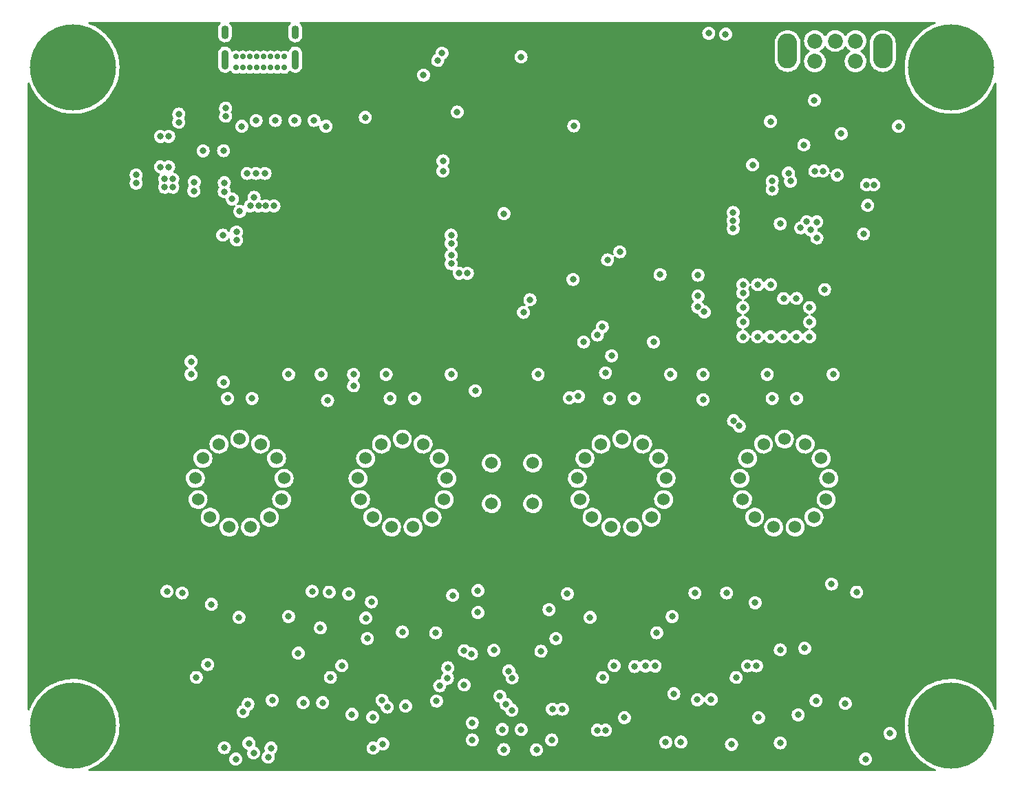
<source format=gbr>
%TF.GenerationSoftware,KiCad,Pcbnew,(5.99.0-9843-g93c991926f)*%
%TF.CreationDate,2021-06-06T23:03:52-04:00*%
%TF.ProjectId,nixieclock,6e697869-6563-46c6-9f63-6b2e6b696361,rev?*%
%TF.SameCoordinates,Original*%
%TF.FileFunction,Copper,L3,Inr*%
%TF.FilePolarity,Positive*%
%FSLAX46Y46*%
G04 Gerber Fmt 4.6, Leading zero omitted, Abs format (unit mm)*
G04 Created by KiCad (PCBNEW (5.99.0-9843-g93c991926f)) date 2021-06-06 23:03:52*
%MOMM*%
%LPD*%
G01*
G04 APERTURE LIST*
%TA.AperFunction,ComponentPad*%
%ADD10C,0.700000*%
%TD*%
%TA.AperFunction,ComponentPad*%
%ADD11O,0.900000X1.700000*%
%TD*%
%TA.AperFunction,ComponentPad*%
%ADD12O,0.900000X2.400000*%
%TD*%
%TA.AperFunction,ComponentPad*%
%ADD13C,10.600000*%
%TD*%
%TA.AperFunction,ComponentPad*%
%ADD14O,2.400000X4.300000*%
%TD*%
%TA.AperFunction,ComponentPad*%
%ADD15C,1.850000*%
%TD*%
%TA.AperFunction,ComponentPad*%
%ADD16C,1.524000*%
%TD*%
%TA.AperFunction,ViaPad*%
%ADD17C,0.800000*%
%TD*%
G04 APERTURE END LIST*
D10*
%TO.N,GND*%
%TO.C,J1*%
X81975000Y-76025000D03*
%TO.N,+5V*%
X81125000Y-76025000D03*
%TO.N,N/C*%
X80275000Y-76025000D03*
X79425000Y-76025000D03*
X78575000Y-76025000D03*
X77725000Y-76025000D03*
%TO.N,+5V*%
X76875000Y-76025000D03*
%TO.N,GND*%
X76025000Y-76025000D03*
X76025000Y-74675000D03*
%TO.N,+5V*%
X76875000Y-74675000D03*
%TO.N,N/C*%
X77725000Y-74675000D03*
X78575000Y-74675000D03*
X79425000Y-74675000D03*
X80275000Y-74675000D03*
%TO.N,+5V*%
X81125000Y-74675000D03*
%TO.N,GND*%
X81975000Y-74675000D03*
D11*
%TO.N,unconnected-(J1-PadS1)*%
X74675000Y-71665000D03*
D12*
X74675000Y-75045000D03*
D11*
X83325000Y-71665000D03*
D12*
X83325000Y-75045000D03*
%TD*%
D13*
%TO.N,*%
%TO.C,H1*%
X56000000Y-76000000D03*
%TD*%
D14*
%TO.N,*%
%TO.C,SW1*%
X143900000Y-74000000D03*
X155600000Y-74000000D03*
D15*
%TO.N,Net-(R19-Pad2)*%
X152250000Y-72750000D03*
%TO.N,Net-(R30-Pad2)*%
X147250000Y-72750000D03*
%TO.N,GND*%
X149750000Y-72750000D03*
%TO.N,/microcontroller/ENC_SW*%
X152250000Y-75250000D03*
%TO.N,GND*%
X147250000Y-75250000D03*
%TD*%
D13*
%TO.N,*%
%TO.C,H2*%
X56000000Y-157000000D03*
%TD*%
%TO.N,*%
%TO.C,H4*%
X164000000Y-76000000D03*
%TD*%
%TO.N,*%
%TO.C,H3*%
X164000000Y-157000000D03*
%TD*%
D16*
%TO.N,Net-(R21-Pad2)*%
%TO.C,V1*%
X76500000Y-121750000D03*
%TO.N,N/C*%
X79060000Y-122380000D03*
%TO.N,/cathode_sinks/NA1*%
X81030000Y-124130000D03*
%TO.N,/cathode_sinks/NA2*%
X81960000Y-126590000D03*
%TO.N,/cathode_sinks/NA3*%
X81640000Y-129200000D03*
%TO.N,/cathode_sinks/NA4*%
X80150000Y-131370000D03*
%TO.N,/cathode_sinks/NA5*%
X77820000Y-132590000D03*
%TO.N,/cathode_sinks/NA6*%
X75180000Y-132590000D03*
%TO.N,/cathode_sinks/NA7*%
X72850000Y-131370000D03*
%TO.N,/cathode_sinks/NA8*%
X71360000Y-129200000D03*
%TO.N,/cathode_sinks/NA9*%
X71040000Y-126590000D03*
%TO.N,/cathode_sinks/NA0*%
X71970000Y-124130000D03*
%TO.N,N/C*%
X73940000Y-122380000D03*
%TD*%
%TO.N,Net-(R22-Pad2)*%
%TO.C,V2*%
X96500000Y-121750000D03*
%TO.N,N/C*%
X99060000Y-122380000D03*
%TO.N,/cathode_sinks/NB1*%
X101030000Y-124130000D03*
%TO.N,/cathode_sinks/NB2*%
X101960000Y-126590000D03*
%TO.N,/cathode_sinks/NB3*%
X101640000Y-129200000D03*
%TO.N,/cathode_sinks/NB4*%
X100150000Y-131370000D03*
%TO.N,/cathode_sinks/NB5*%
X97820000Y-132590000D03*
%TO.N,/cathode_sinks/NB6*%
X95180000Y-132590000D03*
%TO.N,/cathode_sinks/NB7*%
X92850000Y-131370000D03*
%TO.N,/cathode_sinks/NB8*%
X91360000Y-129200000D03*
%TO.N,/cathode_sinks/NB9*%
X91040000Y-126590000D03*
%TO.N,/cathode_sinks/NB0*%
X91970000Y-124130000D03*
%TO.N,N/C*%
X93940000Y-122380000D03*
%TD*%
%TO.N,/nixie_tubes/NEH-*%
%TO.C,NE1*%
X112540000Y-124705983D03*
%TO.N,Net-(NE1-Pad2)*%
X107460000Y-124705983D03*
%TD*%
%TO.N,Net-(R24-Pad2)*%
%TO.C,V4*%
X143500000Y-121750000D03*
%TO.N,N/C*%
X146060000Y-122380000D03*
%TO.N,/cathode_sinks/ND1*%
X148030000Y-124130000D03*
%TO.N,/cathode_sinks/ND2*%
X148960000Y-126590000D03*
%TO.N,/cathode_sinks/ND3*%
X148640000Y-129200000D03*
%TO.N,/cathode_sinks/ND4*%
X147150000Y-131370000D03*
%TO.N,/cathode_sinks/ND5*%
X144820000Y-132590000D03*
%TO.N,/cathode_sinks/ND6*%
X142180000Y-132590000D03*
%TO.N,/cathode_sinks/ND7*%
X139850000Y-131370000D03*
%TO.N,/cathode_sinks/ND8*%
X138360000Y-129200000D03*
%TO.N,/cathode_sinks/ND9*%
X138040000Y-126590000D03*
%TO.N,/cathode_sinks/ND0*%
X138970000Y-124130000D03*
%TO.N,N/C*%
X140940000Y-122380000D03*
%TD*%
%TO.N,Net-(R23-Pad2)*%
%TO.C,V3*%
X123500000Y-121750000D03*
%TO.N,N/C*%
X126060000Y-122380000D03*
%TO.N,/cathode_sinks/NC1*%
X128030000Y-124130000D03*
%TO.N,/cathode_sinks/NC2*%
X128960000Y-126590000D03*
%TO.N,/cathode_sinks/NC3*%
X128640000Y-129200000D03*
%TO.N,/cathode_sinks/NC4*%
X127150000Y-131370000D03*
%TO.N,/cathode_sinks/NC5*%
X124820000Y-132590000D03*
%TO.N,/cathode_sinks/NC6*%
X122180000Y-132590000D03*
%TO.N,/cathode_sinks/NC7*%
X119850000Y-131370000D03*
%TO.N,/cathode_sinks/NC8*%
X118360000Y-129200000D03*
%TO.N,/cathode_sinks/NC9*%
X118040000Y-126590000D03*
%TO.N,/cathode_sinks/NC0*%
X118970000Y-124130000D03*
%TO.N,N/C*%
X120940000Y-122380000D03*
%TD*%
%TO.N,/nixie_tubes/NEH-*%
%TO.C,NE2*%
X112540000Y-129700000D03*
%TO.N,Net-(NE2-Pad2)*%
X107460000Y-129700000D03*
%TD*%
D17*
%TO.N,GND*%
X78000000Y-116750000D03*
X120500000Y-157600000D03*
X84300000Y-154200000D03*
X90500000Y-115200000D03*
X157550000Y-83250000D03*
X137000000Y-159350000D03*
X80700000Y-93050000D03*
X113550000Y-147875000D03*
X78200000Y-160400000D03*
X138400000Y-107350000D03*
X153500000Y-161150000D03*
X105800000Y-140400000D03*
X73000000Y-142100000D03*
X78800000Y-93050000D03*
X76500000Y-93726000D03*
X76400000Y-143700000D03*
X125000000Y-116750000D03*
X122000000Y-116750000D03*
X141800000Y-102750000D03*
X104500000Y-101350000D03*
X127800000Y-145600000D03*
X147250000Y-88750000D03*
X85400000Y-140500000D03*
X105100000Y-156700000D03*
X142000000Y-116750000D03*
X89900000Y-140800000D03*
X71150000Y-151100000D03*
X102500000Y-99150000D03*
X113200000Y-113800000D03*
X138400000Y-103750000D03*
X79700000Y-93050000D03*
X120500000Y-108950000D03*
X137200000Y-95850000D03*
X134500000Y-153800000D03*
X143400000Y-109150000D03*
X153600000Y-90450000D03*
X67250000Y-89750000D03*
X143400000Y-104450000D03*
X138400000Y-102750000D03*
X121150000Y-151100000D03*
X146600000Y-109150000D03*
X145500000Y-95750000D03*
X91948000Y-82143600D03*
X69000000Y-82750000D03*
X109600000Y-150300000D03*
X138975000Y-149675000D03*
X74750000Y-81000000D03*
X68250000Y-90750000D03*
X146000000Y-147500000D03*
X92900000Y-159800000D03*
X117500000Y-102100000D03*
X156500000Y-158000000D03*
X67250000Y-90750000D03*
X70500000Y-112200000D03*
X89050000Y-149650000D03*
X100600000Y-145600000D03*
X77800000Y-93050000D03*
X128200000Y-101500000D03*
X100850000Y-75150000D03*
X154500000Y-90450000D03*
X152400000Y-140600000D03*
X141800000Y-82650000D03*
X137575000Y-151100000D03*
X100700000Y-154000000D03*
X87650000Y-151100000D03*
X75000000Y-116750000D03*
X141800000Y-109150000D03*
X146250000Y-95000000D03*
X63750000Y-90250000D03*
X78500000Y-82550000D03*
X132850000Y-105500000D03*
X102500000Y-97650000D03*
X137200000Y-94850000D03*
X98000000Y-116750000D03*
X115400000Y-146300000D03*
X116800000Y-140800000D03*
X67750000Y-84500000D03*
X145000000Y-109150000D03*
X145000000Y-116750000D03*
X74600000Y-159750000D03*
X136280000Y-71900000D03*
X70850000Y-91200000D03*
X76750000Y-83250000D03*
X66750000Y-84500000D03*
X85648800Y-82535550D03*
X130775000Y-159050000D03*
X146600000Y-107350000D03*
X113000000Y-160000000D03*
X136400000Y-140700000D03*
X76100000Y-97250000D03*
X70900000Y-90100000D03*
X132875000Y-101575000D03*
X146600000Y-105550000D03*
X80873600Y-82535550D03*
X102500000Y-100150000D03*
X132500000Y-140700000D03*
X99100000Y-76950000D03*
X67750000Y-88250000D03*
X101375000Y-74250000D03*
X72550000Y-149500000D03*
X134200000Y-71800000D03*
X132875000Y-104150000D03*
X137950000Y-120150000D03*
X66750000Y-88250000D03*
X143000000Y-147700000D03*
X74500000Y-86250000D03*
X96500000Y-145500000D03*
X151000000Y-154300000D03*
X149300000Y-139600000D03*
X76100000Y-96250000D03*
X137200000Y-93850000D03*
X82500000Y-143600000D03*
X92700000Y-141800000D03*
X119600000Y-143700000D03*
X69400000Y-140700000D03*
X74600000Y-90200000D03*
X123250000Y-98700000D03*
X74750000Y-82000000D03*
X122550000Y-149650000D03*
X111400000Y-106150000D03*
X147400000Y-153950000D03*
X133500000Y-116900000D03*
X101500000Y-88750000D03*
X68250000Y-89750000D03*
X76000000Y-161150000D03*
X102500000Y-96650000D03*
X140200000Y-102750000D03*
X87300000Y-117000000D03*
X63750000Y-89250000D03*
X138400000Y-109150000D03*
X87111300Y-83250000D03*
X102700000Y-141000000D03*
X148450000Y-103350000D03*
X118150000Y-116500000D03*
X112200000Y-104600000D03*
X142000000Y-90000000D03*
X140200000Y-109150000D03*
X105100000Y-158800000D03*
X129700000Y-143600000D03*
X147200000Y-80050000D03*
X69000000Y-81750000D03*
X83261200Y-82535550D03*
X121750000Y-99700000D03*
X86700000Y-154200000D03*
X145000000Y-104450000D03*
X103500000Y-101350000D03*
X138400000Y-105550000D03*
X144000000Y-89000000D03*
X94650000Y-154750000D03*
X139900000Y-141900000D03*
X80350000Y-159800000D03*
X74600000Y-91300000D03*
X95000000Y-116750000D03*
%TO.N,VCC*%
X78500000Y-89050000D03*
X103250000Y-81500000D03*
X77400000Y-89050000D03*
X75565000Y-92202000D03*
X79600000Y-89050000D03*
X74400000Y-96647000D03*
X111100000Y-74700000D03*
%TO.N,HV*%
X109000000Y-94000000D03*
X122250000Y-111500000D03*
%TO.N,/cathode_registers/GA0*%
X80500000Y-153900000D03*
X74500000Y-114750000D03*
%TO.N,/power_supply/FBX*%
X101500000Y-87500000D03*
X71987347Y-86275000D03*
%TO.N,/cathode_registers/GA1*%
X83700000Y-148100000D03*
X82500000Y-113800000D03*
%TO.N,/cathode_registers/GA2*%
X86500000Y-113800000D03*
X86400000Y-145000000D03*
%TO.N,/cathode_registers/GA8*%
X67550000Y-140500000D03*
X96900000Y-154625000D03*
%TO.N,/cathode_registers/GA9*%
X102100000Y-149900000D03*
X70500000Y-113800000D03*
%TO.N,/cathode_registers/GB0*%
X94500000Y-113800000D03*
X101100000Y-152125000D03*
%TO.N,/cathode_registers/GB1*%
X102500000Y-113800000D03*
X104100000Y-152025000D03*
%TO.N,/cathode_registers/GB2*%
X105473011Y-115800000D03*
X105800000Y-143100000D03*
%TO.N,/cathode_registers/GB6*%
X92200000Y-146300000D03*
X104100000Y-147800000D03*
%TO.N,/cathode_registers/GB7*%
X92000000Y-143800000D03*
X105000000Y-148200000D03*
%TO.N,/cathode_registers/GB8*%
X87500000Y-140600000D03*
X102050000Y-151200000D03*
%TO.N,/cathode_registers/GB9*%
X107750000Y-147750000D03*
X90500000Y-113800000D03*
%TO.N,/cathode_registers/GC0*%
X121500000Y-113600000D03*
X108500000Y-153400000D03*
%TO.N,/cathode_registers/GC1*%
X129500000Y-113800000D03*
X109250000Y-154400000D03*
%TO.N,/cathode_registers/GC2*%
X109973952Y-155123952D03*
X133500000Y-113800000D03*
%TO.N,/cathode_registers/GC3*%
X108800000Y-157500000D03*
X132800000Y-153850000D03*
%TO.N,/cathode_registers/GC8*%
X127600000Y-149700000D03*
X114550000Y-142750000D03*
%TO.N,/cathode_registers/GC9*%
X126400000Y-149700000D03*
X117050000Y-116700000D03*
%TO.N,/cathode_registers/GD0*%
X125095000Y-149750000D03*
X141400000Y-113800000D03*
%TO.N,/nixie_tubes/NEH-*%
X118800000Y-109800000D03*
X127400000Y-109800000D03*
%TO.N,/cathode_registers/GD1*%
X149500000Y-113800000D03*
X129900000Y-153100000D03*
%TO.N,/cathode_registers/~OE*%
X77625000Y-159200000D03*
X116200000Y-155000000D03*
X108975000Y-159975000D03*
X147500000Y-97000000D03*
X94100000Y-159275000D03*
%TO.N,/cathode_registers/LCLK*%
X147487347Y-95012653D03*
X143000000Y-159150000D03*
X114950000Y-155000000D03*
X92850000Y-156000000D03*
X76900000Y-155300000D03*
%TO.N,/cathode_registers/CLK*%
X150000000Y-89250000D03*
X153750000Y-93000000D03*
%TO.N,/cathode_registers/~RES*%
X146750000Y-96000000D03*
X123825000Y-156050000D03*
X90300000Y-155650000D03*
X77500000Y-154400000D03*
X111125000Y-157525000D03*
X140325000Y-156050000D03*
%TO.N,Net-(U5-Pad9)*%
X114875000Y-158800000D03*
X128900000Y-159075000D03*
%TO.N,Net-(U6-Pad9)*%
X145200000Y-155700000D03*
X121500003Y-157600000D03*
%TO.N,Net-(U4-Pad9)*%
X110000000Y-151150000D03*
X94000000Y-153900000D03*
%TO.N,/cathode_registers/GD9*%
X140075000Y-149675000D03*
X137250000Y-119500000D03*
%TO.N,/microcontroller/VBAT*%
X117600000Y-83200000D03*
%TO.N,/microcontroller/~NRST*%
X143000000Y-95250000D03*
X139600000Y-88000000D03*
%TO.N,+3V3*%
X109200000Y-78750000D03*
X109200000Y-77750000D03*
X83475000Y-159025000D03*
X109200000Y-79750000D03*
X150350000Y-100350000D03*
X150350000Y-101950000D03*
X137275000Y-97325000D03*
X157250000Y-79750000D03*
X110200000Y-79750000D03*
X110200000Y-78750000D03*
X148900000Y-84250000D03*
X138830000Y-71850000D03*
X109200000Y-80750000D03*
X103000000Y-156400000D03*
X153600000Y-86350000D03*
X136275000Y-97325000D03*
X150000000Y-159000000D03*
X152500000Y-87450000D03*
X110200000Y-77750000D03*
X132500000Y-158900000D03*
X115400000Y-151400000D03*
X110200000Y-80750000D03*
X142000000Y-79750000D03*
%TO.N,/cathode_registers/D*%
X148250000Y-88750000D03*
X80000000Y-160900000D03*
%TO.N,/microcontroller/~SHDN*%
X78250000Y-92000000D03*
X153250000Y-96500000D03*
%TO.N,/microcontroller/~TIM1_CH1N*%
X142000000Y-91000000D03*
%TO.N,/microcontroller/TIM1_CH1*%
X133650000Y-106100000D03*
X144250000Y-90000000D03*
X121100000Y-107950000D03*
%TO.N,/microcontroller/ENC_SW*%
X150500000Y-84150000D03*
X145900000Y-85550000D03*
%TD*%
%TA.AperFunction,Conductor*%
%TO.N,+3V3*%
G36*
X74104735Y-70420002D02*
G01*
X74151228Y-70473658D01*
X74161332Y-70543932D01*
X74131838Y-70608512D01*
X74117944Y-70622236D01*
X74055471Y-70675030D01*
X73943236Y-70821828D01*
X73865142Y-70989302D01*
X73824832Y-71169638D01*
X73824500Y-71175576D01*
X73824500Y-72111025D01*
X73839457Y-72248706D01*
X73898396Y-72423841D01*
X73993569Y-72582235D01*
X73998256Y-72587191D01*
X74099086Y-72693816D01*
X74120533Y-72716496D01*
X74273367Y-72820362D01*
X74279701Y-72822895D01*
X74279704Y-72822897D01*
X74438602Y-72886452D01*
X74438607Y-72886453D01*
X74444939Y-72888986D01*
X74536718Y-72904180D01*
X74620507Y-72918051D01*
X74620511Y-72918051D01*
X74627245Y-72919166D01*
X74634062Y-72918809D01*
X74634066Y-72918809D01*
X74787077Y-72910790D01*
X74811778Y-72909495D01*
X74818351Y-72907684D01*
X74818354Y-72907684D01*
X74983349Y-72862237D01*
X74989931Y-72860424D01*
X75153390Y-72774242D01*
X75158603Y-72769837D01*
X75158607Y-72769834D01*
X75289315Y-72659377D01*
X75289319Y-72659373D01*
X75294529Y-72654970D01*
X75406764Y-72508172D01*
X75484858Y-72340698D01*
X75525168Y-72160362D01*
X75525500Y-72154424D01*
X75525500Y-71218975D01*
X75510543Y-71081294D01*
X75451604Y-70906159D01*
X75356431Y-70747765D01*
X75229467Y-70613504D01*
X75231477Y-70611603D01*
X75199347Y-70562575D01*
X75198714Y-70491582D01*
X75236563Y-70431515D01*
X75300878Y-70401447D01*
X75319922Y-70400000D01*
X82686614Y-70400000D01*
X82754735Y-70420002D01*
X82801228Y-70473658D01*
X82811332Y-70543932D01*
X82781838Y-70608512D01*
X82767944Y-70622236D01*
X82705471Y-70675030D01*
X82593236Y-70821828D01*
X82515142Y-70989302D01*
X82474832Y-71169638D01*
X82474500Y-71175576D01*
X82474500Y-72111025D01*
X82489457Y-72248706D01*
X82548396Y-72423841D01*
X82643569Y-72582235D01*
X82648256Y-72587191D01*
X82749086Y-72693816D01*
X82770533Y-72716496D01*
X82923367Y-72820362D01*
X82929701Y-72822895D01*
X82929704Y-72822897D01*
X83088602Y-72886452D01*
X83088607Y-72886453D01*
X83094939Y-72888986D01*
X83186718Y-72904180D01*
X83270507Y-72918051D01*
X83270511Y-72918051D01*
X83277245Y-72919166D01*
X83284062Y-72918809D01*
X83284066Y-72918809D01*
X83437077Y-72910790D01*
X83461778Y-72909495D01*
X83468351Y-72907684D01*
X83468354Y-72907684D01*
X83633349Y-72862237D01*
X83639931Y-72860424D01*
X83803390Y-72774242D01*
X83808603Y-72769837D01*
X83808607Y-72769834D01*
X83939315Y-72659377D01*
X83939319Y-72659373D01*
X83944529Y-72654970D01*
X84056764Y-72508172D01*
X84134858Y-72340698D01*
X84175168Y-72160362D01*
X84175500Y-72154424D01*
X84175500Y-71788753D01*
X133394579Y-71788753D01*
X133395266Y-71795760D01*
X133395266Y-71795763D01*
X133403699Y-71881766D01*
X133412102Y-71967473D01*
X133468785Y-72137869D01*
X133472434Y-72143894D01*
X133552773Y-72276548D01*
X133561811Y-72291472D01*
X133686555Y-72420648D01*
X133836818Y-72518978D01*
X134005132Y-72581573D01*
X134012113Y-72582504D01*
X134012115Y-72582505D01*
X134176150Y-72604392D01*
X134176154Y-72604392D01*
X134183131Y-72605323D01*
X134190142Y-72604685D01*
X134190146Y-72604685D01*
X134354947Y-72589687D01*
X134361968Y-72589048D01*
X134400938Y-72576386D01*
X134526057Y-72535733D01*
X134526060Y-72535732D01*
X134532756Y-72533556D01*
X134687005Y-72441605D01*
X134757284Y-72374679D01*
X134811945Y-72322626D01*
X134811947Y-72322624D01*
X134817049Y-72317765D01*
X134916425Y-72168192D01*
X134980194Y-72000320D01*
X134991132Y-71922491D01*
X134995874Y-71888753D01*
X135474579Y-71888753D01*
X135475266Y-71895760D01*
X135475266Y-71895763D01*
X135481610Y-71960465D01*
X135492102Y-72067473D01*
X135548785Y-72237869D01*
X135552434Y-72243894D01*
X135607026Y-72334035D01*
X135641811Y-72391472D01*
X135646702Y-72396537D01*
X135646703Y-72396538D01*
X135678721Y-72429693D01*
X135766555Y-72520648D01*
X135916818Y-72618978D01*
X136085132Y-72681573D01*
X136092113Y-72682504D01*
X136092115Y-72682505D01*
X136256150Y-72704392D01*
X136256154Y-72704392D01*
X136263131Y-72705323D01*
X136270142Y-72704685D01*
X136270146Y-72704685D01*
X136434947Y-72689687D01*
X136441968Y-72689048D01*
X136533287Y-72659377D01*
X136606057Y-72635733D01*
X136606060Y-72635732D01*
X136612756Y-72633556D01*
X136767005Y-72541605D01*
X136854603Y-72458186D01*
X136891945Y-72422626D01*
X136891947Y-72422624D01*
X136897049Y-72417765D01*
X136996425Y-72268192D01*
X137056128Y-72111025D01*
X137057694Y-72106902D01*
X137057695Y-72106900D01*
X137060194Y-72100320D01*
X137077925Y-71974158D01*
X137084635Y-71926414D01*
X137084635Y-71926409D01*
X137085186Y-71922491D01*
X137085500Y-71900000D01*
X137065483Y-71721543D01*
X137059364Y-71703970D01*
X137039019Y-71645549D01*
X137006426Y-71551955D01*
X136911265Y-71399665D01*
X136817893Y-71305639D01*
X136789692Y-71277240D01*
X136789688Y-71277237D01*
X136784729Y-71272243D01*
X136706177Y-71222392D01*
X136639062Y-71179799D01*
X136639058Y-71179797D01*
X136633108Y-71176021D01*
X136463937Y-71115782D01*
X136285623Y-71094520D01*
X136278620Y-71095256D01*
X136278619Y-71095256D01*
X136234810Y-71099860D01*
X136107031Y-71113290D01*
X136100363Y-71115560D01*
X135943702Y-71168892D01*
X135943699Y-71168893D01*
X135937035Y-71171162D01*
X135784085Y-71265257D01*
X135779054Y-71270183D01*
X135779051Y-71270186D01*
X135742848Y-71305639D01*
X135655782Y-71390900D01*
X135651963Y-71396825D01*
X135651962Y-71396827D01*
X135590691Y-71491902D01*
X135558504Y-71541846D01*
X135556095Y-71548466D01*
X135556093Y-71548469D01*
X135539002Y-71595427D01*
X135497085Y-71710593D01*
X135474579Y-71888753D01*
X134995874Y-71888753D01*
X135004635Y-71826414D01*
X135004635Y-71826409D01*
X135005186Y-71822491D01*
X135005500Y-71800000D01*
X134985483Y-71621543D01*
X134979364Y-71603970D01*
X134935845Y-71479002D01*
X134926426Y-71451955D01*
X134831265Y-71299665D01*
X134747763Y-71215578D01*
X134709692Y-71177240D01*
X134709688Y-71177237D01*
X134704729Y-71172243D01*
X134687905Y-71161566D01*
X134559062Y-71079799D01*
X134559058Y-71079797D01*
X134553108Y-71076021D01*
X134383937Y-71015782D01*
X134205623Y-70994520D01*
X134198620Y-70995256D01*
X134198619Y-70995256D01*
X134154810Y-70999860D01*
X134027031Y-71013290D01*
X134020363Y-71015560D01*
X133863702Y-71068892D01*
X133863699Y-71068893D01*
X133857035Y-71071162D01*
X133704085Y-71165257D01*
X133699054Y-71170183D01*
X133699051Y-71170186D01*
X133649230Y-71218975D01*
X133575782Y-71290900D01*
X133571963Y-71296825D01*
X133571962Y-71296827D01*
X133514515Y-71385968D01*
X133478504Y-71441846D01*
X133476095Y-71448466D01*
X133476093Y-71448469D01*
X133456587Y-71502062D01*
X133417085Y-71610593D01*
X133394579Y-71788753D01*
X84175500Y-71788753D01*
X84175500Y-71218975D01*
X84160543Y-71081294D01*
X84101604Y-70906159D01*
X84006431Y-70747765D01*
X83879467Y-70613504D01*
X83881477Y-70611603D01*
X83849347Y-70562575D01*
X83848714Y-70491582D01*
X83886563Y-70431515D01*
X83950878Y-70401447D01*
X83969922Y-70400000D01*
X161992306Y-70400000D01*
X162060427Y-70420002D01*
X162106920Y-70473658D01*
X162117024Y-70543932D01*
X162087530Y-70608512D01*
X162031244Y-70645833D01*
X162011222Y-70652338D01*
X161570716Y-70837509D01*
X161568383Y-70838728D01*
X161568378Y-70838731D01*
X161149583Y-71057672D01*
X161149577Y-71057676D01*
X161147250Y-71058892D01*
X161120259Y-71076021D01*
X160746031Y-71313513D01*
X160746025Y-71313517D01*
X160743794Y-71314933D01*
X160363177Y-71603837D01*
X160008071Y-71923576D01*
X159680965Y-72271909D01*
X159384154Y-72646391D01*
X159382700Y-72648580D01*
X159382696Y-72648585D01*
X159203160Y-72918809D01*
X159119719Y-73044397D01*
X158889517Y-73463134D01*
X158695160Y-73899665D01*
X158538014Y-74350929D01*
X158537359Y-74353480D01*
X158537356Y-74353490D01*
X158423105Y-74798469D01*
X158419179Y-74813760D01*
X158339490Y-75284911D01*
X158339270Y-75287528D01*
X158339270Y-75287530D01*
X158301859Y-75733051D01*
X158299505Y-75761078D01*
X158299505Y-76238922D01*
X158299725Y-76241540D01*
X158299725Y-76241544D01*
X158332931Y-76636986D01*
X158339490Y-76715089D01*
X158419179Y-77186240D01*
X158419834Y-77188790D01*
X158419835Y-77188796D01*
X158522011Y-77586742D01*
X158538014Y-77649071D01*
X158695160Y-78100335D01*
X158889517Y-78536866D01*
X159119719Y-78955603D01*
X159121171Y-78957789D01*
X159121175Y-78957795D01*
X159382696Y-79351415D01*
X159384154Y-79353609D01*
X159680965Y-79728091D01*
X159822248Y-79878542D01*
X160004378Y-80072491D01*
X160008071Y-80076424D01*
X160363177Y-80396163D01*
X160743794Y-80685067D01*
X160746025Y-80686483D01*
X160746031Y-80686487D01*
X160949809Y-80815808D01*
X161147250Y-80941108D01*
X161149577Y-80942324D01*
X161149583Y-80942328D01*
X161568378Y-81161269D01*
X161568383Y-81161272D01*
X161570716Y-81162491D01*
X162011222Y-81347662D01*
X162013730Y-81348477D01*
X162013733Y-81348478D01*
X162463163Y-81494507D01*
X162463167Y-81494508D01*
X162465678Y-81495324D01*
X162743954Y-81560593D01*
X162928320Y-81603836D01*
X162928324Y-81603837D01*
X162930896Y-81604440D01*
X162933513Y-81604827D01*
X162933516Y-81604827D01*
X163400991Y-81673858D01*
X163400995Y-81673858D01*
X163403613Y-81674245D01*
X163880513Y-81704249D01*
X163883145Y-81704194D01*
X163883152Y-81704194D01*
X164068066Y-81700320D01*
X164358251Y-81694241D01*
X164833477Y-81644293D01*
X165302856Y-81554754D01*
X165305385Y-81554048D01*
X165305393Y-81554046D01*
X165760562Y-81426961D01*
X165760573Y-81426957D01*
X165763096Y-81426253D01*
X166055298Y-81317584D01*
X166208497Y-81260610D01*
X166208503Y-81260607D01*
X166210970Y-81259690D01*
X166643336Y-81056235D01*
X167057160Y-80817313D01*
X167449540Y-80544601D01*
X167647079Y-80381183D01*
X167815696Y-80241692D01*
X167815702Y-80241686D01*
X167817725Y-80240013D01*
X167847899Y-80210465D01*
X168011760Y-80050000D01*
X168159131Y-79905684D01*
X168160844Y-79903699D01*
X168160851Y-79903692D01*
X168469628Y-79545969D01*
X168471363Y-79543959D01*
X168472915Y-79541823D01*
X168472922Y-79541814D01*
X168750681Y-79159510D01*
X168750683Y-79159507D01*
X168752232Y-79157375D01*
X168999768Y-78748646D01*
X169212234Y-78320636D01*
X169356848Y-77955381D01*
X169400522Y-77899408D01*
X169467525Y-77875931D01*
X169536584Y-77892407D01*
X169585773Y-77943602D01*
X169600000Y-78001765D01*
X169600000Y-154998235D01*
X169579998Y-155066356D01*
X169526342Y-155112849D01*
X169456068Y-155122953D01*
X169391488Y-155093459D01*
X169356848Y-155044619D01*
X169356497Y-155043731D01*
X169212234Y-154679364D01*
X168999768Y-154251354D01*
X168845872Y-153997243D01*
X168753596Y-153844877D01*
X168753594Y-153844875D01*
X168752232Y-153842625D01*
X168749419Y-153838753D01*
X168472922Y-153458186D01*
X168472915Y-153458177D01*
X168471363Y-153456041D01*
X168445791Y-153426416D01*
X168160851Y-153096308D01*
X168160844Y-153096301D01*
X168159131Y-153094316D01*
X167920604Y-152860733D01*
X167819601Y-152761824D01*
X167819600Y-152761823D01*
X167817725Y-152759987D01*
X167815702Y-152758314D01*
X167815696Y-152758308D01*
X167548052Y-152536895D01*
X167449540Y-152455399D01*
X167057160Y-152182687D01*
X166643336Y-151943765D01*
X166210970Y-151740310D01*
X166208503Y-151739393D01*
X166208497Y-151739390D01*
X166024542Y-151670978D01*
X165763096Y-151573747D01*
X165760573Y-151573043D01*
X165760562Y-151573039D01*
X165305393Y-151445954D01*
X165305385Y-151445952D01*
X165302856Y-151445246D01*
X164833477Y-151355707D01*
X164358251Y-151305759D01*
X164065511Y-151299626D01*
X163883152Y-151295806D01*
X163883145Y-151295806D01*
X163880513Y-151295751D01*
X163403613Y-151325755D01*
X163400995Y-151326142D01*
X163400991Y-151326142D01*
X162933516Y-151395173D01*
X162933513Y-151395173D01*
X162930896Y-151395560D01*
X162928324Y-151396163D01*
X162928320Y-151396164D01*
X162882539Y-151406902D01*
X162465678Y-151504676D01*
X162463167Y-151505492D01*
X162463163Y-151505493D01*
X162013733Y-151651522D01*
X162011222Y-151652338D01*
X161570716Y-151837509D01*
X161568383Y-151838728D01*
X161568378Y-151838731D01*
X161149583Y-152057672D01*
X161149577Y-152057676D01*
X161147250Y-152058892D01*
X161145022Y-152060306D01*
X160746031Y-152313513D01*
X160746025Y-152313517D01*
X160743794Y-152314933D01*
X160363177Y-152603837D01*
X160008071Y-152923576D01*
X160006267Y-152925497D01*
X160006263Y-152925501D01*
X160002609Y-152929392D01*
X159680965Y-153271909D01*
X159384154Y-153646391D01*
X159382700Y-153648580D01*
X159382696Y-153648585D01*
X159133166Y-154024158D01*
X159119719Y-154044397D01*
X158889517Y-154463134D01*
X158695160Y-154899665D01*
X158538014Y-155350929D01*
X158537359Y-155353480D01*
X158537356Y-155353490D01*
X158421584Y-155804392D01*
X158419179Y-155813760D01*
X158339490Y-156284911D01*
X158339270Y-156287528D01*
X158339270Y-156287530D01*
X158301419Y-156738290D01*
X158299505Y-156761078D01*
X158299505Y-157238922D01*
X158299725Y-157241540D01*
X158299725Y-157241544D01*
X158339270Y-157712470D01*
X158339490Y-157715089D01*
X158419179Y-158186240D01*
X158419834Y-158188790D01*
X158419835Y-158188796D01*
X158534650Y-158635968D01*
X158538014Y-158649071D01*
X158695160Y-159100335D01*
X158889517Y-159536866D01*
X158890788Y-159539177D01*
X158890788Y-159539178D01*
X158893381Y-159543894D01*
X159119719Y-159955603D01*
X159121171Y-159957789D01*
X159121175Y-159957795D01*
X159382696Y-160351415D01*
X159384154Y-160353609D01*
X159680965Y-160728091D01*
X159893079Y-160953970D01*
X159993085Y-161060465D01*
X160008071Y-161076424D01*
X160363177Y-161396163D01*
X160743794Y-161685067D01*
X160746025Y-161686483D01*
X160746031Y-161686487D01*
X160774245Y-161704392D01*
X161147250Y-161941108D01*
X161149577Y-161942324D01*
X161149583Y-161942328D01*
X161568378Y-162161269D01*
X161568383Y-162161272D01*
X161570716Y-162162491D01*
X162011222Y-162347662D01*
X162031244Y-162354167D01*
X162089848Y-162394241D01*
X162117485Y-162459638D01*
X162105378Y-162529594D01*
X162057372Y-162581900D01*
X161992306Y-162600000D01*
X57996184Y-162600000D01*
X57928063Y-162579998D01*
X57881570Y-162526342D01*
X57871466Y-162456068D01*
X57900960Y-162391488D01*
X57952264Y-162355902D01*
X58208497Y-162260610D01*
X58208503Y-162260607D01*
X58210970Y-162259690D01*
X58643336Y-162056235D01*
X59057160Y-161817313D01*
X59449540Y-161544601D01*
X59732563Y-161310465D01*
X59815696Y-161241692D01*
X59815702Y-161241686D01*
X59817725Y-161240013D01*
X59905597Y-161153963D01*
X59921129Y-161138753D01*
X75194579Y-161138753D01*
X75195266Y-161145760D01*
X75195266Y-161145763D01*
X75204297Y-161237869D01*
X75212102Y-161317473D01*
X75268785Y-161487869D01*
X75361811Y-161641472D01*
X75366702Y-161646537D01*
X75366703Y-161646538D01*
X75405651Y-161686870D01*
X75486555Y-161770648D01*
X75636818Y-161868978D01*
X75805132Y-161931573D01*
X75812113Y-161932504D01*
X75812115Y-161932505D01*
X75976150Y-161954392D01*
X75976154Y-161954392D01*
X75983131Y-161955323D01*
X75990142Y-161954685D01*
X75990146Y-161954685D01*
X76154947Y-161939687D01*
X76161968Y-161939048D01*
X76195700Y-161928088D01*
X76326057Y-161885733D01*
X76326060Y-161885732D01*
X76332756Y-161883556D01*
X76487005Y-161791605D01*
X76557284Y-161724679D01*
X76611945Y-161672626D01*
X76611947Y-161672624D01*
X76617049Y-161667765D01*
X76716425Y-161518192D01*
X76780194Y-161350320D01*
X76795461Y-161241692D01*
X76804635Y-161176414D01*
X76804635Y-161176409D01*
X76805186Y-161172491D01*
X76805500Y-161150000D01*
X76785483Y-160971543D01*
X76779364Y-160953970D01*
X76728744Y-160808612D01*
X76726426Y-160801955D01*
X76631265Y-160649665D01*
X76564572Y-160582505D01*
X76509692Y-160527240D01*
X76509688Y-160527237D01*
X76504729Y-160522243D01*
X76493502Y-160515118D01*
X76359062Y-160429799D01*
X76359058Y-160429797D01*
X76353108Y-160426021D01*
X76183937Y-160365782D01*
X76005623Y-160344520D01*
X75998620Y-160345256D01*
X75998619Y-160345256D01*
X75962397Y-160349063D01*
X75827031Y-160363290D01*
X75820363Y-160365560D01*
X75663702Y-160418892D01*
X75663699Y-160418893D01*
X75657035Y-160421162D01*
X75504085Y-160515257D01*
X75499054Y-160520183D01*
X75499051Y-160520186D01*
X75443937Y-160574158D01*
X75375782Y-160640900D01*
X75371963Y-160646825D01*
X75371962Y-160646827D01*
X75296007Y-160764687D01*
X75278504Y-160791846D01*
X75276095Y-160798466D01*
X75276093Y-160798469D01*
X75247795Y-160876219D01*
X75217085Y-160960593D01*
X75194579Y-161138753D01*
X59921129Y-161138753D01*
X60146794Y-160917765D01*
X60159131Y-160905684D01*
X60160844Y-160903699D01*
X60160851Y-160903692D01*
X60469628Y-160545969D01*
X60471363Y-160543959D01*
X60472915Y-160541823D01*
X60472922Y-160541814D01*
X60750681Y-160159510D01*
X60750683Y-160159507D01*
X60752232Y-160157375D01*
X60757209Y-160149158D01*
X60956162Y-159820648D01*
X60999768Y-159748646D01*
X61004679Y-159738753D01*
X73794579Y-159738753D01*
X73795266Y-159745760D01*
X73795266Y-159745763D01*
X73803439Y-159829118D01*
X73812102Y-159917473D01*
X73868785Y-160087869D01*
X73872434Y-160093894D01*
X73945712Y-160214889D01*
X73961811Y-160241472D01*
X73966702Y-160246537D01*
X73966703Y-160246538D01*
X74011679Y-160293112D01*
X74086555Y-160370648D01*
X74236818Y-160468978D01*
X74405132Y-160531573D01*
X74412113Y-160532504D01*
X74412115Y-160532505D01*
X74576150Y-160554392D01*
X74576154Y-160554392D01*
X74583131Y-160555323D01*
X74590142Y-160554685D01*
X74590146Y-160554685D01*
X74754947Y-160539687D01*
X74761968Y-160539048D01*
X74835190Y-160515257D01*
X74926057Y-160485733D01*
X74926060Y-160485732D01*
X74932756Y-160483556D01*
X75087005Y-160391605D01*
X75164544Y-160317765D01*
X75211945Y-160272626D01*
X75211947Y-160272624D01*
X75217049Y-160267765D01*
X75316425Y-160118192D01*
X75365595Y-159988753D01*
X75377694Y-159956902D01*
X75377695Y-159956900D01*
X75380194Y-159950320D01*
X75381174Y-159943348D01*
X75404635Y-159776414D01*
X75404635Y-159776409D01*
X75405186Y-159772491D01*
X75405500Y-159750000D01*
X75385483Y-159571543D01*
X75380385Y-159556902D01*
X75348694Y-159465900D01*
X75326426Y-159401955D01*
X75231265Y-159249665D01*
X75170777Y-159188753D01*
X76819579Y-159188753D01*
X76820266Y-159195760D01*
X76820266Y-159195763D01*
X76830468Y-159299811D01*
X76837102Y-159367473D01*
X76893785Y-159537869D01*
X76897434Y-159543894D01*
X76980580Y-159681183D01*
X76986811Y-159691472D01*
X76991702Y-159696537D01*
X76991703Y-159696538D01*
X77032470Y-159738753D01*
X77111555Y-159820648D01*
X77261818Y-159918978D01*
X77373681Y-159960579D01*
X77374783Y-159960989D01*
X77431659Y-160003482D01*
X77456533Y-160069978D01*
X77449264Y-160122182D01*
X77417085Y-160210593D01*
X77394579Y-160388753D01*
X77395266Y-160395760D01*
X77395266Y-160395763D01*
X77404650Y-160491472D01*
X77412102Y-160567473D01*
X77468785Y-160737869D01*
X77472434Y-160743894D01*
X77555933Y-160881766D01*
X77561811Y-160891472D01*
X77686555Y-161020648D01*
X77836818Y-161118978D01*
X78005132Y-161181573D01*
X78012113Y-161182504D01*
X78012115Y-161182505D01*
X78176150Y-161204392D01*
X78176154Y-161204392D01*
X78183131Y-161205323D01*
X78190142Y-161204685D01*
X78190146Y-161204685D01*
X78354947Y-161189687D01*
X78361968Y-161189048D01*
X78412926Y-161172491D01*
X78526057Y-161135733D01*
X78526060Y-161135732D01*
X78532756Y-161133556D01*
X78687005Y-161041605D01*
X78767564Y-160964889D01*
X78811945Y-160922626D01*
X78811947Y-160922624D01*
X78817049Y-160917765D01*
X78836325Y-160888753D01*
X79194579Y-160888753D01*
X79195266Y-160895760D01*
X79195266Y-160895763D01*
X79207014Y-161015580D01*
X79212102Y-161067473D01*
X79268785Y-161237869D01*
X79272434Y-161243894D01*
X79340875Y-161356902D01*
X79361811Y-161391472D01*
X79486555Y-161520648D01*
X79636818Y-161618978D01*
X79805132Y-161681573D01*
X79812113Y-161682504D01*
X79812115Y-161682505D01*
X79976150Y-161704392D01*
X79976154Y-161704392D01*
X79983131Y-161705323D01*
X79990142Y-161704685D01*
X79990146Y-161704685D01*
X80154947Y-161689687D01*
X80161968Y-161689048D01*
X80245537Y-161661895D01*
X80326057Y-161635733D01*
X80326060Y-161635732D01*
X80332756Y-161633556D01*
X80487005Y-161541605D01*
X80557284Y-161474679D01*
X80611945Y-161422626D01*
X80611947Y-161422624D01*
X80617049Y-161417765D01*
X80716425Y-161268192D01*
X80765595Y-161138753D01*
X152694579Y-161138753D01*
X152695266Y-161145760D01*
X152695266Y-161145763D01*
X152704297Y-161237869D01*
X152712102Y-161317473D01*
X152768785Y-161487869D01*
X152861811Y-161641472D01*
X152866702Y-161646537D01*
X152866703Y-161646538D01*
X152905651Y-161686870D01*
X152986555Y-161770648D01*
X153136818Y-161868978D01*
X153305132Y-161931573D01*
X153312113Y-161932504D01*
X153312115Y-161932505D01*
X153476150Y-161954392D01*
X153476154Y-161954392D01*
X153483131Y-161955323D01*
X153490142Y-161954685D01*
X153490146Y-161954685D01*
X153654947Y-161939687D01*
X153661968Y-161939048D01*
X153695700Y-161928088D01*
X153826057Y-161885733D01*
X153826060Y-161885732D01*
X153832756Y-161883556D01*
X153987005Y-161791605D01*
X154057284Y-161724679D01*
X154111945Y-161672626D01*
X154111947Y-161672624D01*
X154117049Y-161667765D01*
X154216425Y-161518192D01*
X154280194Y-161350320D01*
X154295461Y-161241692D01*
X154304635Y-161176414D01*
X154304635Y-161176409D01*
X154305186Y-161172491D01*
X154305500Y-161150000D01*
X154285483Y-160971543D01*
X154279364Y-160953970D01*
X154228744Y-160808612D01*
X154226426Y-160801955D01*
X154131265Y-160649665D01*
X154064572Y-160582505D01*
X154009692Y-160527240D01*
X154009688Y-160527237D01*
X154004729Y-160522243D01*
X153993502Y-160515118D01*
X153859062Y-160429799D01*
X153859058Y-160429797D01*
X153853108Y-160426021D01*
X153683937Y-160365782D01*
X153505623Y-160344520D01*
X153498620Y-160345256D01*
X153498619Y-160345256D01*
X153462397Y-160349063D01*
X153327031Y-160363290D01*
X153320363Y-160365560D01*
X153163702Y-160418892D01*
X153163699Y-160418893D01*
X153157035Y-160421162D01*
X153004085Y-160515257D01*
X152999054Y-160520183D01*
X152999051Y-160520186D01*
X152943937Y-160574158D01*
X152875782Y-160640900D01*
X152871963Y-160646825D01*
X152871962Y-160646827D01*
X152796007Y-160764687D01*
X152778504Y-160791846D01*
X152776095Y-160798466D01*
X152776093Y-160798469D01*
X152747795Y-160876219D01*
X152717085Y-160960593D01*
X152694579Y-161138753D01*
X80765595Y-161138753D01*
X80768939Y-161129949D01*
X80777694Y-161106902D01*
X80777695Y-161106900D01*
X80780194Y-161100320D01*
X80781174Y-161093348D01*
X80804635Y-160926414D01*
X80804635Y-160926409D01*
X80805186Y-160922491D01*
X80805500Y-160900000D01*
X80785483Y-160721543D01*
X80780961Y-160708556D01*
X80774540Y-160690118D01*
X80747408Y-160612207D01*
X80743894Y-160541299D01*
X80779275Y-160479747D01*
X80801878Y-160462545D01*
X80823518Y-160449645D01*
X80830953Y-160445213D01*
X80830955Y-160445212D01*
X80837005Y-160441605D01*
X80914143Y-160368147D01*
X80961945Y-160322626D01*
X80961947Y-160322624D01*
X80967049Y-160317765D01*
X81066425Y-160168192D01*
X81121772Y-160022491D01*
X81127694Y-160006902D01*
X81127695Y-160006900D01*
X81130194Y-160000320D01*
X81133196Y-159978963D01*
X81154635Y-159826414D01*
X81154635Y-159826409D01*
X81155186Y-159822491D01*
X81155500Y-159800000D01*
X81154238Y-159788753D01*
X92094579Y-159788753D01*
X92095266Y-159795760D01*
X92095266Y-159795763D01*
X92103557Y-159880323D01*
X92112102Y-159967473D01*
X92168785Y-160137869D01*
X92179356Y-160155323D01*
X92248920Y-160270186D01*
X92261811Y-160291472D01*
X92266702Y-160296537D01*
X92266703Y-160296538D01*
X92306616Y-160337869D01*
X92386555Y-160420648D01*
X92536818Y-160518978D01*
X92705132Y-160581573D01*
X92712113Y-160582504D01*
X92712115Y-160582505D01*
X92876150Y-160604392D01*
X92876154Y-160604392D01*
X92883131Y-160605323D01*
X92890142Y-160604685D01*
X92890146Y-160604685D01*
X93054947Y-160589687D01*
X93061968Y-160589048D01*
X93107795Y-160574158D01*
X93226057Y-160535733D01*
X93226060Y-160535732D01*
X93232756Y-160533556D01*
X93387005Y-160441605D01*
X93464143Y-160368147D01*
X93511945Y-160322626D01*
X93511947Y-160322624D01*
X93517049Y-160317765D01*
X93616425Y-160168192D01*
X93619361Y-160160465D01*
X93644882Y-160093280D01*
X93687771Y-160036702D01*
X93754440Y-160012293D01*
X93806590Y-160019926D01*
X93824036Y-160026414D01*
X93905132Y-160056573D01*
X93912113Y-160057504D01*
X93912115Y-160057505D01*
X94076150Y-160079392D01*
X94076154Y-160079392D01*
X94083131Y-160080323D01*
X94090142Y-160079685D01*
X94090146Y-160079685D01*
X94254947Y-160064687D01*
X94261968Y-160064048D01*
X94317582Y-160045978D01*
X94426057Y-160010733D01*
X94426060Y-160010732D01*
X94432756Y-160008556D01*
X94507914Y-159963753D01*
X108169579Y-159963753D01*
X108170266Y-159970760D01*
X108170266Y-159970763D01*
X108179896Y-160068978D01*
X108187102Y-160142473D01*
X108243785Y-160312869D01*
X108258160Y-160336604D01*
X108318806Y-160436742D01*
X108336811Y-160466472D01*
X108341702Y-160471537D01*
X108341703Y-160471538D01*
X108391038Y-160522626D01*
X108461555Y-160595648D01*
X108467452Y-160599507D01*
X108474917Y-160604392D01*
X108611818Y-160693978D01*
X108780132Y-160756573D01*
X108787113Y-160757504D01*
X108787115Y-160757505D01*
X108951150Y-160779392D01*
X108951154Y-160779392D01*
X108958131Y-160780323D01*
X108965142Y-160779685D01*
X108965146Y-160779685D01*
X109129947Y-160764687D01*
X109136968Y-160764048D01*
X109198996Y-160743894D01*
X109301057Y-160710733D01*
X109301060Y-160710732D01*
X109307756Y-160708556D01*
X109462005Y-160616605D01*
X109543447Y-160539048D01*
X109586945Y-160497626D01*
X109586947Y-160497624D01*
X109592049Y-160492765D01*
X109691425Y-160343192D01*
X109744311Y-160203970D01*
X109752694Y-160181902D01*
X109752695Y-160181900D01*
X109755194Y-160175320D01*
X109757716Y-160157375D01*
X109779635Y-160001414D01*
X109779635Y-160001409D01*
X109780186Y-159997491D01*
X109780308Y-159988753D01*
X112194579Y-159988753D01*
X112195266Y-159995760D01*
X112195266Y-159995763D01*
X112203874Y-160083556D01*
X112212102Y-160167473D01*
X112268785Y-160337869D01*
X112272434Y-160343894D01*
X112344290Y-160462541D01*
X112361811Y-160491472D01*
X112366702Y-160496537D01*
X112366703Y-160496538D01*
X112389540Y-160520186D01*
X112486555Y-160620648D01*
X112636818Y-160718978D01*
X112805132Y-160781573D01*
X112812113Y-160782504D01*
X112812115Y-160782505D01*
X112976150Y-160804392D01*
X112976154Y-160804392D01*
X112983131Y-160805323D01*
X112990142Y-160804685D01*
X112990146Y-160804685D01*
X113154947Y-160789687D01*
X113161968Y-160789048D01*
X113195700Y-160778088D01*
X113326057Y-160735733D01*
X113326060Y-160735732D01*
X113332756Y-160733556D01*
X113487005Y-160641605D01*
X113572210Y-160560465D01*
X113611945Y-160522626D01*
X113611947Y-160522624D01*
X113617049Y-160517765D01*
X113716425Y-160368192D01*
X113766850Y-160235449D01*
X113777694Y-160206902D01*
X113777695Y-160206900D01*
X113780194Y-160200320D01*
X113781174Y-160193348D01*
X113804635Y-160026414D01*
X113804635Y-160026409D01*
X113805186Y-160022491D01*
X113805500Y-160000000D01*
X113785483Y-159821543D01*
X113780961Y-159808556D01*
X113741951Y-159696538D01*
X113726426Y-159651955D01*
X113631265Y-159499665D01*
X113556189Y-159424063D01*
X113509692Y-159377240D01*
X113509688Y-159377237D01*
X113504729Y-159372243D01*
X113486170Y-159360465D01*
X113359062Y-159279799D01*
X113359058Y-159279797D01*
X113353108Y-159276021D01*
X113183937Y-159215782D01*
X113005623Y-159194520D01*
X112998620Y-159195256D01*
X112998619Y-159195256D01*
X112954810Y-159199860D01*
X112827031Y-159213290D01*
X112820363Y-159215560D01*
X112663702Y-159268892D01*
X112663699Y-159268893D01*
X112657035Y-159271162D01*
X112504085Y-159365257D01*
X112499054Y-159370183D01*
X112499051Y-159370186D01*
X112450029Y-159418192D01*
X112375782Y-159490900D01*
X112371963Y-159496825D01*
X112371962Y-159496827D01*
X112291588Y-159621543D01*
X112278504Y-159641846D01*
X112276095Y-159648466D01*
X112276093Y-159648469D01*
X112258598Y-159696538D01*
X112217085Y-159810593D01*
X112194579Y-159988753D01*
X109780308Y-159988753D01*
X109780500Y-159975000D01*
X109760483Y-159796543D01*
X109756723Y-159785744D01*
X109725657Y-159696538D01*
X109701426Y-159626955D01*
X109606265Y-159474665D01*
X109526056Y-159393894D01*
X109484692Y-159352240D01*
X109484688Y-159352237D01*
X109479729Y-159347243D01*
X109473781Y-159343468D01*
X109334062Y-159254799D01*
X109334058Y-159254797D01*
X109328108Y-159251021D01*
X109158937Y-159190782D01*
X108980623Y-159169520D01*
X108973620Y-159170256D01*
X108973619Y-159170256D01*
X108937397Y-159174063D01*
X108802031Y-159188290D01*
X108795363Y-159190560D01*
X108638702Y-159243892D01*
X108638699Y-159243893D01*
X108632035Y-159246162D01*
X108479085Y-159340257D01*
X108474054Y-159345183D01*
X108474051Y-159345186D01*
X108432455Y-159385920D01*
X108350782Y-159465900D01*
X108346963Y-159471825D01*
X108346962Y-159471827D01*
X108261802Y-159603970D01*
X108253504Y-159616846D01*
X108251095Y-159623466D01*
X108251093Y-159623469D01*
X108228064Y-159686742D01*
X108192085Y-159785593D01*
X108169579Y-159963753D01*
X94507914Y-159963753D01*
X94587005Y-159916605D01*
X94668447Y-159839048D01*
X94711945Y-159797626D01*
X94711947Y-159797624D01*
X94717049Y-159792765D01*
X94816425Y-159643192D01*
X94863908Y-159518192D01*
X94877694Y-159481902D01*
X94877695Y-159481900D01*
X94880194Y-159475320D01*
X94884709Y-159443192D01*
X94904635Y-159301414D01*
X94904635Y-159301409D01*
X94905186Y-159297491D01*
X94905500Y-159275000D01*
X94885483Y-159096543D01*
X94878337Y-159076021D01*
X94857282Y-159015560D01*
X94826426Y-158926955D01*
X94745954Y-158798173D01*
X94740068Y-158788753D01*
X104294579Y-158788753D01*
X104295266Y-158795760D01*
X104295266Y-158795763D01*
X104305834Y-158903542D01*
X104312102Y-158967473D01*
X104368785Y-159137869D01*
X104372434Y-159143894D01*
X104454742Y-159279799D01*
X104461811Y-159291472D01*
X104466702Y-159296537D01*
X104466703Y-159296538D01*
X104518331Y-159350000D01*
X104586555Y-159420648D01*
X104736818Y-159518978D01*
X104905132Y-159581573D01*
X104912113Y-159582504D01*
X104912115Y-159582505D01*
X105076150Y-159604392D01*
X105076154Y-159604392D01*
X105083131Y-159605323D01*
X105090142Y-159604685D01*
X105090146Y-159604685D01*
X105254947Y-159589687D01*
X105261968Y-159589048D01*
X105328028Y-159567584D01*
X105426057Y-159535733D01*
X105426060Y-159535732D01*
X105432756Y-159533556D01*
X105587005Y-159441605D01*
X105674953Y-159357853D01*
X105711945Y-159322626D01*
X105711947Y-159322624D01*
X105717049Y-159317765D01*
X105816425Y-159168192D01*
X105868996Y-159029799D01*
X105877694Y-159006902D01*
X105877695Y-159006900D01*
X105880194Y-159000320D01*
X105885165Y-158964948D01*
X105904635Y-158826414D01*
X105904635Y-158826409D01*
X105905186Y-158822491D01*
X105905500Y-158800000D01*
X105904238Y-158788753D01*
X114069579Y-158788753D01*
X114070266Y-158795760D01*
X114070266Y-158795763D01*
X114080834Y-158903542D01*
X114087102Y-158967473D01*
X114143785Y-159137869D01*
X114147434Y-159143894D01*
X114229742Y-159279799D01*
X114236811Y-159291472D01*
X114241702Y-159296537D01*
X114241703Y-159296538D01*
X114293331Y-159350000D01*
X114361555Y-159420648D01*
X114511818Y-159518978D01*
X114680132Y-159581573D01*
X114687113Y-159582504D01*
X114687115Y-159582505D01*
X114851150Y-159604392D01*
X114851154Y-159604392D01*
X114858131Y-159605323D01*
X114865142Y-159604685D01*
X114865146Y-159604685D01*
X115029947Y-159589687D01*
X115036968Y-159589048D01*
X115103028Y-159567584D01*
X115201057Y-159535733D01*
X115201060Y-159535732D01*
X115207756Y-159533556D01*
X115362005Y-159441605D01*
X115449953Y-159357853D01*
X115486945Y-159322626D01*
X115486947Y-159322624D01*
X115492049Y-159317765D01*
X115591425Y-159168192D01*
X115631098Y-159063753D01*
X128094579Y-159063753D01*
X128095266Y-159070760D01*
X128095266Y-159070763D01*
X128105216Y-159172243D01*
X128112102Y-159242473D01*
X128168785Y-159412869D01*
X128172434Y-159418894D01*
X128243195Y-159535733D01*
X128261811Y-159566472D01*
X128266702Y-159571537D01*
X128266703Y-159571538D01*
X128316852Y-159623469D01*
X128386555Y-159695648D01*
X128536818Y-159793978D01*
X128705132Y-159856573D01*
X128712113Y-159857504D01*
X128712115Y-159857505D01*
X128876150Y-159879392D01*
X128876154Y-159879392D01*
X128883131Y-159880323D01*
X128890142Y-159879685D01*
X128890146Y-159879685D01*
X129054947Y-159864687D01*
X129061968Y-159864048D01*
X129130681Y-159841722D01*
X129226057Y-159810733D01*
X129226060Y-159810732D01*
X129232756Y-159808556D01*
X129387005Y-159716605D01*
X129484807Y-159623469D01*
X129511945Y-159597626D01*
X129511947Y-159597624D01*
X129517049Y-159592765D01*
X129616425Y-159443192D01*
X129664071Y-159317765D01*
X129677694Y-159281902D01*
X129677695Y-159281900D01*
X129680194Y-159275320D01*
X129681174Y-159268348D01*
X129704635Y-159101414D01*
X129704635Y-159101409D01*
X129705186Y-159097491D01*
X129705500Y-159075000D01*
X129701434Y-159038753D01*
X129969579Y-159038753D01*
X129970266Y-159045760D01*
X129970266Y-159045763D01*
X129978699Y-159131766D01*
X129987102Y-159217473D01*
X130043785Y-159387869D01*
X130055312Y-159406902D01*
X130130580Y-159531183D01*
X130136811Y-159541472D01*
X130141702Y-159546537D01*
X130141703Y-159546538D01*
X130182755Y-159589048D01*
X130261555Y-159670648D01*
X130411818Y-159768978D01*
X130580132Y-159831573D01*
X130587113Y-159832504D01*
X130587115Y-159832505D01*
X130751150Y-159854392D01*
X130751154Y-159854392D01*
X130758131Y-159855323D01*
X130765142Y-159854685D01*
X130765146Y-159854685D01*
X130929947Y-159839687D01*
X130936968Y-159839048D01*
X130993598Y-159820648D01*
X131101057Y-159785733D01*
X131101060Y-159785732D01*
X131107756Y-159783556D01*
X131262005Y-159691605D01*
X131340509Y-159616846D01*
X131386945Y-159572626D01*
X131386947Y-159572624D01*
X131392049Y-159567765D01*
X131491425Y-159418192D01*
X131521602Y-159338753D01*
X136194579Y-159338753D01*
X136195266Y-159345760D01*
X136195266Y-159345763D01*
X136204663Y-159441605D01*
X136212102Y-159517473D01*
X136268785Y-159687869D01*
X136272434Y-159693894D01*
X136353576Y-159827874D01*
X136361811Y-159841472D01*
X136366702Y-159846537D01*
X136366703Y-159846538D01*
X136375187Y-159855323D01*
X136486555Y-159970648D01*
X136492452Y-159974507D01*
X136503250Y-159981573D01*
X136636818Y-160068978D01*
X136805132Y-160131573D01*
X136812113Y-160132504D01*
X136812115Y-160132505D01*
X136976150Y-160154392D01*
X136976154Y-160154392D01*
X136983131Y-160155323D01*
X136990142Y-160154685D01*
X136990146Y-160154685D01*
X137154947Y-160139687D01*
X137161968Y-160139048D01*
X137195700Y-160128088D01*
X137326057Y-160085733D01*
X137326060Y-160085732D01*
X137332756Y-160083556D01*
X137487005Y-159991605D01*
X137583551Y-159899665D01*
X137611945Y-159872626D01*
X137611947Y-159872624D01*
X137617049Y-159867765D01*
X137716425Y-159718192D01*
X137769255Y-159579118D01*
X137777694Y-159556902D01*
X137777695Y-159556900D01*
X137780194Y-159550320D01*
X137781174Y-159543348D01*
X137804635Y-159376414D01*
X137804635Y-159376409D01*
X137805186Y-159372491D01*
X137805390Y-159357857D01*
X137805445Y-159353963D01*
X137805445Y-159353958D01*
X137805500Y-159350000D01*
X137785483Y-159171543D01*
X137779364Y-159153970D01*
X137774065Y-159138753D01*
X142194579Y-159138753D01*
X142195266Y-159145760D01*
X142195266Y-159145763D01*
X142201610Y-159210465D01*
X142212102Y-159317473D01*
X142268785Y-159487869D01*
X142272434Y-159493894D01*
X142357051Y-159633612D01*
X142361811Y-159641472D01*
X142366702Y-159646537D01*
X142366703Y-159646538D01*
X142410224Y-159691605D01*
X142486555Y-159770648D01*
X142492452Y-159774507D01*
X142499272Y-159778970D01*
X142636818Y-159868978D01*
X142805132Y-159931573D01*
X142812113Y-159932504D01*
X142812115Y-159932505D01*
X142976150Y-159954392D01*
X142976154Y-159954392D01*
X142983131Y-159955323D01*
X142990142Y-159954685D01*
X142990146Y-159954685D01*
X143154947Y-159939687D01*
X143161968Y-159939048D01*
X143216179Y-159921434D01*
X143326057Y-159885733D01*
X143326060Y-159885732D01*
X143332756Y-159883556D01*
X143487005Y-159791605D01*
X143592015Y-159691605D01*
X143611945Y-159672626D01*
X143611947Y-159672624D01*
X143617049Y-159667765D01*
X143716425Y-159518192D01*
X143775922Y-159361566D01*
X143777694Y-159356902D01*
X143777695Y-159356900D01*
X143780194Y-159350320D01*
X143783871Y-159324158D01*
X143804635Y-159176414D01*
X143804635Y-159176409D01*
X143805186Y-159172491D01*
X143805500Y-159150000D01*
X143785483Y-158971543D01*
X143779364Y-158953970D01*
X143753185Y-158878795D01*
X143726426Y-158801955D01*
X143631265Y-158649665D01*
X143559344Y-158577240D01*
X143509692Y-158527240D01*
X143509688Y-158527237D01*
X143504729Y-158522243D01*
X143493721Y-158515257D01*
X143359062Y-158429799D01*
X143359058Y-158429797D01*
X143353108Y-158426021D01*
X143183937Y-158365782D01*
X143005623Y-158344520D01*
X142998620Y-158345256D01*
X142998619Y-158345256D01*
X142966270Y-158348656D01*
X142827031Y-158363290D01*
X142820363Y-158365560D01*
X142663702Y-158418892D01*
X142663699Y-158418893D01*
X142657035Y-158421162D01*
X142504085Y-158515257D01*
X142499054Y-158520183D01*
X142499051Y-158520186D01*
X142443419Y-158574665D01*
X142375782Y-158640900D01*
X142371963Y-158646825D01*
X142371962Y-158646827D01*
X142295225Y-158765900D01*
X142278504Y-158791846D01*
X142276095Y-158798466D01*
X142276093Y-158798469D01*
X142254203Y-158858612D01*
X142217085Y-158960593D01*
X142194579Y-159138753D01*
X137774065Y-159138753D01*
X137750989Y-159072491D01*
X137726426Y-159001955D01*
X137631265Y-158849665D01*
X137563838Y-158781766D01*
X137509692Y-158727240D01*
X137509688Y-158727237D01*
X137504729Y-158722243D01*
X137486887Y-158710920D01*
X137359062Y-158629799D01*
X137359058Y-158629797D01*
X137353108Y-158626021D01*
X137183937Y-158565782D01*
X137005623Y-158544520D01*
X136998620Y-158545256D01*
X136998619Y-158545256D01*
X136983672Y-158546827D01*
X136827031Y-158563290D01*
X136820363Y-158565560D01*
X136663702Y-158618892D01*
X136663699Y-158618893D01*
X136657035Y-158621162D01*
X136504085Y-158715257D01*
X136499054Y-158720183D01*
X136499051Y-158720186D01*
X136457406Y-158760968D01*
X136375782Y-158840900D01*
X136371963Y-158846825D01*
X136371962Y-158846827D01*
X136295444Y-158965560D01*
X136278504Y-158991846D01*
X136276095Y-158998466D01*
X136276093Y-158998469D01*
X136249672Y-159071061D01*
X136217085Y-159160593D01*
X136194579Y-159338753D01*
X131521602Y-159338753D01*
X131536396Y-159299807D01*
X131552694Y-159256902D01*
X131552695Y-159256900D01*
X131555194Y-159250320D01*
X131562820Y-159196061D01*
X131579635Y-159076414D01*
X131579635Y-159076409D01*
X131580186Y-159072491D01*
X131580500Y-159050000D01*
X131560483Y-158871543D01*
X131555728Y-158857887D01*
X131523694Y-158765900D01*
X131501426Y-158701955D01*
X131406265Y-158549665D01*
X131328308Y-158471162D01*
X131284692Y-158427240D01*
X131284688Y-158427237D01*
X131279729Y-158422243D01*
X131273275Y-158418147D01*
X131134062Y-158329799D01*
X131134058Y-158329797D01*
X131128108Y-158326021D01*
X130958937Y-158265782D01*
X130780623Y-158244520D01*
X130773620Y-158245256D01*
X130773619Y-158245256D01*
X130729810Y-158249860D01*
X130602031Y-158263290D01*
X130595363Y-158265560D01*
X130438702Y-158318892D01*
X130438699Y-158318893D01*
X130432035Y-158321162D01*
X130279085Y-158415257D01*
X130274054Y-158420183D01*
X130274051Y-158420186D01*
X130221996Y-158471162D01*
X130150782Y-158540900D01*
X130146963Y-158546825D01*
X130146962Y-158546827D01*
X130080688Y-158649665D01*
X130053504Y-158691846D01*
X130051095Y-158698466D01*
X130051093Y-158698469D01*
X130038323Y-158733556D01*
X129992085Y-158860593D01*
X129969579Y-159038753D01*
X129701434Y-159038753D01*
X129685483Y-158896543D01*
X129679364Y-158878970D01*
X129653495Y-158804685D01*
X129626426Y-158726955D01*
X129531265Y-158574665D01*
X129450314Y-158493147D01*
X129409692Y-158452240D01*
X129409688Y-158452237D01*
X129404729Y-158447243D01*
X129377242Y-158429799D01*
X129259062Y-158354799D01*
X129259058Y-158354797D01*
X129253108Y-158351021D01*
X129083937Y-158290782D01*
X128905623Y-158269520D01*
X128898620Y-158270256D01*
X128898619Y-158270256D01*
X128854810Y-158274860D01*
X128727031Y-158288290D01*
X128720363Y-158290560D01*
X128563702Y-158343892D01*
X128563699Y-158343893D01*
X128557035Y-158346162D01*
X128404085Y-158440257D01*
X128399054Y-158445183D01*
X128399051Y-158445186D01*
X128355035Y-158488290D01*
X128275782Y-158565900D01*
X128271963Y-158571825D01*
X128271962Y-158571827D01*
X128191405Y-158696827D01*
X128178504Y-158716846D01*
X128176095Y-158723466D01*
X128176093Y-158723469D01*
X128149702Y-158795978D01*
X128117085Y-158885593D01*
X128094579Y-159063753D01*
X115631098Y-159063753D01*
X115643996Y-159029799D01*
X115652694Y-159006902D01*
X115652695Y-159006900D01*
X115655194Y-159000320D01*
X115660165Y-158964948D01*
X115679635Y-158826414D01*
X115679635Y-158826409D01*
X115680186Y-158822491D01*
X115680500Y-158800000D01*
X115660483Y-158621543D01*
X115654364Y-158603970D01*
X115624588Y-158518468D01*
X115601426Y-158451955D01*
X115506265Y-158299665D01*
X115428578Y-158221434D01*
X115384692Y-158177240D01*
X115384688Y-158177237D01*
X115379729Y-158172243D01*
X115368721Y-158165257D01*
X115234062Y-158079799D01*
X115234058Y-158079797D01*
X115228108Y-158076021D01*
X115058937Y-158015782D01*
X114880623Y-157994520D01*
X114873620Y-157995256D01*
X114873619Y-157995256D01*
X114829810Y-157999860D01*
X114702031Y-158013290D01*
X114695363Y-158015560D01*
X114538702Y-158068892D01*
X114538699Y-158068893D01*
X114532035Y-158071162D01*
X114379085Y-158165257D01*
X114374054Y-158170183D01*
X114374051Y-158170186D01*
X114324227Y-158218978D01*
X114250782Y-158290900D01*
X114246963Y-158296825D01*
X114246962Y-158296827D01*
X114162917Y-158427240D01*
X114153504Y-158441846D01*
X114151095Y-158448466D01*
X114151093Y-158448469D01*
X114124242Y-158522243D01*
X114092085Y-158610593D01*
X114069579Y-158788753D01*
X105904238Y-158788753D01*
X105885483Y-158621543D01*
X105879364Y-158603970D01*
X105849588Y-158518468D01*
X105826426Y-158451955D01*
X105731265Y-158299665D01*
X105653578Y-158221434D01*
X105609692Y-158177240D01*
X105609688Y-158177237D01*
X105604729Y-158172243D01*
X105593721Y-158165257D01*
X105459062Y-158079799D01*
X105459058Y-158079797D01*
X105453108Y-158076021D01*
X105283937Y-158015782D01*
X105105623Y-157994520D01*
X105098620Y-157995256D01*
X105098619Y-157995256D01*
X105054810Y-157999860D01*
X104927031Y-158013290D01*
X104920363Y-158015560D01*
X104763702Y-158068892D01*
X104763699Y-158068893D01*
X104757035Y-158071162D01*
X104604085Y-158165257D01*
X104599054Y-158170183D01*
X104599051Y-158170186D01*
X104549227Y-158218978D01*
X104475782Y-158290900D01*
X104471963Y-158296825D01*
X104471962Y-158296827D01*
X104387917Y-158427240D01*
X104378504Y-158441846D01*
X104376095Y-158448466D01*
X104376093Y-158448469D01*
X104349242Y-158522243D01*
X104317085Y-158610593D01*
X104294579Y-158788753D01*
X94740068Y-158788753D01*
X94734998Y-158780639D01*
X94731265Y-158774665D01*
X94659061Y-158701955D01*
X94609692Y-158652240D01*
X94609688Y-158652237D01*
X94604729Y-158647243D01*
X94595845Y-158641605D01*
X94459062Y-158554799D01*
X94459058Y-158554797D01*
X94453108Y-158551021D01*
X94283937Y-158490782D01*
X94105623Y-158469520D01*
X94098620Y-158470256D01*
X94098619Y-158470256D01*
X94066270Y-158473656D01*
X93927031Y-158488290D01*
X93920363Y-158490560D01*
X93763702Y-158543892D01*
X93763699Y-158543893D01*
X93757035Y-158546162D01*
X93604085Y-158640257D01*
X93599054Y-158645183D01*
X93599051Y-158645186D01*
X93591848Y-158652240D01*
X93475782Y-158765900D01*
X93471963Y-158771825D01*
X93471962Y-158771827D01*
X93403189Y-158878542D01*
X93378504Y-158916846D01*
X93376095Y-158923466D01*
X93376093Y-158923469D01*
X93355623Y-158979710D01*
X93313528Y-159036881D01*
X93247207Y-159062219D01*
X93194956Y-159055314D01*
X93083937Y-159015782D01*
X92905623Y-158994520D01*
X92898620Y-158995256D01*
X92898619Y-158995256D01*
X92891750Y-158995978D01*
X92727031Y-159013290D01*
X92720363Y-159015560D01*
X92563702Y-159068892D01*
X92563699Y-159068893D01*
X92557035Y-159071162D01*
X92404085Y-159165257D01*
X92399054Y-159170183D01*
X92399051Y-159170186D01*
X92350075Y-159218147D01*
X92275782Y-159290900D01*
X92271963Y-159296825D01*
X92271962Y-159296827D01*
X92192165Y-159420648D01*
X92178504Y-159441846D01*
X92176095Y-159448466D01*
X92176093Y-159448469D01*
X92155285Y-159505639D01*
X92117085Y-159610593D01*
X92094579Y-159788753D01*
X81154238Y-159788753D01*
X81135483Y-159621543D01*
X81129613Y-159604685D01*
X81089988Y-159490900D01*
X81076426Y-159451955D01*
X80981265Y-159299665D01*
X80899645Y-159217473D01*
X80859692Y-159177240D01*
X80859688Y-159177237D01*
X80854729Y-159172243D01*
X80836372Y-159160593D01*
X80709062Y-159079799D01*
X80709058Y-159079797D01*
X80703108Y-159076021D01*
X80533937Y-159015782D01*
X80355623Y-158994520D01*
X80348620Y-158995256D01*
X80348619Y-158995256D01*
X80341750Y-158995978D01*
X80177031Y-159013290D01*
X80170363Y-159015560D01*
X80013702Y-159068892D01*
X80013699Y-159068893D01*
X80007035Y-159071162D01*
X79854085Y-159165257D01*
X79849054Y-159170183D01*
X79849051Y-159170186D01*
X79800075Y-159218147D01*
X79725782Y-159290900D01*
X79721963Y-159296825D01*
X79721962Y-159296827D01*
X79642165Y-159420648D01*
X79628504Y-159441846D01*
X79626095Y-159448466D01*
X79626093Y-159448469D01*
X79605285Y-159505639D01*
X79567085Y-159610593D01*
X79544579Y-159788753D01*
X79545266Y-159795760D01*
X79545266Y-159795763D01*
X79553557Y-159880323D01*
X79562102Y-159967473D01*
X79602153Y-160087869D01*
X79602954Y-160090278D01*
X79605477Y-160161230D01*
X79569240Y-160222282D01*
X79549418Y-160237368D01*
X79526744Y-160251317D01*
X79504085Y-160265257D01*
X79499054Y-160270183D01*
X79499051Y-160270186D01*
X79455465Y-160312869D01*
X79375782Y-160390900D01*
X79371963Y-160396825D01*
X79371962Y-160396827D01*
X79282444Y-160535733D01*
X79278504Y-160541846D01*
X79276095Y-160548466D01*
X79276093Y-160548469D01*
X79253064Y-160611742D01*
X79217085Y-160710593D01*
X79194579Y-160888753D01*
X78836325Y-160888753D01*
X78916425Y-160768192D01*
X78959180Y-160655639D01*
X78977694Y-160606902D01*
X78977695Y-160606900D01*
X78980194Y-160600320D01*
X78981563Y-160590580D01*
X79004635Y-160426414D01*
X79004635Y-160426409D01*
X79005186Y-160422491D01*
X79005500Y-160400000D01*
X78985483Y-160221543D01*
X78980385Y-160206902D01*
X78940817Y-160093280D01*
X78926426Y-160051955D01*
X78831265Y-159899665D01*
X78764572Y-159832505D01*
X78709692Y-159777240D01*
X78709688Y-159777237D01*
X78704729Y-159772243D01*
X78693502Y-159765118D01*
X78559062Y-159679799D01*
X78559058Y-159679797D01*
X78553108Y-159676021D01*
X78451778Y-159639939D01*
X78394314Y-159598245D01*
X78368514Y-159532102D01*
X78376257Y-159476496D01*
X78402694Y-159406902D01*
X78402695Y-159406900D01*
X78405194Y-159400320D01*
X78409662Y-159368530D01*
X78429635Y-159226414D01*
X78429635Y-159226409D01*
X78430186Y-159222491D01*
X78430500Y-159200000D01*
X78410483Y-159021543D01*
X78405385Y-159006902D01*
X78375462Y-158920978D01*
X78351426Y-158851955D01*
X78256265Y-158699665D01*
X78178308Y-158621162D01*
X78134692Y-158577240D01*
X78134688Y-158577237D01*
X78129729Y-158572243D01*
X78123275Y-158568147D01*
X77984062Y-158479799D01*
X77984058Y-158479797D01*
X77978108Y-158476021D01*
X77808937Y-158415782D01*
X77630623Y-158394520D01*
X77623620Y-158395256D01*
X77623619Y-158395256D01*
X77579810Y-158399860D01*
X77452031Y-158413290D01*
X77445363Y-158415560D01*
X77288702Y-158468892D01*
X77288699Y-158468893D01*
X77282035Y-158471162D01*
X77129085Y-158565257D01*
X77124054Y-158570183D01*
X77124051Y-158570186D01*
X77075650Y-158617584D01*
X77000782Y-158690900D01*
X76996963Y-158696825D01*
X76996962Y-158696827D01*
X76918530Y-158818530D01*
X76903504Y-158841846D01*
X76901095Y-158848466D01*
X76901093Y-158848469D01*
X76889992Y-158878970D01*
X76842085Y-159010593D01*
X76819579Y-159188753D01*
X75170777Y-159188753D01*
X75154628Y-159172491D01*
X75109692Y-159127240D01*
X75109688Y-159127237D01*
X75104729Y-159122243D01*
X75087905Y-159111566D01*
X74959062Y-159029799D01*
X74959058Y-159029797D01*
X74953108Y-159026021D01*
X74783937Y-158965782D01*
X74605623Y-158944520D01*
X74598620Y-158945256D01*
X74598619Y-158945256D01*
X74554810Y-158949860D01*
X74427031Y-158963290D01*
X74420363Y-158965560D01*
X74263702Y-159018892D01*
X74263699Y-159018893D01*
X74257035Y-159021162D01*
X74104085Y-159115257D01*
X74099054Y-159120183D01*
X74099051Y-159120186D01*
X74045639Y-159172491D01*
X73975782Y-159240900D01*
X73971963Y-159246825D01*
X73971962Y-159246827D01*
X73912720Y-159338753D01*
X73878504Y-159391846D01*
X73876095Y-159398466D01*
X73876093Y-159398469D01*
X73857895Y-159448469D01*
X73817085Y-159560593D01*
X73794579Y-159738753D01*
X61004679Y-159738753D01*
X61212234Y-159320636D01*
X61388139Y-158876349D01*
X61526251Y-158418900D01*
X61527026Y-158415257D01*
X61609676Y-158026414D01*
X61625600Y-157951499D01*
X61685490Y-157477424D01*
X61688102Y-157415118D01*
X61705389Y-157002648D01*
X61705500Y-157000000D01*
X61702848Y-156936723D01*
X61685601Y-156525221D01*
X61685601Y-156525218D01*
X61685490Y-156522576D01*
X61625600Y-156048501D01*
X61597343Y-155915560D01*
X61526797Y-155583667D01*
X61526795Y-155583659D01*
X61526251Y-155581100D01*
X61437986Y-155288753D01*
X76094579Y-155288753D01*
X76095266Y-155295760D01*
X76095266Y-155295763D01*
X76104663Y-155391605D01*
X76112102Y-155467473D01*
X76168785Y-155637869D01*
X76172434Y-155643894D01*
X76248303Y-155769167D01*
X76261811Y-155791472D01*
X76266702Y-155796537D01*
X76266703Y-155796538D01*
X76297609Y-155828542D01*
X76386555Y-155920648D01*
X76536818Y-156018978D01*
X76705132Y-156081573D01*
X76712113Y-156082504D01*
X76712115Y-156082505D01*
X76876150Y-156104392D01*
X76876154Y-156104392D01*
X76883131Y-156105323D01*
X76890142Y-156104685D01*
X76890146Y-156104685D01*
X77054947Y-156089687D01*
X77061968Y-156089048D01*
X77100852Y-156076414D01*
X77226057Y-156035733D01*
X77226060Y-156035732D01*
X77232756Y-156033556D01*
X77387005Y-155941605D01*
X77467564Y-155864889D01*
X77511945Y-155822626D01*
X77511947Y-155822624D01*
X77517049Y-155817765D01*
X77616425Y-155668192D01*
X77627608Y-155638753D01*
X89494579Y-155638753D01*
X89495266Y-155645760D01*
X89495266Y-155645763D01*
X89503874Y-155733556D01*
X89512102Y-155817473D01*
X89568785Y-155987869D01*
X89572434Y-155993894D01*
X89630449Y-156089687D01*
X89661811Y-156141472D01*
X89666702Y-156146537D01*
X89666703Y-156146538D01*
X89711907Y-156193348D01*
X89786555Y-156270648D01*
X89936818Y-156368978D01*
X90105132Y-156431573D01*
X90112113Y-156432504D01*
X90112115Y-156432505D01*
X90276150Y-156454392D01*
X90276154Y-156454392D01*
X90283131Y-156455323D01*
X90290142Y-156454685D01*
X90290146Y-156454685D01*
X90454947Y-156439687D01*
X90461968Y-156439048D01*
X90495700Y-156428088D01*
X90626057Y-156385733D01*
X90626060Y-156385732D01*
X90632756Y-156383556D01*
X90787005Y-156291605D01*
X90872210Y-156210465D01*
X90911945Y-156172626D01*
X90911947Y-156172624D01*
X90917049Y-156167765D01*
X91016425Y-156018192D01*
X91027608Y-155988753D01*
X92044579Y-155988753D01*
X92045266Y-155995760D01*
X92045266Y-155995763D01*
X92051718Y-156061566D01*
X92062102Y-156167473D01*
X92118785Y-156337869D01*
X92122434Y-156343894D01*
X92180449Y-156439687D01*
X92211811Y-156491472D01*
X92216702Y-156496537D01*
X92216703Y-156496538D01*
X92264988Y-156546538D01*
X92336555Y-156620648D01*
X92486818Y-156718978D01*
X92655132Y-156781573D01*
X92662113Y-156782504D01*
X92662115Y-156782505D01*
X92826150Y-156804392D01*
X92826154Y-156804392D01*
X92833131Y-156805323D01*
X92840142Y-156804685D01*
X92840146Y-156804685D01*
X93004947Y-156789687D01*
X93011968Y-156789048D01*
X93074002Y-156768892D01*
X93176057Y-156735733D01*
X93176060Y-156735732D01*
X93182756Y-156733556D01*
X93257914Y-156688753D01*
X104294579Y-156688753D01*
X104295266Y-156695760D01*
X104295266Y-156695763D01*
X104303680Y-156781573D01*
X104312102Y-156867473D01*
X104368785Y-157037869D01*
X104372434Y-157043894D01*
X104457051Y-157183612D01*
X104461811Y-157191472D01*
X104466702Y-157196537D01*
X104466703Y-157196538D01*
X104485287Y-157215782D01*
X104586555Y-157320648D01*
X104736818Y-157418978D01*
X104905132Y-157481573D01*
X104912113Y-157482504D01*
X104912115Y-157482505D01*
X105076150Y-157504392D01*
X105076154Y-157504392D01*
X105083131Y-157505323D01*
X105090142Y-157504685D01*
X105090146Y-157504685D01*
X105254947Y-157489687D01*
X105261968Y-157489048D01*
X105262876Y-157488753D01*
X107994579Y-157488753D01*
X107995266Y-157495760D01*
X107995266Y-157495763D01*
X107998521Y-157528963D01*
X108012102Y-157667473D01*
X108068785Y-157837869D01*
X108083160Y-157861604D01*
X108155933Y-157981766D01*
X108161811Y-157991472D01*
X108166702Y-157996537D01*
X108166703Y-157996538D01*
X108211344Y-158042765D01*
X108286555Y-158120648D01*
X108436818Y-158218978D01*
X108605132Y-158281573D01*
X108612113Y-158282504D01*
X108612115Y-158282505D01*
X108776150Y-158304392D01*
X108776154Y-158304392D01*
X108783131Y-158305323D01*
X108790142Y-158304685D01*
X108790146Y-158304685D01*
X108954947Y-158289687D01*
X108961968Y-158289048D01*
X109005616Y-158274866D01*
X109126057Y-158235733D01*
X109126060Y-158235732D01*
X109132756Y-158233556D01*
X109287005Y-158141605D01*
X109407967Y-158026414D01*
X109411945Y-158022626D01*
X109411947Y-158022624D01*
X109417049Y-158017765D01*
X109516425Y-157868192D01*
X109568197Y-157731902D01*
X109577694Y-157706902D01*
X109577695Y-157706900D01*
X109580194Y-157700320D01*
X109594847Y-157596061D01*
X109604635Y-157526414D01*
X109604635Y-157526409D01*
X109605186Y-157522491D01*
X109605308Y-157513753D01*
X110319579Y-157513753D01*
X110320266Y-157520760D01*
X110320266Y-157520763D01*
X110327620Y-157595763D01*
X110337102Y-157692473D01*
X110393785Y-157862869D01*
X110397434Y-157868894D01*
X110474450Y-157996061D01*
X110486811Y-158016472D01*
X110611555Y-158145648D01*
X110761818Y-158243978D01*
X110930132Y-158306573D01*
X110937113Y-158307504D01*
X110937115Y-158307505D01*
X111101150Y-158329392D01*
X111101154Y-158329392D01*
X111108131Y-158330323D01*
X111115142Y-158329685D01*
X111115146Y-158329685D01*
X111279947Y-158314687D01*
X111286968Y-158314048D01*
X111378724Y-158284235D01*
X111451057Y-158260733D01*
X111451060Y-158260732D01*
X111457756Y-158258556D01*
X111612005Y-158166605D01*
X111707127Y-158076021D01*
X111736945Y-158047626D01*
X111736947Y-158047624D01*
X111742049Y-158042765D01*
X111841425Y-157893192D01*
X111886642Y-157774158D01*
X111902694Y-157731902D01*
X111902695Y-157731900D01*
X111905194Y-157725320D01*
X111907000Y-157712470D01*
X111924387Y-157588753D01*
X119694579Y-157588753D01*
X119695266Y-157595760D01*
X119695266Y-157595763D01*
X119700190Y-157645978D01*
X119712102Y-157767473D01*
X119768785Y-157937869D01*
X119772434Y-157943894D01*
X119854742Y-158079799D01*
X119861811Y-158091472D01*
X119866702Y-158096537D01*
X119866703Y-158096538D01*
X119905528Y-158136742D01*
X119986555Y-158220648D01*
X120136818Y-158318978D01*
X120305132Y-158381573D01*
X120312113Y-158382504D01*
X120312115Y-158382505D01*
X120476150Y-158404392D01*
X120476154Y-158404392D01*
X120483131Y-158405323D01*
X120490142Y-158404685D01*
X120490146Y-158404685D01*
X120654947Y-158389687D01*
X120661968Y-158389048D01*
X120695700Y-158378088D01*
X120826057Y-158335733D01*
X120826060Y-158335732D01*
X120832756Y-158333556D01*
X120935902Y-158272068D01*
X121004655Y-158254369D01*
X121069411Y-158274866D01*
X121089925Y-158288290D01*
X121136821Y-158318978D01*
X121305135Y-158381573D01*
X121312116Y-158382504D01*
X121312118Y-158382505D01*
X121476153Y-158404392D01*
X121476157Y-158404392D01*
X121483134Y-158405323D01*
X121490145Y-158404685D01*
X121490149Y-158404685D01*
X121654950Y-158389687D01*
X121661971Y-158389048D01*
X121695703Y-158378088D01*
X121826060Y-158335733D01*
X121826063Y-158335732D01*
X121832759Y-158333556D01*
X121987008Y-158241605D01*
X122093094Y-158140580D01*
X122111948Y-158122626D01*
X122111950Y-158122624D01*
X122117052Y-158117765D01*
X122202767Y-157988753D01*
X155694579Y-157988753D01*
X155695266Y-157995760D01*
X155695266Y-157995763D01*
X155703021Y-158074853D01*
X155712102Y-158167473D01*
X155768785Y-158337869D01*
X155775318Y-158348656D01*
X155854742Y-158479799D01*
X155861811Y-158491472D01*
X155866702Y-158496537D01*
X155866703Y-158496538D01*
X155881533Y-158511895D01*
X155986555Y-158620648D01*
X156136818Y-158718978D01*
X156305132Y-158781573D01*
X156312113Y-158782504D01*
X156312115Y-158782505D01*
X156476150Y-158804392D01*
X156476154Y-158804392D01*
X156483131Y-158805323D01*
X156490142Y-158804685D01*
X156490146Y-158804685D01*
X156654947Y-158789687D01*
X156661968Y-158789048D01*
X156748390Y-158760968D01*
X156826057Y-158735733D01*
X156826060Y-158735732D01*
X156832756Y-158733556D01*
X156987005Y-158641605D01*
X157066503Y-158565900D01*
X157111945Y-158522626D01*
X157111947Y-158522624D01*
X157117049Y-158517765D01*
X157216425Y-158368192D01*
X157265076Y-158240118D01*
X157277694Y-158206902D01*
X157277695Y-158206900D01*
X157280194Y-158200320D01*
X157284429Y-158170186D01*
X157304635Y-158026414D01*
X157304635Y-158026409D01*
X157305186Y-158022491D01*
X157305500Y-158000000D01*
X157285483Y-157821543D01*
X157280548Y-157807370D01*
X157245561Y-157706902D01*
X157226426Y-157651955D01*
X157131265Y-157499665D01*
X157047306Y-157415118D01*
X157009692Y-157377240D01*
X157009688Y-157377237D01*
X157004729Y-157372243D01*
X156987905Y-157361566D01*
X156859062Y-157279799D01*
X156859058Y-157279797D01*
X156853108Y-157276021D01*
X156683937Y-157215782D01*
X156505623Y-157194520D01*
X156498620Y-157195256D01*
X156498619Y-157195256D01*
X156454810Y-157199860D01*
X156327031Y-157213290D01*
X156320363Y-157215560D01*
X156163702Y-157268892D01*
X156163699Y-157268893D01*
X156157035Y-157271162D01*
X156004085Y-157365257D01*
X155999054Y-157370183D01*
X155999051Y-157370186D01*
X155991848Y-157377240D01*
X155875782Y-157490900D01*
X155871963Y-157496825D01*
X155871962Y-157496827D01*
X155836783Y-157551414D01*
X155778504Y-157641846D01*
X155776095Y-157648466D01*
X155776093Y-157648469D01*
X155750659Y-157718348D01*
X155717085Y-157810593D01*
X155694579Y-157988753D01*
X122202767Y-157988753D01*
X122216428Y-157968192D01*
X122268473Y-157831183D01*
X122277697Y-157806902D01*
X122277698Y-157806900D01*
X122280197Y-157800320D01*
X122285798Y-157760465D01*
X122304638Y-157626414D01*
X122304638Y-157626409D01*
X122305189Y-157622491D01*
X122305503Y-157600000D01*
X122285486Y-157421543D01*
X122279367Y-157403970D01*
X122253249Y-157328970D01*
X122226429Y-157251955D01*
X122131268Y-157099665D01*
X122062722Y-157030639D01*
X122009695Y-156977240D01*
X122009691Y-156977237D01*
X122004732Y-156972243D01*
X121948762Y-156936723D01*
X121859065Y-156879799D01*
X121859061Y-156879797D01*
X121853111Y-156876021D01*
X121683940Y-156815782D01*
X121505626Y-156794520D01*
X121498623Y-156795256D01*
X121498622Y-156795256D01*
X121466273Y-156798656D01*
X121327034Y-156813290D01*
X121320366Y-156815560D01*
X121163705Y-156868892D01*
X121163702Y-156868893D01*
X121157038Y-156871162D01*
X121065882Y-156927241D01*
X120997382Y-156945899D01*
X120932348Y-156926309D01*
X120853108Y-156876021D01*
X120683937Y-156815782D01*
X120505623Y-156794520D01*
X120498620Y-156795256D01*
X120498619Y-156795256D01*
X120466270Y-156798656D01*
X120327031Y-156813290D01*
X120320363Y-156815560D01*
X120163702Y-156868892D01*
X120163699Y-156868893D01*
X120157035Y-156871162D01*
X120004085Y-156965257D01*
X119999054Y-156970183D01*
X119999051Y-156970186D01*
X119968606Y-157000000D01*
X119875782Y-157090900D01*
X119871963Y-157096825D01*
X119871962Y-157096827D01*
X119795444Y-157215560D01*
X119778504Y-157241846D01*
X119776095Y-157248466D01*
X119776093Y-157248469D01*
X119758030Y-157298097D01*
X119717085Y-157410593D01*
X119694579Y-157588753D01*
X111924387Y-157588753D01*
X111929635Y-157551414D01*
X111929635Y-157551409D01*
X111930186Y-157547491D01*
X111930500Y-157525000D01*
X111910483Y-157346543D01*
X111904364Y-157328970D01*
X111875462Y-157245978D01*
X111851426Y-157176955D01*
X111756265Y-157024665D01*
X111678047Y-156945899D01*
X111634692Y-156902240D01*
X111634688Y-156902237D01*
X111629729Y-156897243D01*
X111623781Y-156893468D01*
X111484062Y-156804799D01*
X111484058Y-156804797D01*
X111478108Y-156801021D01*
X111308937Y-156740782D01*
X111130623Y-156719520D01*
X111123620Y-156720256D01*
X111123619Y-156720256D01*
X111079810Y-156724860D01*
X110952031Y-156738290D01*
X110945363Y-156740560D01*
X110788702Y-156793892D01*
X110788699Y-156793893D01*
X110782035Y-156796162D01*
X110629085Y-156890257D01*
X110624054Y-156895183D01*
X110624051Y-156895186D01*
X110591318Y-156927241D01*
X110500782Y-157015900D01*
X110496963Y-157021825D01*
X110496962Y-157021827D01*
X110415347Y-157148469D01*
X110403504Y-157166846D01*
X110401095Y-157173466D01*
X110401093Y-157173469D01*
X110385693Y-157215782D01*
X110342085Y-157335593D01*
X110319579Y-157513753D01*
X109605308Y-157513753D01*
X109605406Y-157506766D01*
X109605445Y-157503963D01*
X109605445Y-157503958D01*
X109605500Y-157500000D01*
X109585483Y-157321543D01*
X109579364Y-157303970D01*
X109549477Y-157218147D01*
X109526426Y-157151955D01*
X109431265Y-156999665D01*
X109339147Y-156906902D01*
X109309692Y-156877240D01*
X109309688Y-156877237D01*
X109304729Y-156872243D01*
X109286170Y-156860465D01*
X109159062Y-156779799D01*
X109159058Y-156779797D01*
X109153108Y-156776021D01*
X108983937Y-156715782D01*
X108805623Y-156694520D01*
X108798620Y-156695256D01*
X108798619Y-156695256D01*
X108754810Y-156699860D01*
X108627031Y-156713290D01*
X108620363Y-156715560D01*
X108463702Y-156768892D01*
X108463699Y-156768893D01*
X108457035Y-156771162D01*
X108304085Y-156865257D01*
X108299054Y-156870183D01*
X108299051Y-156870186D01*
X108266319Y-156902240D01*
X108175782Y-156990900D01*
X108171963Y-156996825D01*
X108171962Y-156996827D01*
X108130216Y-157061604D01*
X108078504Y-157141846D01*
X108076095Y-157148466D01*
X108076093Y-157148469D01*
X108058598Y-157196538D01*
X108017085Y-157310593D01*
X107994579Y-157488753D01*
X105262876Y-157488753D01*
X105305884Y-157474779D01*
X105426057Y-157435733D01*
X105426060Y-157435732D01*
X105432756Y-157433556D01*
X105587005Y-157341605D01*
X105683159Y-157250038D01*
X105711945Y-157222626D01*
X105711947Y-157222624D01*
X105717049Y-157217765D01*
X105816425Y-157068192D01*
X105880194Y-156900320D01*
X105883871Y-156874158D01*
X105904635Y-156726414D01*
X105904635Y-156726409D01*
X105905186Y-156722491D01*
X105905500Y-156700000D01*
X105885483Y-156521543D01*
X105879613Y-156504685D01*
X105841031Y-156393894D01*
X105826426Y-156351955D01*
X105731265Y-156199665D01*
X105637579Y-156105323D01*
X105609692Y-156077240D01*
X105609688Y-156077237D01*
X105604729Y-156072243D01*
X105587905Y-156061566D01*
X105551958Y-156038753D01*
X123019579Y-156038753D01*
X123020266Y-156045760D01*
X123020266Y-156045763D01*
X123023777Y-156081573D01*
X123037102Y-156217473D01*
X123093785Y-156387869D01*
X123097434Y-156393894D01*
X123173777Y-156519950D01*
X123186811Y-156541472D01*
X123311555Y-156670648D01*
X123461818Y-156768978D01*
X123630132Y-156831573D01*
X123637113Y-156832504D01*
X123637115Y-156832505D01*
X123801150Y-156854392D01*
X123801154Y-156854392D01*
X123808131Y-156855323D01*
X123815142Y-156854685D01*
X123815146Y-156854685D01*
X123979947Y-156839687D01*
X123986968Y-156839048D01*
X124090764Y-156805323D01*
X124151057Y-156785733D01*
X124151060Y-156785732D01*
X124157756Y-156783556D01*
X124312005Y-156691605D01*
X124391839Y-156615580D01*
X124436945Y-156572626D01*
X124436947Y-156572624D01*
X124442049Y-156567765D01*
X124541425Y-156418192D01*
X124591059Y-156287530D01*
X124602694Y-156256902D01*
X124602695Y-156256900D01*
X124605194Y-156250320D01*
X124611296Y-156206902D01*
X124629635Y-156076414D01*
X124629635Y-156076409D01*
X124630186Y-156072491D01*
X124630500Y-156050000D01*
X124629238Y-156038753D01*
X139519579Y-156038753D01*
X139520266Y-156045760D01*
X139520266Y-156045763D01*
X139523777Y-156081573D01*
X139537102Y-156217473D01*
X139593785Y-156387869D01*
X139597434Y-156393894D01*
X139673777Y-156519950D01*
X139686811Y-156541472D01*
X139811555Y-156670648D01*
X139961818Y-156768978D01*
X140130132Y-156831573D01*
X140137113Y-156832504D01*
X140137115Y-156832505D01*
X140301150Y-156854392D01*
X140301154Y-156854392D01*
X140308131Y-156855323D01*
X140315142Y-156854685D01*
X140315146Y-156854685D01*
X140479947Y-156839687D01*
X140486968Y-156839048D01*
X140590764Y-156805323D01*
X140651057Y-156785733D01*
X140651060Y-156785732D01*
X140657756Y-156783556D01*
X140812005Y-156691605D01*
X140891839Y-156615580D01*
X140936945Y-156572626D01*
X140936947Y-156572624D01*
X140942049Y-156567765D01*
X141041425Y-156418192D01*
X141091059Y-156287530D01*
X141102694Y-156256902D01*
X141102695Y-156256900D01*
X141105194Y-156250320D01*
X141111296Y-156206902D01*
X141129635Y-156076414D01*
X141129635Y-156076409D01*
X141130186Y-156072491D01*
X141130500Y-156050000D01*
X141110483Y-155871543D01*
X141105596Y-155857508D01*
X141067620Y-155748459D01*
X141051426Y-155701955D01*
X141043177Y-155688753D01*
X144394579Y-155688753D01*
X144395266Y-155695760D01*
X144395266Y-155695763D01*
X144402109Y-155765557D01*
X144412102Y-155867473D01*
X144468785Y-156037869D01*
X144472434Y-156043894D01*
X144547277Y-156167473D01*
X144561811Y-156191472D01*
X144566702Y-156196537D01*
X144566703Y-156196538D01*
X144611907Y-156243348D01*
X144686555Y-156320648D01*
X144836818Y-156418978D01*
X145005132Y-156481573D01*
X145012113Y-156482504D01*
X145012115Y-156482505D01*
X145176150Y-156504392D01*
X145176154Y-156504392D01*
X145183131Y-156505323D01*
X145190142Y-156504685D01*
X145190146Y-156504685D01*
X145354947Y-156489687D01*
X145361968Y-156489048D01*
X145465764Y-156455323D01*
X145526057Y-156435733D01*
X145526060Y-156435732D01*
X145532756Y-156433556D01*
X145687005Y-156341605D01*
X145766839Y-156265580D01*
X145811945Y-156222626D01*
X145811947Y-156222624D01*
X145817049Y-156217765D01*
X145916425Y-156068192D01*
X145964511Y-155941605D01*
X145977694Y-155906902D01*
X145977695Y-155906900D01*
X145980194Y-155900320D01*
X145984810Y-155867473D01*
X146004635Y-155726414D01*
X146004635Y-155726409D01*
X146005186Y-155722491D01*
X146005500Y-155700000D01*
X145985483Y-155521543D01*
X145980385Y-155506902D01*
X145953495Y-155429685D01*
X145926426Y-155351955D01*
X145831265Y-155199665D01*
X145756189Y-155124063D01*
X145709692Y-155077240D01*
X145709688Y-155077237D01*
X145704729Y-155072243D01*
X145693721Y-155065257D01*
X145559062Y-154979799D01*
X145559058Y-154979797D01*
X145553108Y-154976021D01*
X145383937Y-154915782D01*
X145205623Y-154894520D01*
X145198620Y-154895256D01*
X145198619Y-154895256D01*
X145156670Y-154899665D01*
X145027031Y-154913290D01*
X145020363Y-154915560D01*
X144863702Y-154968892D01*
X144863699Y-154968893D01*
X144857035Y-154971162D01*
X144704085Y-155065257D01*
X144699054Y-155070183D01*
X144699051Y-155070186D01*
X144644455Y-155123651D01*
X144575782Y-155190900D01*
X144571963Y-155196825D01*
X144571962Y-155196827D01*
X144488449Y-155326414D01*
X144478504Y-155341846D01*
X144476095Y-155348466D01*
X144476093Y-155348469D01*
X144449242Y-155422243D01*
X144417085Y-155510593D01*
X144394579Y-155688753D01*
X141043177Y-155688753D01*
X140956265Y-155549665D01*
X140872306Y-155465118D01*
X140834692Y-155427240D01*
X140834688Y-155427237D01*
X140829729Y-155422243D01*
X140806506Y-155407505D01*
X140684062Y-155329799D01*
X140684058Y-155329797D01*
X140678108Y-155326021D01*
X140508937Y-155265782D01*
X140330623Y-155244520D01*
X140323620Y-155245256D01*
X140323619Y-155245256D01*
X140283173Y-155249507D01*
X140152031Y-155263290D01*
X140145363Y-155265560D01*
X139988702Y-155318892D01*
X139988699Y-155318893D01*
X139982035Y-155321162D01*
X139829085Y-155415257D01*
X139824054Y-155420183D01*
X139824051Y-155420186D01*
X139774227Y-155468978D01*
X139700782Y-155540900D01*
X139696963Y-155546825D01*
X139696962Y-155546827D01*
X139630472Y-155650000D01*
X139603504Y-155691846D01*
X139601095Y-155698466D01*
X139601093Y-155698469D01*
X139578445Y-155760694D01*
X139542085Y-155860593D01*
X139519579Y-156038753D01*
X124629238Y-156038753D01*
X124610483Y-155871543D01*
X124605596Y-155857508D01*
X124567620Y-155748459D01*
X124551426Y-155701955D01*
X124456265Y-155549665D01*
X124372306Y-155465118D01*
X124334692Y-155427240D01*
X124334688Y-155427237D01*
X124329729Y-155422243D01*
X124306506Y-155407505D01*
X124184062Y-155329799D01*
X124184058Y-155329797D01*
X124178108Y-155326021D01*
X124008937Y-155265782D01*
X123830623Y-155244520D01*
X123823620Y-155245256D01*
X123823619Y-155245256D01*
X123783173Y-155249507D01*
X123652031Y-155263290D01*
X123645363Y-155265560D01*
X123488702Y-155318892D01*
X123488699Y-155318893D01*
X123482035Y-155321162D01*
X123329085Y-155415257D01*
X123324054Y-155420183D01*
X123324051Y-155420186D01*
X123274227Y-155468978D01*
X123200782Y-155540900D01*
X123196963Y-155546825D01*
X123196962Y-155546827D01*
X123130472Y-155650000D01*
X123103504Y-155691846D01*
X123101095Y-155698466D01*
X123101093Y-155698469D01*
X123078445Y-155760694D01*
X123042085Y-155860593D01*
X123019579Y-156038753D01*
X105551958Y-156038753D01*
X105459062Y-155979799D01*
X105459058Y-155979797D01*
X105453108Y-155976021D01*
X105283937Y-155915782D01*
X105105623Y-155894520D01*
X105098620Y-155895256D01*
X105098619Y-155895256D01*
X105054810Y-155899860D01*
X104927031Y-155913290D01*
X104920363Y-155915560D01*
X104763702Y-155968892D01*
X104763699Y-155968893D01*
X104757035Y-155971162D01*
X104604085Y-156065257D01*
X104599054Y-156070183D01*
X104599051Y-156070186D01*
X104536887Y-156131062D01*
X104475782Y-156190900D01*
X104471963Y-156196825D01*
X104471962Y-156196827D01*
X104395431Y-156315580D01*
X104378504Y-156341846D01*
X104376095Y-156348466D01*
X104376093Y-156348469D01*
X104364186Y-156381183D01*
X104317085Y-156510593D01*
X104294579Y-156688753D01*
X93257914Y-156688753D01*
X93337005Y-156641605D01*
X93436835Y-156546538D01*
X93461945Y-156522626D01*
X93461947Y-156522624D01*
X93467049Y-156517765D01*
X93566425Y-156368192D01*
X93625797Y-156211895D01*
X93627694Y-156206902D01*
X93627695Y-156206900D01*
X93630194Y-156200320D01*
X93631174Y-156193348D01*
X93654635Y-156026414D01*
X93654635Y-156026409D01*
X93655186Y-156022491D01*
X93655500Y-156000000D01*
X93635483Y-155821543D01*
X93629613Y-155804685D01*
X93591756Y-155695978D01*
X93576426Y-155651955D01*
X93481265Y-155499665D01*
X93409344Y-155427240D01*
X93359692Y-155377240D01*
X93359688Y-155377237D01*
X93354729Y-155372243D01*
X93337905Y-155361566D01*
X93209062Y-155279799D01*
X93209058Y-155279797D01*
X93203108Y-155276021D01*
X93033937Y-155215782D01*
X92855623Y-155194520D01*
X92848620Y-155195256D01*
X92848619Y-155195256D01*
X92806670Y-155199665D01*
X92677031Y-155213290D01*
X92670363Y-155215560D01*
X92513702Y-155268892D01*
X92513699Y-155268893D01*
X92507035Y-155271162D01*
X92354085Y-155365257D01*
X92349054Y-155370183D01*
X92349051Y-155370186D01*
X92290790Y-155427240D01*
X92225782Y-155490900D01*
X92221963Y-155496825D01*
X92221962Y-155496827D01*
X92156908Y-155597772D01*
X92128504Y-155641846D01*
X92126095Y-155648466D01*
X92126093Y-155648469D01*
X92106626Y-155701955D01*
X92067085Y-155810593D01*
X92044579Y-155988753D01*
X91027608Y-155988753D01*
X91063849Y-155893348D01*
X91077694Y-155856902D01*
X91077695Y-155856900D01*
X91080194Y-155850320D01*
X91084968Y-155816351D01*
X91104635Y-155676414D01*
X91104635Y-155676409D01*
X91105186Y-155672491D01*
X91105500Y-155650000D01*
X91085483Y-155471543D01*
X91082098Y-155461821D01*
X91050903Y-155372243D01*
X91026426Y-155301955D01*
X90931265Y-155149665D01*
X90864572Y-155082505D01*
X90809692Y-155027240D01*
X90809688Y-155027237D01*
X90804729Y-155022243D01*
X90787905Y-155011566D01*
X90659062Y-154929799D01*
X90659058Y-154929797D01*
X90653108Y-154926021D01*
X90483937Y-154865782D01*
X90305623Y-154844520D01*
X90298620Y-154845256D01*
X90298619Y-154845256D01*
X90254810Y-154849860D01*
X90127031Y-154863290D01*
X90120363Y-154865560D01*
X89963702Y-154918892D01*
X89963699Y-154918893D01*
X89957035Y-154921162D01*
X89804085Y-155015257D01*
X89799054Y-155020183D01*
X89799051Y-155020186D01*
X89740790Y-155077240D01*
X89675782Y-155140900D01*
X89671963Y-155146825D01*
X89671962Y-155146827D01*
X89586268Y-155279799D01*
X89578504Y-155291846D01*
X89576095Y-155298466D01*
X89576093Y-155298469D01*
X89549822Y-155370648D01*
X89517085Y-155460593D01*
X89494579Y-155638753D01*
X77627608Y-155638753D01*
X77659654Y-155554392D01*
X77677694Y-155506902D01*
X77677695Y-155506900D01*
X77680194Y-155500320D01*
X77681343Y-155492144D01*
X77704635Y-155326414D01*
X77704635Y-155326409D01*
X77705186Y-155322491D01*
X77705500Y-155300000D01*
X77705058Y-155296064D01*
X77705058Y-155296054D01*
X77703417Y-155281422D01*
X77715703Y-155211496D01*
X77763843Y-155159313D01*
X77789696Y-155147547D01*
X77826057Y-155135733D01*
X77826060Y-155135732D01*
X77832756Y-155133556D01*
X77987005Y-155041605D01*
X78063361Y-154968892D01*
X78111945Y-154922626D01*
X78111947Y-154922624D01*
X78117049Y-154917765D01*
X78216425Y-154768192D01*
X78266310Y-154636870D01*
X78277694Y-154606902D01*
X78277695Y-154606900D01*
X78280194Y-154600320D01*
X78281419Y-154591605D01*
X78304635Y-154426414D01*
X78304635Y-154426409D01*
X78305186Y-154422491D01*
X78305500Y-154400000D01*
X78285483Y-154221543D01*
X78283166Y-154214888D01*
X78253827Y-154130639D01*
X78226426Y-154051955D01*
X78131265Y-153899665D01*
X78120429Y-153888753D01*
X79694579Y-153888753D01*
X79695266Y-153895760D01*
X79695266Y-153895763D01*
X79701428Y-153958612D01*
X79712102Y-154067473D01*
X79768785Y-154237869D01*
X79772434Y-154243894D01*
X79855933Y-154381766D01*
X79861811Y-154391472D01*
X79866702Y-154396537D01*
X79866703Y-154396538D01*
X79921751Y-154453542D01*
X79986555Y-154520648D01*
X80136818Y-154618978D01*
X80305132Y-154681573D01*
X80312113Y-154682504D01*
X80312115Y-154682505D01*
X80476150Y-154704392D01*
X80476154Y-154704392D01*
X80483131Y-154705323D01*
X80490142Y-154704685D01*
X80490146Y-154704685D01*
X80654947Y-154689687D01*
X80661968Y-154689048D01*
X80699051Y-154676999D01*
X80826057Y-154635733D01*
X80826060Y-154635732D01*
X80832756Y-154633556D01*
X80987005Y-154541605D01*
X81066839Y-154465580D01*
X81111945Y-154422626D01*
X81111947Y-154422624D01*
X81117049Y-154417765D01*
X81216425Y-154268192D01*
X81246601Y-154188753D01*
X83494579Y-154188753D01*
X83495266Y-154195760D01*
X83495266Y-154195763D01*
X83503699Y-154281766D01*
X83512102Y-154367473D01*
X83568785Y-154537869D01*
X83572434Y-154543894D01*
X83653046Y-154676999D01*
X83661811Y-154691472D01*
X83666702Y-154696537D01*
X83666703Y-154696538D01*
X83700536Y-154731573D01*
X83786555Y-154820648D01*
X83792452Y-154824507D01*
X83798618Y-154828542D01*
X83936818Y-154918978D01*
X84105132Y-154981573D01*
X84112113Y-154982504D01*
X84112115Y-154982505D01*
X84276150Y-155004392D01*
X84276154Y-155004392D01*
X84283131Y-155005323D01*
X84290142Y-155004685D01*
X84290146Y-155004685D01*
X84454947Y-154989687D01*
X84461968Y-154989048D01*
X84524002Y-154968892D01*
X84626057Y-154935733D01*
X84626060Y-154935732D01*
X84632756Y-154933556D01*
X84787005Y-154841605D01*
X84871014Y-154761604D01*
X84911945Y-154722626D01*
X84911947Y-154722624D01*
X84917049Y-154717765D01*
X85016425Y-154568192D01*
X85065757Y-154438326D01*
X85077694Y-154406902D01*
X85077695Y-154406900D01*
X85080194Y-154400320D01*
X85081174Y-154393348D01*
X85104635Y-154226414D01*
X85104635Y-154226409D01*
X85105186Y-154222491D01*
X85105500Y-154200000D01*
X85104238Y-154188753D01*
X85894579Y-154188753D01*
X85895266Y-154195760D01*
X85895266Y-154195763D01*
X85903699Y-154281766D01*
X85912102Y-154367473D01*
X85968785Y-154537869D01*
X85972434Y-154543894D01*
X86053046Y-154676999D01*
X86061811Y-154691472D01*
X86066702Y-154696537D01*
X86066703Y-154696538D01*
X86100536Y-154731573D01*
X86186555Y-154820648D01*
X86192452Y-154824507D01*
X86198618Y-154828542D01*
X86336818Y-154918978D01*
X86505132Y-154981573D01*
X86512113Y-154982504D01*
X86512115Y-154982505D01*
X86676150Y-155004392D01*
X86676154Y-155004392D01*
X86683131Y-155005323D01*
X86690142Y-155004685D01*
X86690146Y-155004685D01*
X86854947Y-154989687D01*
X86861968Y-154989048D01*
X86924002Y-154968892D01*
X87026057Y-154935733D01*
X87026060Y-154935732D01*
X87032756Y-154933556D01*
X87187005Y-154841605D01*
X87271014Y-154761604D01*
X87311945Y-154722626D01*
X87311947Y-154722624D01*
X87317049Y-154717765D01*
X87416425Y-154568192D01*
X87465757Y-154438326D01*
X87477694Y-154406902D01*
X87477695Y-154406900D01*
X87480194Y-154400320D01*
X87481174Y-154393348D01*
X87504635Y-154226414D01*
X87504635Y-154226409D01*
X87505186Y-154222491D01*
X87505500Y-154200000D01*
X87485483Y-154021543D01*
X87480385Y-154006902D01*
X87444828Y-153904799D01*
X87439240Y-153888753D01*
X93194579Y-153888753D01*
X93195266Y-153895760D01*
X93195266Y-153895763D01*
X93201428Y-153958612D01*
X93212102Y-154067473D01*
X93268785Y-154237869D01*
X93272434Y-154243894D01*
X93355933Y-154381766D01*
X93361811Y-154391472D01*
X93366702Y-154396537D01*
X93366703Y-154396538D01*
X93421751Y-154453542D01*
X93486555Y-154520648D01*
X93636818Y-154618978D01*
X93643422Y-154621434D01*
X93766457Y-154667190D01*
X93823333Y-154709683D01*
X93847936Y-154772993D01*
X93850973Y-154803970D01*
X93862102Y-154917473D01*
X93918785Y-155087869D01*
X93922434Y-155093894D01*
X93994298Y-155212554D01*
X94011811Y-155241472D01*
X94016702Y-155246537D01*
X94016703Y-155246538D01*
X94052292Y-155283391D01*
X94136555Y-155370648D01*
X94142452Y-155374507D01*
X94161149Y-155386742D01*
X94286818Y-155468978D01*
X94455132Y-155531573D01*
X94462113Y-155532504D01*
X94462115Y-155532505D01*
X94626150Y-155554392D01*
X94626154Y-155554392D01*
X94633131Y-155555323D01*
X94640142Y-155554685D01*
X94640146Y-155554685D01*
X94804947Y-155539687D01*
X94811968Y-155539048D01*
X94878028Y-155517584D01*
X94976057Y-155485733D01*
X94976060Y-155485732D01*
X94982756Y-155483556D01*
X95137005Y-155391605D01*
X95213741Y-155318530D01*
X95261945Y-155272626D01*
X95261947Y-155272624D01*
X95267049Y-155267765D01*
X95366425Y-155118192D01*
X95420875Y-154974853D01*
X95427694Y-154956902D01*
X95427695Y-154956900D01*
X95430194Y-154950320D01*
X95433871Y-154924158D01*
X95454635Y-154776414D01*
X95454635Y-154776409D01*
X95455186Y-154772491D01*
X95455500Y-154750000D01*
X95440218Y-154613753D01*
X96094579Y-154613753D01*
X96095266Y-154620760D01*
X96095266Y-154620763D01*
X96104777Y-154717765D01*
X96112102Y-154792473D01*
X96168785Y-154962869D01*
X96175318Y-154973656D01*
X96247874Y-155093459D01*
X96261811Y-155116472D01*
X96266702Y-155121537D01*
X96266703Y-155121538D01*
X96291820Y-155147547D01*
X96386555Y-155245648D01*
X96536818Y-155343978D01*
X96705132Y-155406573D01*
X96712113Y-155407504D01*
X96712115Y-155407505D01*
X96876150Y-155429392D01*
X96876154Y-155429392D01*
X96883131Y-155430323D01*
X96890142Y-155429685D01*
X96890146Y-155429685D01*
X97054947Y-155414687D01*
X97061968Y-155414048D01*
X97095700Y-155403088D01*
X97226057Y-155360733D01*
X97226060Y-155360732D01*
X97232756Y-155358556D01*
X97387005Y-155266605D01*
X97478875Y-155179118D01*
X97511945Y-155147626D01*
X97511947Y-155147624D01*
X97517049Y-155142765D01*
X97616425Y-154993192D01*
X97658010Y-154883719D01*
X97677694Y-154831902D01*
X97677695Y-154831900D01*
X97680194Y-154825320D01*
X97682264Y-154810593D01*
X97704635Y-154651414D01*
X97704635Y-154651409D01*
X97705186Y-154647491D01*
X97705500Y-154625000D01*
X97685483Y-154446543D01*
X97679364Y-154428970D01*
X97658198Y-154368192D01*
X97626426Y-154276955D01*
X97531265Y-154124665D01*
X97451555Y-154044397D01*
X97409692Y-154002240D01*
X97409688Y-154002237D01*
X97404729Y-153997243D01*
X97398781Y-153993468D01*
X97391351Y-153988753D01*
X99894579Y-153988753D01*
X99895266Y-153995760D01*
X99895266Y-153995763D01*
X99899820Y-154042205D01*
X99912102Y-154167473D01*
X99968785Y-154337869D01*
X99972434Y-154343894D01*
X100051537Y-154474507D01*
X100061811Y-154491472D01*
X100066702Y-154496537D01*
X100066703Y-154496538D01*
X100102451Y-154533556D01*
X100186555Y-154620648D01*
X100192452Y-154624507D01*
X100199498Y-154629118D01*
X100336818Y-154718978D01*
X100505132Y-154781573D01*
X100512113Y-154782504D01*
X100512115Y-154782505D01*
X100676150Y-154804392D01*
X100676154Y-154804392D01*
X100683131Y-154805323D01*
X100690142Y-154804685D01*
X100690146Y-154804685D01*
X100854947Y-154789687D01*
X100861968Y-154789048D01*
X100902412Y-154775907D01*
X101026057Y-154735733D01*
X101026060Y-154735732D01*
X101032756Y-154733556D01*
X101187005Y-154641605D01*
X101295938Y-154537869D01*
X101311945Y-154522626D01*
X101311947Y-154522624D01*
X101317049Y-154517765D01*
X101416425Y-154368192D01*
X101460808Y-154251354D01*
X101477694Y-154206902D01*
X101477695Y-154206900D01*
X101480194Y-154200320D01*
X101488201Y-154143345D01*
X101504635Y-154026414D01*
X101504635Y-154026409D01*
X101505186Y-154022491D01*
X101505500Y-154000000D01*
X101485483Y-153821543D01*
X101479364Y-153803970D01*
X101454016Y-153731183D01*
X101426426Y-153651955D01*
X101331265Y-153499665D01*
X101250314Y-153418147D01*
X101221125Y-153388753D01*
X107694579Y-153388753D01*
X107695266Y-153395760D01*
X107695266Y-153395763D01*
X107702943Y-153474063D01*
X107712102Y-153567473D01*
X107768785Y-153737869D01*
X107772434Y-153743894D01*
X107855933Y-153881766D01*
X107861811Y-153891472D01*
X107866702Y-153896537D01*
X107866703Y-153896538D01*
X107904734Y-153935920D01*
X107986555Y-154020648D01*
X108136818Y-154118978D01*
X108305132Y-154181573D01*
X108332733Y-154185256D01*
X108343983Y-154186757D01*
X108408859Y-154215593D01*
X108447847Y-154274927D01*
X108452324Y-154327441D01*
X108450246Y-154343894D01*
X108444579Y-154388753D01*
X108445266Y-154395760D01*
X108445266Y-154395763D01*
X108454537Y-154490318D01*
X108462102Y-154567473D01*
X108518785Y-154737869D01*
X108522434Y-154743894D01*
X108594298Y-154862554D01*
X108611811Y-154891472D01*
X108616702Y-154896537D01*
X108616703Y-154896538D01*
X108644047Y-154924853D01*
X108736555Y-155020648D01*
X108742452Y-155024507D01*
X108750768Y-155029949D01*
X108886818Y-155118978D01*
X109055132Y-155181573D01*
X109078568Y-155184700D01*
X109143445Y-155213536D01*
X109182433Y-155272869D01*
X109185149Y-155283391D01*
X109185367Y-155284415D01*
X109186054Y-155291425D01*
X109188279Y-155298113D01*
X109188279Y-155298114D01*
X109197693Y-155326414D01*
X109242737Y-155461821D01*
X109248559Y-155471434D01*
X109299556Y-155555639D01*
X109335763Y-155615424D01*
X109340654Y-155620489D01*
X109340655Y-155620490D01*
X109387047Y-155668530D01*
X109460507Y-155744600D01*
X109610770Y-155842930D01*
X109779084Y-155905525D01*
X109786065Y-155906456D01*
X109786067Y-155906457D01*
X109950102Y-155928344D01*
X109950106Y-155928344D01*
X109957083Y-155929275D01*
X109964094Y-155928637D01*
X109964098Y-155928637D01*
X110128899Y-155913639D01*
X110135920Y-155913000D01*
X110241972Y-155878542D01*
X110300009Y-155859685D01*
X110300012Y-155859684D01*
X110306708Y-155857508D01*
X110460957Y-155765557D01*
X110557035Y-155674063D01*
X110585897Y-155646578D01*
X110585899Y-155646576D01*
X110591001Y-155641717D01*
X110690377Y-155492144D01*
X110737462Y-155368192D01*
X110751646Y-155330854D01*
X110751647Y-155330852D01*
X110754146Y-155324272D01*
X110757000Y-155303963D01*
X110778587Y-155150366D01*
X110778587Y-155150361D01*
X110779138Y-155146443D01*
X110779318Y-155133556D01*
X110779397Y-155127915D01*
X110779397Y-155127910D01*
X110779452Y-155123952D01*
X110764287Y-154988753D01*
X114144579Y-154988753D01*
X114145266Y-154995760D01*
X114145266Y-154995763D01*
X114153680Y-155081573D01*
X114162102Y-155167473D01*
X114218785Y-155337869D01*
X114229129Y-155354949D01*
X114297277Y-155467473D01*
X114311811Y-155491472D01*
X114316702Y-155496537D01*
X114316703Y-155496538D01*
X114337027Y-155517584D01*
X114436555Y-155620648D01*
X114586818Y-155718978D01*
X114755132Y-155781573D01*
X114762113Y-155782504D01*
X114762115Y-155782505D01*
X114926150Y-155804392D01*
X114926154Y-155804392D01*
X114933131Y-155805323D01*
X114940142Y-155804685D01*
X114940146Y-155804685D01*
X115104947Y-155789687D01*
X115111968Y-155789048D01*
X115173156Y-155769167D01*
X115276057Y-155735733D01*
X115276060Y-155735732D01*
X115282756Y-155733556D01*
X115437005Y-155641605D01*
X115486936Y-155594056D01*
X115550060Y-155561563D01*
X115620731Y-155568356D01*
X115664463Y-155597772D01*
X115675694Y-155609401D01*
X115686555Y-155620648D01*
X115836818Y-155718978D01*
X116005132Y-155781573D01*
X116012113Y-155782504D01*
X116012115Y-155782505D01*
X116176150Y-155804392D01*
X116176154Y-155804392D01*
X116183131Y-155805323D01*
X116190142Y-155804685D01*
X116190146Y-155804685D01*
X116354947Y-155789687D01*
X116361968Y-155789048D01*
X116423156Y-155769167D01*
X116526057Y-155735733D01*
X116526060Y-155735732D01*
X116532756Y-155733556D01*
X116687005Y-155641605D01*
X116777278Y-155555639D01*
X116811945Y-155522626D01*
X116811947Y-155522624D01*
X116817049Y-155517765D01*
X116916425Y-155368192D01*
X116958010Y-155258719D01*
X116977694Y-155206902D01*
X116977695Y-155206900D01*
X116980194Y-155200320D01*
X116985957Y-155159313D01*
X117004635Y-155026414D01*
X117004635Y-155026409D01*
X117005186Y-155022491D01*
X117005500Y-155000000D01*
X116985483Y-154821543D01*
X116979613Y-154804685D01*
X116949766Y-154718978D01*
X116926426Y-154651955D01*
X116831265Y-154499665D01*
X116754628Y-154422491D01*
X116709692Y-154377240D01*
X116709688Y-154377237D01*
X116704729Y-154372243D01*
X116693721Y-154365257D01*
X116559062Y-154279799D01*
X116559058Y-154279797D01*
X116553108Y-154276021D01*
X116383937Y-154215782D01*
X116205623Y-154194520D01*
X116198620Y-154195256D01*
X116198619Y-154195256D01*
X116154810Y-154199860D01*
X116027031Y-154213290D01*
X116020363Y-154215560D01*
X115863702Y-154268892D01*
X115863699Y-154268893D01*
X115857035Y-154271162D01*
X115704085Y-154365257D01*
X115699054Y-154370183D01*
X115699051Y-154370186D01*
X115680092Y-154388753D01*
X115668607Y-154400000D01*
X115663547Y-154404955D01*
X115600882Y-154438326D01*
X115530123Y-154432520D01*
X115485983Y-154403716D01*
X115482266Y-154399973D01*
X115454729Y-154372243D01*
X115443721Y-154365257D01*
X115309062Y-154279799D01*
X115309058Y-154279797D01*
X115303108Y-154276021D01*
X115133937Y-154215782D01*
X114955623Y-154194520D01*
X114948620Y-154195256D01*
X114948619Y-154195256D01*
X114904810Y-154199860D01*
X114777031Y-154213290D01*
X114770363Y-154215560D01*
X114613702Y-154268892D01*
X114613699Y-154268893D01*
X114607035Y-154271162D01*
X114454085Y-154365257D01*
X114449054Y-154370183D01*
X114449051Y-154370186D01*
X114400465Y-154417765D01*
X114325782Y-154490900D01*
X114321963Y-154496825D01*
X114321962Y-154496827D01*
X114232444Y-154635733D01*
X114228504Y-154641846D01*
X114226095Y-154648466D01*
X114226093Y-154648469D01*
X114208598Y-154696538D01*
X114167085Y-154810593D01*
X114144579Y-154988753D01*
X110764287Y-154988753D01*
X110759435Y-154945495D01*
X110756036Y-154935733D01*
X110724272Y-154844520D01*
X110700378Y-154775907D01*
X110605217Y-154623617D01*
X110527360Y-154545215D01*
X110483644Y-154501192D01*
X110483640Y-154501189D01*
X110478681Y-154496195D01*
X110472733Y-154492420D01*
X110333014Y-154403751D01*
X110333010Y-154403749D01*
X110327060Y-154399973D01*
X110157889Y-154339734D01*
X110146424Y-154338367D01*
X110081151Y-154310439D01*
X110041339Y-154251655D01*
X110037863Y-154235408D01*
X110037830Y-154235416D01*
X110036268Y-154228542D01*
X110035483Y-154221543D01*
X109976426Y-154051955D01*
X109881265Y-153899665D01*
X109803578Y-153821434D01*
X109759692Y-153777240D01*
X109759688Y-153777237D01*
X109754729Y-153772243D01*
X109736372Y-153760593D01*
X109609062Y-153679799D01*
X109609058Y-153679797D01*
X109603108Y-153676021D01*
X109526059Y-153648585D01*
X109440572Y-153618144D01*
X109440567Y-153618143D01*
X109433937Y-153615782D01*
X109426950Y-153614949D01*
X109426938Y-153614946D01*
X109408352Y-153612730D01*
X109343079Y-153584803D01*
X109303267Y-153526019D01*
X109298498Y-153470082D01*
X109303292Y-153435968D01*
X109305186Y-153422491D01*
X109305338Y-153411570D01*
X109305445Y-153403963D01*
X109305445Y-153403958D01*
X109305500Y-153400000D01*
X109285483Y-153221543D01*
X109279364Y-153203970D01*
X109250989Y-153122491D01*
X109239240Y-153088753D01*
X129094579Y-153088753D01*
X129095266Y-153095760D01*
X129095266Y-153095763D01*
X129103021Y-153174853D01*
X129112102Y-153267473D01*
X129168785Y-153437869D01*
X129181090Y-153458186D01*
X129254742Y-153579799D01*
X129261811Y-153591472D01*
X129266702Y-153596537D01*
X129266703Y-153596538D01*
X129285287Y-153615782D01*
X129386555Y-153720648D01*
X129536818Y-153818978D01*
X129705132Y-153881573D01*
X129712113Y-153882504D01*
X129712115Y-153882505D01*
X129876150Y-153904392D01*
X129876154Y-153904392D01*
X129883131Y-153905323D01*
X129890142Y-153904685D01*
X129890146Y-153904685D01*
X130054947Y-153889687D01*
X130061968Y-153889048D01*
X130112926Y-153872491D01*
X130216762Y-153838753D01*
X131994579Y-153838753D01*
X131995266Y-153845760D01*
X131995266Y-153845763D01*
X132001106Y-153905323D01*
X132012102Y-154017473D01*
X132068785Y-154187869D01*
X132072434Y-154193894D01*
X132155580Y-154331183D01*
X132161811Y-154341472D01*
X132166702Y-154346537D01*
X132166703Y-154346538D01*
X132211907Y-154393348D01*
X132286555Y-154470648D01*
X132436818Y-154568978D01*
X132605132Y-154631573D01*
X132612113Y-154632504D01*
X132612115Y-154632505D01*
X132776150Y-154654392D01*
X132776154Y-154654392D01*
X132783131Y-154655323D01*
X132790142Y-154654685D01*
X132790146Y-154654685D01*
X132954947Y-154639687D01*
X132961968Y-154639048D01*
X133023738Y-154618978D01*
X133126057Y-154585733D01*
X133126060Y-154585732D01*
X133132756Y-154583556D01*
X133287005Y-154491605D01*
X133374156Y-154408612D01*
X133411945Y-154372626D01*
X133411947Y-154372624D01*
X133417049Y-154367765D01*
X133516425Y-154218192D01*
X133521828Y-154203970D01*
X133540981Y-154153549D01*
X133583870Y-154096971D01*
X133650539Y-154072562D01*
X133719821Y-154088072D01*
X133768665Y-154137510D01*
X133768785Y-154137869D01*
X133772099Y-154143341D01*
X133772101Y-154143345D01*
X133858163Y-154285449D01*
X133861811Y-154291472D01*
X133866702Y-154296537D01*
X133866703Y-154296538D01*
X133910701Y-154342099D01*
X133986555Y-154420648D01*
X134136818Y-154518978D01*
X134305132Y-154581573D01*
X134312113Y-154582504D01*
X134312115Y-154582505D01*
X134476150Y-154604392D01*
X134476154Y-154604392D01*
X134483131Y-154605323D01*
X134490142Y-154604685D01*
X134490146Y-154604685D01*
X134654947Y-154589687D01*
X134661968Y-154589048D01*
X134707795Y-154574158D01*
X134826057Y-154535733D01*
X134826060Y-154535732D01*
X134832756Y-154533556D01*
X134987005Y-154441605D01*
X135091496Y-154342099D01*
X135111945Y-154322626D01*
X135111947Y-154322624D01*
X135117049Y-154317765D01*
X135216425Y-154168192D01*
X135268996Y-154029799D01*
X135277694Y-154006902D01*
X135277695Y-154006900D01*
X135280194Y-154000320D01*
X135287831Y-153945978D01*
X135288846Y-153938753D01*
X146594579Y-153938753D01*
X146595266Y-153945760D01*
X146595266Y-153945763D01*
X146603506Y-154029799D01*
X146612102Y-154117473D01*
X146668785Y-154287869D01*
X146672434Y-154293894D01*
X146751537Y-154424507D01*
X146761811Y-154441472D01*
X146766702Y-154446537D01*
X146766703Y-154446538D01*
X146810224Y-154491605D01*
X146886555Y-154570648D01*
X147036818Y-154668978D01*
X147205132Y-154731573D01*
X147212113Y-154732504D01*
X147212115Y-154732505D01*
X147376150Y-154754392D01*
X147376154Y-154754392D01*
X147383131Y-154755323D01*
X147390142Y-154754685D01*
X147390146Y-154754685D01*
X147554947Y-154739687D01*
X147561968Y-154739048D01*
X147627471Y-154717765D01*
X147726057Y-154685733D01*
X147726060Y-154685732D01*
X147732756Y-154683556D01*
X147887005Y-154591605D01*
X147970708Y-154511895D01*
X148011945Y-154472626D01*
X148011947Y-154472624D01*
X148017049Y-154467765D01*
X148116425Y-154318192D01*
X148127608Y-154288753D01*
X150194579Y-154288753D01*
X150195266Y-154295760D01*
X150195266Y-154295763D01*
X150202943Y-154374063D01*
X150212102Y-154467473D01*
X150268785Y-154637869D01*
X150272434Y-154643894D01*
X150351268Y-154774063D01*
X150361811Y-154791472D01*
X150366702Y-154796537D01*
X150366703Y-154796538D01*
X150394498Y-154825320D01*
X150486555Y-154920648D01*
X150636818Y-155018978D01*
X150805132Y-155081573D01*
X150812113Y-155082504D01*
X150812115Y-155082505D01*
X150976150Y-155104392D01*
X150976154Y-155104392D01*
X150983131Y-155105323D01*
X150990142Y-155104685D01*
X150990146Y-155104685D01*
X151154947Y-155089687D01*
X151161968Y-155089048D01*
X151225307Y-155068468D01*
X151326057Y-155035733D01*
X151326060Y-155035732D01*
X151332756Y-155033556D01*
X151487005Y-154941605D01*
X151564143Y-154868147D01*
X151611945Y-154822626D01*
X151611947Y-154822624D01*
X151617049Y-154817765D01*
X151716425Y-154668192D01*
X151765930Y-154537869D01*
X151777694Y-154506902D01*
X151777695Y-154506900D01*
X151780194Y-154500320D01*
X151781174Y-154493348D01*
X151804635Y-154326414D01*
X151804635Y-154326409D01*
X151805186Y-154322491D01*
X151805500Y-154300000D01*
X151785483Y-154121543D01*
X151781801Y-154110968D01*
X151753534Y-154029799D01*
X151726426Y-153951955D01*
X151631265Y-153799665D01*
X151553686Y-153721543D01*
X151509692Y-153677240D01*
X151509688Y-153677237D01*
X151504729Y-153672243D01*
X151486372Y-153660593D01*
X151359062Y-153579799D01*
X151359058Y-153579797D01*
X151353108Y-153576021D01*
X151183937Y-153515782D01*
X151005623Y-153494520D01*
X150998620Y-153495256D01*
X150998619Y-153495256D01*
X150983672Y-153496827D01*
X150827031Y-153513290D01*
X150820363Y-153515560D01*
X150663702Y-153568892D01*
X150663699Y-153568893D01*
X150657035Y-153571162D01*
X150504085Y-153665257D01*
X150499054Y-153670183D01*
X150499051Y-153670186D01*
X150450650Y-153717584D01*
X150375782Y-153790900D01*
X150371963Y-153796825D01*
X150371962Y-153796827D01*
X150312720Y-153888753D01*
X150278504Y-153941846D01*
X150276095Y-153948466D01*
X150276093Y-153948469D01*
X150253529Y-154010465D01*
X150217085Y-154110593D01*
X150194579Y-154288753D01*
X148127608Y-154288753D01*
X148166353Y-154186757D01*
X148177694Y-154156902D01*
X148177695Y-154156900D01*
X148180194Y-154150320D01*
X148181174Y-154143345D01*
X148204635Y-153976414D01*
X148204635Y-153976409D01*
X148205186Y-153972491D01*
X148205500Y-153950000D01*
X148185483Y-153771543D01*
X148179364Y-153753970D01*
X148150659Y-153671543D01*
X148126426Y-153601955D01*
X148036856Y-153458612D01*
X148034998Y-153455639D01*
X148031265Y-153449665D01*
X147959344Y-153377240D01*
X147909692Y-153327240D01*
X147909688Y-153327237D01*
X147904729Y-153322243D01*
X147880556Y-153306902D01*
X147759062Y-153229799D01*
X147759058Y-153229797D01*
X147753108Y-153226021D01*
X147583937Y-153165782D01*
X147405623Y-153144520D01*
X147398620Y-153145256D01*
X147398619Y-153145256D01*
X147354810Y-153149860D01*
X147227031Y-153163290D01*
X147220363Y-153165560D01*
X147063702Y-153218892D01*
X147063699Y-153218893D01*
X147057035Y-153221162D01*
X146904085Y-153315257D01*
X146899054Y-153320183D01*
X146899051Y-153320186D01*
X146840790Y-153377240D01*
X146775782Y-153440900D01*
X146771963Y-153446825D01*
X146771962Y-153446827D01*
X146687917Y-153577240D01*
X146678504Y-153591846D01*
X146676095Y-153598466D01*
X146676093Y-153598469D01*
X146649635Y-153671162D01*
X146617085Y-153760593D01*
X146594579Y-153938753D01*
X135288846Y-153938753D01*
X135304635Y-153826414D01*
X135304635Y-153826409D01*
X135305186Y-153822491D01*
X135305352Y-153810593D01*
X135305445Y-153803963D01*
X135305445Y-153803958D01*
X135305500Y-153800000D01*
X135285483Y-153621543D01*
X135226426Y-153451955D01*
X135131265Y-153299665D01*
X135055785Y-153223656D01*
X135009692Y-153177240D01*
X135009688Y-153177237D01*
X135004729Y-153172243D01*
X134998275Y-153168147D01*
X134859062Y-153079799D01*
X134859058Y-153079797D01*
X134853108Y-153076021D01*
X134683937Y-153015782D01*
X134505623Y-152994520D01*
X134498620Y-152995256D01*
X134498619Y-152995256D01*
X134454810Y-152999860D01*
X134327031Y-153013290D01*
X134320363Y-153015560D01*
X134163702Y-153068892D01*
X134163699Y-153068893D01*
X134157035Y-153071162D01*
X134004085Y-153165257D01*
X133999054Y-153170183D01*
X133999051Y-153170186D01*
X133944450Y-153223656D01*
X133875782Y-153290900D01*
X133871963Y-153296825D01*
X133871962Y-153296827D01*
X133795444Y-153415560D01*
X133778504Y-153441846D01*
X133776093Y-153448470D01*
X133776092Y-153448472D01*
X133759388Y-153494366D01*
X133717294Y-153551538D01*
X133650973Y-153576876D01*
X133581481Y-153562335D01*
X133530882Y-153512533D01*
X133528517Y-153507961D01*
X133526426Y-153501955D01*
X133522302Y-153495354D01*
X133434998Y-153355639D01*
X133431265Y-153349665D01*
X133355785Y-153273656D01*
X133309692Y-153227240D01*
X133309688Y-153227237D01*
X133304729Y-153222243D01*
X133297388Y-153217584D01*
X133159062Y-153129799D01*
X133159058Y-153129797D01*
X133153108Y-153126021D01*
X132983937Y-153065782D01*
X132805623Y-153044520D01*
X132798620Y-153045256D01*
X132798619Y-153045256D01*
X132791750Y-153045978D01*
X132627031Y-153063290D01*
X132620363Y-153065560D01*
X132463702Y-153118892D01*
X132463699Y-153118893D01*
X132457035Y-153121162D01*
X132304085Y-153215257D01*
X132299054Y-153220183D01*
X132299051Y-153220186D01*
X132244450Y-153273656D01*
X132175782Y-153340900D01*
X132171963Y-153346825D01*
X132171962Y-153346827D01*
X132086268Y-153479799D01*
X132078504Y-153491846D01*
X132076095Y-153498466D01*
X132076093Y-153498469D01*
X132049635Y-153571162D01*
X132017085Y-153660593D01*
X131994579Y-153838753D01*
X130216762Y-153838753D01*
X130226057Y-153835733D01*
X130226060Y-153835732D01*
X130232756Y-153833556D01*
X130387005Y-153741605D01*
X130471054Y-153661566D01*
X130511945Y-153622626D01*
X130511947Y-153622624D01*
X130517049Y-153617765D01*
X130616425Y-153468192D01*
X130659180Y-153355639D01*
X130677694Y-153306902D01*
X130677695Y-153306900D01*
X130680194Y-153300320D01*
X130683895Y-153273987D01*
X130704635Y-153126414D01*
X130704635Y-153126409D01*
X130705186Y-153122491D01*
X130705500Y-153100000D01*
X130685483Y-152921543D01*
X130683096Y-152914687D01*
X130653495Y-152829685D01*
X130626426Y-152751955D01*
X130531265Y-152599665D01*
X130453681Y-152521538D01*
X130409692Y-152477240D01*
X130409688Y-152477237D01*
X130404729Y-152472243D01*
X130379423Y-152456183D01*
X130259062Y-152379799D01*
X130259058Y-152379797D01*
X130253108Y-152376021D01*
X130083937Y-152315782D01*
X129905623Y-152294520D01*
X129898620Y-152295256D01*
X129898619Y-152295256D01*
X129854810Y-152299860D01*
X129727031Y-152313290D01*
X129720363Y-152315560D01*
X129563702Y-152368892D01*
X129563699Y-152368893D01*
X129557035Y-152371162D01*
X129404085Y-152465257D01*
X129399054Y-152470183D01*
X129399051Y-152470186D01*
X129369563Y-152499063D01*
X129275782Y-152590900D01*
X129271963Y-152596825D01*
X129271962Y-152596827D01*
X129182323Y-152735920D01*
X129178504Y-152741846D01*
X129176095Y-152748466D01*
X129176093Y-152748469D01*
X129155839Y-152804118D01*
X129117085Y-152910593D01*
X129094579Y-153088753D01*
X109239240Y-153088753D01*
X109226426Y-153051955D01*
X109131265Y-152899665D01*
X109046878Y-152814687D01*
X109009692Y-152777240D01*
X109009688Y-152777237D01*
X109004729Y-152772243D01*
X108993721Y-152765257D01*
X108859062Y-152679799D01*
X108859058Y-152679797D01*
X108853108Y-152676021D01*
X108683937Y-152615782D01*
X108505623Y-152594520D01*
X108498620Y-152595256D01*
X108498619Y-152595256D01*
X108483672Y-152596827D01*
X108327031Y-152613290D01*
X108320363Y-152615560D01*
X108163702Y-152668892D01*
X108163699Y-152668893D01*
X108157035Y-152671162D01*
X108004085Y-152765257D01*
X107999054Y-152770183D01*
X107999051Y-152770186D01*
X107938592Y-152829392D01*
X107875782Y-152890900D01*
X107871963Y-152896825D01*
X107871962Y-152896827D01*
X107795444Y-153015560D01*
X107778504Y-153041846D01*
X107776095Y-153048466D01*
X107776093Y-153048469D01*
X107755895Y-153103963D01*
X107717085Y-153210593D01*
X107694579Y-153388753D01*
X101221125Y-153388753D01*
X101209692Y-153377240D01*
X101209688Y-153377237D01*
X101204729Y-153372243D01*
X101187905Y-153361566D01*
X101059062Y-153279799D01*
X101059058Y-153279797D01*
X101053108Y-153276021D01*
X100883937Y-153215782D01*
X100705623Y-153194520D01*
X100698620Y-153195256D01*
X100698619Y-153195256D01*
X100654810Y-153199860D01*
X100527031Y-153213290D01*
X100520363Y-153215560D01*
X100363702Y-153268892D01*
X100363699Y-153268893D01*
X100357035Y-153271162D01*
X100204085Y-153365257D01*
X100199054Y-153370183D01*
X100199051Y-153370186D01*
X100155035Y-153413290D01*
X100075782Y-153490900D01*
X100071963Y-153496825D01*
X100071962Y-153496827D01*
X99995444Y-153615560D01*
X99978504Y-153641846D01*
X99976095Y-153648466D01*
X99976093Y-153648469D01*
X99955893Y-153703970D01*
X99917085Y-153810593D01*
X99894579Y-153988753D01*
X97391351Y-153988753D01*
X97259062Y-153904799D01*
X97259058Y-153904797D01*
X97253108Y-153901021D01*
X97083937Y-153840782D01*
X96905623Y-153819520D01*
X96898620Y-153820256D01*
X96898619Y-153820256D01*
X96854810Y-153824860D01*
X96727031Y-153838290D01*
X96720363Y-153840560D01*
X96563702Y-153893892D01*
X96563699Y-153893893D01*
X96557035Y-153896162D01*
X96404085Y-153990257D01*
X96399054Y-153995183D01*
X96399051Y-153995186D01*
X96364989Y-154028542D01*
X96275782Y-154115900D01*
X96271963Y-154121825D01*
X96271962Y-154121827D01*
X96192797Y-154244667D01*
X96178504Y-154266846D01*
X96176095Y-154273466D01*
X96176093Y-154273469D01*
X96152654Y-154337869D01*
X96117085Y-154435593D01*
X96094579Y-154613753D01*
X95440218Y-154613753D01*
X95435483Y-154571543D01*
X95425058Y-154541605D01*
X95401036Y-154472626D01*
X95376426Y-154401955D01*
X95281265Y-154249665D01*
X95213838Y-154181766D01*
X95159692Y-154127240D01*
X95159688Y-154127237D01*
X95154729Y-154122243D01*
X95147213Y-154117473D01*
X95009062Y-154029799D01*
X95009058Y-154029797D01*
X95003108Y-154026021D01*
X94886173Y-153984382D01*
X94828710Y-153942689D01*
X94803226Y-153879729D01*
X94803158Y-153879118D01*
X94785483Y-153721543D01*
X94779364Y-153703970D01*
X94755666Y-153635920D01*
X94726426Y-153551955D01*
X94631265Y-153399665D01*
X94559344Y-153327240D01*
X94509692Y-153277240D01*
X94509688Y-153277237D01*
X94504729Y-153272243D01*
X94486170Y-153260465D01*
X94359062Y-153179799D01*
X94359058Y-153179797D01*
X94353108Y-153176021D01*
X94183937Y-153115782D01*
X94005623Y-153094520D01*
X93998620Y-153095256D01*
X93998619Y-153095256D01*
X93954810Y-153099860D01*
X93827031Y-153113290D01*
X93820363Y-153115560D01*
X93663702Y-153168892D01*
X93663699Y-153168893D01*
X93657035Y-153171162D01*
X93504085Y-153265257D01*
X93499054Y-153270183D01*
X93499051Y-153270186D01*
X93440790Y-153327240D01*
X93375782Y-153390900D01*
X93371963Y-153396825D01*
X93371962Y-153396827D01*
X93295444Y-153515560D01*
X93278504Y-153541846D01*
X93276095Y-153548466D01*
X93276093Y-153548469D01*
X93257895Y-153598469D01*
X93217085Y-153710593D01*
X93194579Y-153888753D01*
X87439240Y-153888753D01*
X87426426Y-153851955D01*
X87331265Y-153699665D01*
X87250311Y-153618144D01*
X87209692Y-153577240D01*
X87209688Y-153577237D01*
X87204729Y-153572243D01*
X87186170Y-153560465D01*
X87059062Y-153479799D01*
X87059058Y-153479797D01*
X87053108Y-153476021D01*
X86883937Y-153415782D01*
X86705623Y-153394520D01*
X86698620Y-153395256D01*
X86698619Y-153395256D01*
X86683672Y-153396827D01*
X86527031Y-153413290D01*
X86520363Y-153415560D01*
X86363702Y-153468892D01*
X86363699Y-153468893D01*
X86357035Y-153471162D01*
X86204085Y-153565257D01*
X86199054Y-153570183D01*
X86199051Y-153570186D01*
X86155607Y-153612730D01*
X86075782Y-153690900D01*
X86071963Y-153696825D01*
X86071962Y-153696827D01*
X85982444Y-153835733D01*
X85978504Y-153841846D01*
X85976095Y-153848466D01*
X85976093Y-153848469D01*
X85956966Y-153901021D01*
X85917085Y-154010593D01*
X85894579Y-154188753D01*
X85104238Y-154188753D01*
X85085483Y-154021543D01*
X85080385Y-154006902D01*
X85044828Y-153904799D01*
X85026426Y-153851955D01*
X84931265Y-153699665D01*
X84850311Y-153618144D01*
X84809692Y-153577240D01*
X84809688Y-153577237D01*
X84804729Y-153572243D01*
X84786170Y-153560465D01*
X84659062Y-153479799D01*
X84659058Y-153479797D01*
X84653108Y-153476021D01*
X84483937Y-153415782D01*
X84305623Y-153394520D01*
X84298620Y-153395256D01*
X84298619Y-153395256D01*
X84283672Y-153396827D01*
X84127031Y-153413290D01*
X84120363Y-153415560D01*
X83963702Y-153468892D01*
X83963699Y-153468893D01*
X83957035Y-153471162D01*
X83804085Y-153565257D01*
X83799054Y-153570183D01*
X83799051Y-153570186D01*
X83755607Y-153612730D01*
X83675782Y-153690900D01*
X83671963Y-153696825D01*
X83671962Y-153696827D01*
X83582444Y-153835733D01*
X83578504Y-153841846D01*
X83576095Y-153848466D01*
X83576093Y-153848469D01*
X83556966Y-153901021D01*
X83517085Y-154010593D01*
X83494579Y-154188753D01*
X81246601Y-154188753D01*
X81268677Y-154130639D01*
X81277694Y-154106902D01*
X81277695Y-154106900D01*
X81280194Y-154100320D01*
X81287831Y-154045978D01*
X81304635Y-153926414D01*
X81304635Y-153926409D01*
X81305186Y-153922491D01*
X81305338Y-153911570D01*
X81305445Y-153903963D01*
X81305445Y-153903958D01*
X81305500Y-153900000D01*
X81285483Y-153721543D01*
X81279364Y-153703970D01*
X81255666Y-153635920D01*
X81226426Y-153551955D01*
X81131265Y-153399665D01*
X81059344Y-153327240D01*
X81009692Y-153277240D01*
X81009688Y-153277237D01*
X81004729Y-153272243D01*
X80986170Y-153260465D01*
X80859062Y-153179799D01*
X80859058Y-153179797D01*
X80853108Y-153176021D01*
X80683937Y-153115782D01*
X80505623Y-153094520D01*
X80498620Y-153095256D01*
X80498619Y-153095256D01*
X80454810Y-153099860D01*
X80327031Y-153113290D01*
X80320363Y-153115560D01*
X80163702Y-153168892D01*
X80163699Y-153168893D01*
X80157035Y-153171162D01*
X80004085Y-153265257D01*
X79999054Y-153270183D01*
X79999051Y-153270186D01*
X79940790Y-153327240D01*
X79875782Y-153390900D01*
X79871963Y-153396825D01*
X79871962Y-153396827D01*
X79795444Y-153515560D01*
X79778504Y-153541846D01*
X79776095Y-153548466D01*
X79776093Y-153548469D01*
X79757895Y-153598469D01*
X79717085Y-153710593D01*
X79694579Y-153888753D01*
X78120429Y-153888753D01*
X78053578Y-153821434D01*
X78009692Y-153777240D01*
X78009688Y-153777237D01*
X78004729Y-153772243D01*
X77986372Y-153760593D01*
X77859062Y-153679799D01*
X77859058Y-153679797D01*
X77853108Y-153676021D01*
X77683937Y-153615782D01*
X77505623Y-153594520D01*
X77498620Y-153595256D01*
X77498619Y-153595256D01*
X77468049Y-153598469D01*
X77327031Y-153613290D01*
X77320363Y-153615560D01*
X77163702Y-153668892D01*
X77163699Y-153668893D01*
X77157035Y-153671162D01*
X77004085Y-153765257D01*
X76999054Y-153770183D01*
X76999051Y-153770186D01*
X76946719Y-153821434D01*
X76875782Y-153890900D01*
X76871963Y-153896825D01*
X76871962Y-153896827D01*
X76788449Y-154026414D01*
X76778504Y-154041846D01*
X76776095Y-154048466D01*
X76776093Y-154048469D01*
X76753529Y-154110465D01*
X76717085Y-154210593D01*
X76694579Y-154388753D01*
X76695266Y-154395761D01*
X76695266Y-154395766D01*
X76697698Y-154420571D01*
X76684437Y-154490318D01*
X76635574Y-154541824D01*
X76612905Y-154552142D01*
X76563702Y-154568892D01*
X76563699Y-154568893D01*
X76557035Y-154571162D01*
X76404085Y-154665257D01*
X76399054Y-154670183D01*
X76399051Y-154670186D01*
X76353168Y-154715118D01*
X76275782Y-154790900D01*
X76271963Y-154796825D01*
X76271962Y-154796827D01*
X76182444Y-154935733D01*
X76178504Y-154941846D01*
X76176095Y-154948466D01*
X76176093Y-154948469D01*
X76149822Y-155020648D01*
X76117085Y-155110593D01*
X76094579Y-155288753D01*
X61437986Y-155288753D01*
X61388139Y-155123651D01*
X61212234Y-154679364D01*
X60999768Y-154251354D01*
X60845872Y-153997243D01*
X60753596Y-153844877D01*
X60753594Y-153844875D01*
X60752232Y-153842625D01*
X60749419Y-153838753D01*
X60472922Y-153458186D01*
X60472915Y-153458177D01*
X60471363Y-153456041D01*
X60445791Y-153426416D01*
X60160851Y-153096308D01*
X60160844Y-153096301D01*
X60159131Y-153094316D01*
X59920604Y-152860733D01*
X59819601Y-152761824D01*
X59819600Y-152761823D01*
X59817725Y-152759987D01*
X59815702Y-152758314D01*
X59815696Y-152758308D01*
X59548052Y-152536895D01*
X59449540Y-152455399D01*
X59057160Y-152182687D01*
X58937763Y-152113753D01*
X100294579Y-152113753D01*
X100295266Y-152120760D01*
X100295266Y-152120763D01*
X100301208Y-152181366D01*
X100312102Y-152292473D01*
X100368785Y-152462869D01*
X100383160Y-152486604D01*
X100455235Y-152605613D01*
X100461811Y-152616472D01*
X100466702Y-152621537D01*
X100466703Y-152621538D01*
X100505528Y-152661742D01*
X100586555Y-152745648D01*
X100736818Y-152843978D01*
X100905132Y-152906573D01*
X100912113Y-152907504D01*
X100912115Y-152907505D01*
X101076150Y-152929392D01*
X101076154Y-152929392D01*
X101083131Y-152930323D01*
X101090142Y-152929685D01*
X101090146Y-152929685D01*
X101254947Y-152914687D01*
X101261968Y-152914048D01*
X101348390Y-152885968D01*
X101426057Y-152860733D01*
X101426060Y-152860732D01*
X101432756Y-152858556D01*
X101587005Y-152766605D01*
X101682127Y-152676021D01*
X101711945Y-152647626D01*
X101711947Y-152647624D01*
X101717049Y-152642765D01*
X101816425Y-152493192D01*
X101863642Y-152368894D01*
X101877694Y-152331902D01*
X101877695Y-152331900D01*
X101880194Y-152325320D01*
X101881429Y-152316533D01*
X101904635Y-152151414D01*
X101904635Y-152151409D01*
X101905186Y-152147491D01*
X101905447Y-152128772D01*
X101926397Y-152060937D01*
X101980696Y-152015197D01*
X101987940Y-152013753D01*
X103294579Y-152013753D01*
X103295266Y-152020760D01*
X103295266Y-152020763D01*
X103298885Y-152057672D01*
X103312102Y-152192473D01*
X103368785Y-152362869D01*
X103375318Y-152373656D01*
X103451268Y-152499063D01*
X103461811Y-152516472D01*
X103586555Y-152645648D01*
X103736818Y-152743978D01*
X103905132Y-152806573D01*
X103912113Y-152807504D01*
X103912115Y-152807505D01*
X104076150Y-152829392D01*
X104076154Y-152829392D01*
X104083131Y-152830323D01*
X104090142Y-152829685D01*
X104090146Y-152829685D01*
X104254947Y-152814687D01*
X104261968Y-152814048D01*
X104295700Y-152803088D01*
X104426057Y-152760733D01*
X104426060Y-152760732D01*
X104432756Y-152758556D01*
X104587005Y-152666605D01*
X104671682Y-152585968D01*
X104711945Y-152547626D01*
X104711947Y-152547624D01*
X104717049Y-152542765D01*
X104816425Y-152393192D01*
X104880194Y-152225320D01*
X104894293Y-152125000D01*
X104904635Y-152051414D01*
X104904635Y-152051409D01*
X104905186Y-152047491D01*
X104905500Y-152025000D01*
X104885483Y-151846543D01*
X104880961Y-151833556D01*
X104842330Y-151722626D01*
X104826426Y-151676955D01*
X104731265Y-151524665D01*
X104638433Y-151431183D01*
X104609692Y-151402240D01*
X104609688Y-151402237D01*
X104604729Y-151397243D01*
X104598781Y-151393468D01*
X104459062Y-151304799D01*
X104459058Y-151304797D01*
X104453108Y-151301021D01*
X104283937Y-151240782D01*
X104105623Y-151219520D01*
X104098620Y-151220256D01*
X104098619Y-151220256D01*
X104054810Y-151224860D01*
X103927031Y-151238290D01*
X103920363Y-151240560D01*
X103763702Y-151293892D01*
X103763699Y-151293893D01*
X103757035Y-151296162D01*
X103604085Y-151390257D01*
X103599054Y-151395183D01*
X103599051Y-151395186D01*
X103555465Y-151437869D01*
X103475782Y-151515900D01*
X103471963Y-151521825D01*
X103471962Y-151521827D01*
X103407517Y-151621827D01*
X103378504Y-151666846D01*
X103376095Y-151673466D01*
X103376093Y-151673469D01*
X103358202Y-151722626D01*
X103317085Y-151835593D01*
X103294579Y-152013753D01*
X101987940Y-152013753D01*
X102031395Y-152005091D01*
X102033131Y-152005323D01*
X102180887Y-151991876D01*
X102204947Y-151989687D01*
X102211968Y-151989048D01*
X102315764Y-151955323D01*
X102376057Y-151935733D01*
X102376060Y-151935732D01*
X102382756Y-151933556D01*
X102537005Y-151841605D01*
X102644341Y-151739390D01*
X102661945Y-151722626D01*
X102661947Y-151722624D01*
X102667049Y-151717765D01*
X102766425Y-151568192D01*
X102830194Y-151400320D01*
X102836464Y-151355707D01*
X102854635Y-151226414D01*
X102854635Y-151226409D01*
X102855186Y-151222491D01*
X102855500Y-151200000D01*
X102835483Y-151021543D01*
X102832689Y-151013518D01*
X102809019Y-150945549D01*
X102776426Y-150851955D01*
X102681265Y-150699665D01*
X102645442Y-150663591D01*
X102611635Y-150601160D01*
X102616947Y-150530363D01*
X102647956Y-150483562D01*
X102685418Y-150447887D01*
X102717049Y-150417765D01*
X102802764Y-150288753D01*
X108794579Y-150288753D01*
X108795266Y-150295760D01*
X108795266Y-150295763D01*
X108804650Y-150391472D01*
X108812102Y-150467473D01*
X108868785Y-150637869D01*
X108872434Y-150643894D01*
X108934259Y-150745978D01*
X108961811Y-150791472D01*
X109086555Y-150920648D01*
X109098619Y-150928542D01*
X109145898Y-150959481D01*
X109191947Y-151013518D01*
X109201912Y-151080704D01*
X109194579Y-151138753D01*
X109195266Y-151145760D01*
X109195266Y-151145763D01*
X109206513Y-151260465D01*
X109212102Y-151317473D01*
X109268785Y-151487869D01*
X109361811Y-151641472D01*
X109366702Y-151646537D01*
X109366703Y-151646538D01*
X109402505Y-151683612D01*
X109486555Y-151770648D01*
X109636818Y-151868978D01*
X109805132Y-151931573D01*
X109812113Y-151932504D01*
X109812115Y-151932505D01*
X109976150Y-151954392D01*
X109976154Y-151954392D01*
X109983131Y-151955323D01*
X109990142Y-151954685D01*
X109990146Y-151954685D01*
X110154947Y-151939687D01*
X110161968Y-151939048D01*
X110265764Y-151905323D01*
X110326057Y-151885733D01*
X110326060Y-151885732D01*
X110332756Y-151883556D01*
X110487005Y-151791605D01*
X110570708Y-151711895D01*
X110611945Y-151672626D01*
X110611947Y-151672624D01*
X110617049Y-151667765D01*
X110716425Y-151518192D01*
X110763156Y-151395173D01*
X110777694Y-151356902D01*
X110777695Y-151356900D01*
X110780194Y-151350320D01*
X110783592Y-151326142D01*
X110804635Y-151176414D01*
X110804635Y-151176409D01*
X110805186Y-151172491D01*
X110805500Y-151150000D01*
X110798630Y-151088753D01*
X120344579Y-151088753D01*
X120345266Y-151095760D01*
X120345266Y-151095763D01*
X120354384Y-151188753D01*
X120362102Y-151267473D01*
X120418785Y-151437869D01*
X120433160Y-151461604D01*
X120501268Y-151574063D01*
X120511811Y-151591472D01*
X120516702Y-151596537D01*
X120516703Y-151596538D01*
X120564988Y-151646538D01*
X120636555Y-151720648D01*
X120786818Y-151818978D01*
X120955132Y-151881573D01*
X120962113Y-151882504D01*
X120962115Y-151882505D01*
X121126150Y-151904392D01*
X121126154Y-151904392D01*
X121133131Y-151905323D01*
X121140142Y-151904685D01*
X121140146Y-151904685D01*
X121304947Y-151889687D01*
X121311968Y-151889048D01*
X121373738Y-151868978D01*
X121476057Y-151835733D01*
X121476060Y-151835732D01*
X121482756Y-151833556D01*
X121637005Y-151741605D01*
X121736835Y-151646538D01*
X121761945Y-151622626D01*
X121761947Y-151622624D01*
X121767049Y-151617765D01*
X121866425Y-151468192D01*
X121914908Y-151340560D01*
X121927694Y-151306902D01*
X121927695Y-151306900D01*
X121930194Y-151300320D01*
X121938229Y-151243147D01*
X121954635Y-151126414D01*
X121954635Y-151126409D01*
X121955186Y-151122491D01*
X121955500Y-151100000D01*
X121954238Y-151088753D01*
X136769579Y-151088753D01*
X136770266Y-151095760D01*
X136770266Y-151095763D01*
X136779384Y-151188753D01*
X136787102Y-151267473D01*
X136843785Y-151437869D01*
X136858160Y-151461604D01*
X136926268Y-151574063D01*
X136936811Y-151591472D01*
X136941702Y-151596537D01*
X136941703Y-151596538D01*
X136989988Y-151646538D01*
X137061555Y-151720648D01*
X137211818Y-151818978D01*
X137380132Y-151881573D01*
X137387113Y-151882504D01*
X137387115Y-151882505D01*
X137551150Y-151904392D01*
X137551154Y-151904392D01*
X137558131Y-151905323D01*
X137565142Y-151904685D01*
X137565146Y-151904685D01*
X137729947Y-151889687D01*
X137736968Y-151889048D01*
X137798738Y-151868978D01*
X137901057Y-151835733D01*
X137901060Y-151835732D01*
X137907756Y-151833556D01*
X138062005Y-151741605D01*
X138161835Y-151646538D01*
X138186945Y-151622626D01*
X138186947Y-151622624D01*
X138192049Y-151617765D01*
X138291425Y-151468192D01*
X138339908Y-151340560D01*
X138352694Y-151306902D01*
X138352695Y-151306900D01*
X138355194Y-151300320D01*
X138363229Y-151243147D01*
X138379635Y-151126414D01*
X138379635Y-151126409D01*
X138380186Y-151122491D01*
X138380500Y-151100000D01*
X138360483Y-150921543D01*
X138354364Y-150903970D01*
X138303744Y-150758612D01*
X138301426Y-150751955D01*
X138206265Y-150599665D01*
X138139572Y-150532505D01*
X138084692Y-150477240D01*
X138084688Y-150477237D01*
X138079729Y-150472243D01*
X138056506Y-150457505D01*
X137934062Y-150379799D01*
X137934058Y-150379797D01*
X137928108Y-150376021D01*
X137758937Y-150315782D01*
X137580623Y-150294520D01*
X137573620Y-150295256D01*
X137573619Y-150295256D01*
X137543753Y-150298395D01*
X137402031Y-150313290D01*
X137395363Y-150315560D01*
X137238702Y-150368892D01*
X137238699Y-150368893D01*
X137232035Y-150371162D01*
X137079085Y-150465257D01*
X137074054Y-150470183D01*
X137074051Y-150470186D01*
X137015790Y-150527240D01*
X136950782Y-150590900D01*
X136946963Y-150596825D01*
X136946962Y-150596827D01*
X136903936Y-150663591D01*
X136853504Y-150741846D01*
X136851095Y-150748466D01*
X136851093Y-150748469D01*
X136833598Y-150796538D01*
X136792085Y-150910593D01*
X136769579Y-151088753D01*
X121954238Y-151088753D01*
X121935483Y-150921543D01*
X121929364Y-150903970D01*
X121878744Y-150758612D01*
X121876426Y-150751955D01*
X121781265Y-150599665D01*
X121714572Y-150532505D01*
X121659692Y-150477240D01*
X121659688Y-150477237D01*
X121654729Y-150472243D01*
X121631506Y-150457505D01*
X121509062Y-150379799D01*
X121509058Y-150379797D01*
X121503108Y-150376021D01*
X121333937Y-150315782D01*
X121155623Y-150294520D01*
X121148620Y-150295256D01*
X121148619Y-150295256D01*
X121118753Y-150298395D01*
X120977031Y-150313290D01*
X120970363Y-150315560D01*
X120813702Y-150368892D01*
X120813699Y-150368893D01*
X120807035Y-150371162D01*
X120654085Y-150465257D01*
X120649054Y-150470183D01*
X120649051Y-150470186D01*
X120590790Y-150527240D01*
X120525782Y-150590900D01*
X120521963Y-150596825D01*
X120521962Y-150596827D01*
X120478936Y-150663591D01*
X120428504Y-150741846D01*
X120426095Y-150748466D01*
X120426093Y-150748469D01*
X120408598Y-150796538D01*
X120367085Y-150910593D01*
X120344579Y-151088753D01*
X110798630Y-151088753D01*
X110785483Y-150971543D01*
X110726426Y-150801955D01*
X110631265Y-150649665D01*
X110567726Y-150585681D01*
X110509692Y-150527240D01*
X110509688Y-150527237D01*
X110504729Y-150522243D01*
X110456122Y-150491396D01*
X110409325Y-150438008D01*
X110398864Y-150367477D01*
X110404634Y-150326417D01*
X110405186Y-150322491D01*
X110405500Y-150300000D01*
X110385483Y-150121543D01*
X110380385Y-150106902D01*
X110349492Y-150018192D01*
X110326426Y-149951955D01*
X110231265Y-149799665D01*
X110149755Y-149717584D01*
X110109692Y-149677240D01*
X110109688Y-149677237D01*
X110104729Y-149672243D01*
X110086170Y-149660465D01*
X110051958Y-149638753D01*
X121744579Y-149638753D01*
X121745266Y-149645760D01*
X121745266Y-149645763D01*
X121753699Y-149731766D01*
X121762102Y-149817473D01*
X121818785Y-149987869D01*
X121833160Y-150011604D01*
X121901537Y-150124507D01*
X121911811Y-150141472D01*
X121916702Y-150146537D01*
X121916703Y-150146538D01*
X121960645Y-150192041D01*
X122036555Y-150270648D01*
X122186818Y-150368978D01*
X122355132Y-150431573D01*
X122362113Y-150432504D01*
X122362115Y-150432505D01*
X122526150Y-150454392D01*
X122526154Y-150454392D01*
X122533131Y-150455323D01*
X122540142Y-150454685D01*
X122540146Y-150454685D01*
X122704947Y-150439687D01*
X122711968Y-150439048D01*
X122777471Y-150417765D01*
X122876057Y-150385733D01*
X122876060Y-150385732D01*
X122882756Y-150383556D01*
X123037005Y-150291605D01*
X123146961Y-150186895D01*
X123161945Y-150172626D01*
X123161947Y-150172624D01*
X123167049Y-150167765D01*
X123266425Y-150018192D01*
X123318249Y-149881766D01*
X123327694Y-149856902D01*
X123327695Y-149856900D01*
X123330194Y-149850320D01*
X123335795Y-149810465D01*
X123345874Y-149738753D01*
X124289579Y-149738753D01*
X124290266Y-149745760D01*
X124290266Y-149745763D01*
X124299061Y-149835465D01*
X124307102Y-149917473D01*
X124363785Y-150087869D01*
X124367434Y-150093894D01*
X124450580Y-150231183D01*
X124456811Y-150241472D01*
X124461702Y-150246537D01*
X124461703Y-150246538D01*
X124496436Y-150282505D01*
X124581555Y-150370648D01*
X124731818Y-150468978D01*
X124900132Y-150531573D01*
X124907113Y-150532504D01*
X124907115Y-150532505D01*
X125071150Y-150554392D01*
X125071154Y-150554392D01*
X125078131Y-150555323D01*
X125085142Y-150554685D01*
X125085146Y-150554685D01*
X125249947Y-150539687D01*
X125256968Y-150539048D01*
X125360764Y-150505323D01*
X125421057Y-150485733D01*
X125421060Y-150485732D01*
X125427756Y-150483556D01*
X125582005Y-150391605D01*
X125681838Y-150296535D01*
X125685741Y-150292818D01*
X125748866Y-150260325D01*
X125819536Y-150267118D01*
X125863270Y-150296535D01*
X125886555Y-150320648D01*
X126036818Y-150418978D01*
X126205132Y-150481573D01*
X126212113Y-150482504D01*
X126212115Y-150482505D01*
X126376150Y-150504392D01*
X126376154Y-150504392D01*
X126383131Y-150505323D01*
X126390142Y-150504685D01*
X126390146Y-150504685D01*
X126554947Y-150489687D01*
X126561968Y-150489048D01*
X126625307Y-150468468D01*
X126726057Y-150435733D01*
X126726060Y-150435732D01*
X126732756Y-150433556D01*
X126833239Y-150373656D01*
X126880953Y-150345213D01*
X126880955Y-150345212D01*
X126887005Y-150341605D01*
X126911108Y-150318652D01*
X126974233Y-150286160D01*
X127044904Y-150292953D01*
X127078312Y-150312811D01*
X127081666Y-150315585D01*
X127086555Y-150320648D01*
X127236818Y-150418978D01*
X127405132Y-150481573D01*
X127412113Y-150482504D01*
X127412115Y-150482505D01*
X127576150Y-150504392D01*
X127576154Y-150504392D01*
X127583131Y-150505323D01*
X127590142Y-150504685D01*
X127590146Y-150504685D01*
X127754947Y-150489687D01*
X127761968Y-150489048D01*
X127825307Y-150468468D01*
X127926057Y-150435733D01*
X127926060Y-150435732D01*
X127932756Y-150433556D01*
X128087005Y-150341605D01*
X128172357Y-150260325D01*
X128211945Y-150222626D01*
X128211947Y-150222624D01*
X128217049Y-150217765D01*
X128316425Y-150068192D01*
X128373678Y-149917473D01*
X128377694Y-149906902D01*
X128377695Y-149906900D01*
X128380194Y-149900320D01*
X128381820Y-149888753D01*
X128404635Y-149726414D01*
X128404635Y-149726409D01*
X128405186Y-149722491D01*
X128405500Y-149700000D01*
X128401434Y-149663753D01*
X138169579Y-149663753D01*
X138170266Y-149670760D01*
X138170266Y-149670763D01*
X138177620Y-149745763D01*
X138187102Y-149842473D01*
X138243785Y-150012869D01*
X138247434Y-150018894D01*
X138318806Y-150136742D01*
X138336811Y-150166472D01*
X138341702Y-150171537D01*
X138341703Y-150171538D01*
X138389887Y-150221434D01*
X138461555Y-150295648D01*
X138467452Y-150299507D01*
X138474917Y-150304392D01*
X138611818Y-150393978D01*
X138780132Y-150456573D01*
X138787113Y-150457504D01*
X138787115Y-150457505D01*
X138951150Y-150479392D01*
X138951154Y-150479392D01*
X138958131Y-150480323D01*
X138965142Y-150479685D01*
X138965146Y-150479685D01*
X139129947Y-150464687D01*
X139136968Y-150464048D01*
X139213911Y-150439048D01*
X139301057Y-150410733D01*
X139301060Y-150410732D01*
X139307756Y-150408556D01*
X139462005Y-150316605D01*
X139463471Y-150319064D01*
X139517782Y-150298395D01*
X139587255Y-150313026D01*
X139596598Y-150318580D01*
X139624353Y-150336742D01*
X139711818Y-150393978D01*
X139880132Y-150456573D01*
X139887113Y-150457504D01*
X139887115Y-150457505D01*
X140051150Y-150479392D01*
X140051154Y-150479392D01*
X140058131Y-150480323D01*
X140065142Y-150479685D01*
X140065146Y-150479685D01*
X140229947Y-150464687D01*
X140236968Y-150464048D01*
X140313911Y-150439048D01*
X140401057Y-150410733D01*
X140401060Y-150410732D01*
X140407756Y-150408556D01*
X140562005Y-150316605D01*
X140640902Y-150241472D01*
X140686945Y-150197626D01*
X140686947Y-150197624D01*
X140692049Y-150192765D01*
X140791425Y-150043192D01*
X140838780Y-149918530D01*
X140852694Y-149881902D01*
X140852695Y-149881900D01*
X140855194Y-149875320D01*
X140857122Y-149861604D01*
X140879635Y-149701414D01*
X140879635Y-149701409D01*
X140880186Y-149697491D01*
X140880500Y-149675000D01*
X140860483Y-149496543D01*
X140854364Y-149478970D01*
X140825006Y-149394667D01*
X140801426Y-149326955D01*
X140706265Y-149174665D01*
X140639762Y-149107696D01*
X140584692Y-149052240D01*
X140584688Y-149052237D01*
X140579729Y-149047243D01*
X140552242Y-149029799D01*
X140434062Y-148954799D01*
X140434058Y-148954797D01*
X140428108Y-148951021D01*
X140258937Y-148890782D01*
X140080623Y-148869520D01*
X140073620Y-148870256D01*
X140073619Y-148870256D01*
X140054714Y-148872243D01*
X139902031Y-148888290D01*
X139895363Y-148890560D01*
X139738702Y-148943892D01*
X139738699Y-148943893D01*
X139732035Y-148946162D01*
X139661286Y-148989687D01*
X139590104Y-149033478D01*
X139521603Y-149052136D01*
X139456570Y-149032546D01*
X139328108Y-148951021D01*
X139158937Y-148890782D01*
X138980623Y-148869520D01*
X138973620Y-148870256D01*
X138973619Y-148870256D01*
X138954714Y-148872243D01*
X138802031Y-148888290D01*
X138795363Y-148890560D01*
X138638702Y-148943892D01*
X138638699Y-148943893D01*
X138632035Y-148946162D01*
X138479085Y-149040257D01*
X138474054Y-149045183D01*
X138474051Y-149045186D01*
X138411887Y-149106062D01*
X138350782Y-149165900D01*
X138346963Y-149171825D01*
X138346962Y-149171827D01*
X138265347Y-149298469D01*
X138253504Y-149316846D01*
X138251095Y-149323466D01*
X138251093Y-149323469D01*
X138242901Y-149345978D01*
X138192085Y-149485593D01*
X138169579Y-149663753D01*
X128401434Y-149663753D01*
X128385483Y-149521543D01*
X128379215Y-149503542D01*
X128341300Y-149394667D01*
X128326426Y-149351955D01*
X128231265Y-149199665D01*
X128159345Y-149127241D01*
X128109692Y-149077240D01*
X128109688Y-149077237D01*
X128104729Y-149072243D01*
X128087905Y-149061566D01*
X127959062Y-148979799D01*
X127959058Y-148979797D01*
X127953108Y-148976021D01*
X127783937Y-148915782D01*
X127605623Y-148894520D01*
X127598620Y-148895256D01*
X127598619Y-148895256D01*
X127554810Y-148899860D01*
X127427031Y-148913290D01*
X127420363Y-148915560D01*
X127263702Y-148968892D01*
X127263699Y-148968893D01*
X127257035Y-148971162D01*
X127104085Y-149065257D01*
X127099051Y-149070187D01*
X127099047Y-149070190D01*
X127088894Y-149080132D01*
X127026229Y-149113502D01*
X126955470Y-149107696D01*
X126915318Y-149081492D01*
X126915185Y-149081657D01*
X126913523Y-149080321D01*
X126911328Y-149078888D01*
X126904729Y-149072243D01*
X126887905Y-149061566D01*
X126759062Y-148979799D01*
X126759058Y-148979797D01*
X126753108Y-148976021D01*
X126583937Y-148915782D01*
X126405623Y-148894520D01*
X126398620Y-148895256D01*
X126398619Y-148895256D01*
X126354810Y-148899860D01*
X126227031Y-148913290D01*
X126220363Y-148915560D01*
X126063702Y-148968892D01*
X126063699Y-148968893D01*
X126057035Y-148971162D01*
X125904085Y-149065257D01*
X125873451Y-149095256D01*
X125810489Y-149156912D01*
X125747824Y-149190282D01*
X125677065Y-149184476D01*
X125632927Y-149155673D01*
X125604692Y-149127241D01*
X125599729Y-149122243D01*
X125593275Y-149118147D01*
X125454062Y-149029799D01*
X125454058Y-149029797D01*
X125448108Y-149026021D01*
X125278937Y-148965782D01*
X125100623Y-148944520D01*
X125093620Y-148945256D01*
X125093619Y-148945256D01*
X125061270Y-148948656D01*
X124922031Y-148963290D01*
X124915363Y-148965560D01*
X124758702Y-149018892D01*
X124758699Y-149018893D01*
X124752035Y-149021162D01*
X124599085Y-149115257D01*
X124594054Y-149120183D01*
X124594051Y-149120186D01*
X124561610Y-149151955D01*
X124470782Y-149240900D01*
X124466963Y-149246825D01*
X124466962Y-149246827D01*
X124411033Y-149333612D01*
X124373504Y-149391846D01*
X124371095Y-149398466D01*
X124371093Y-149398469D01*
X124350893Y-149453970D01*
X124312085Y-149560593D01*
X124289579Y-149738753D01*
X123345874Y-149738753D01*
X123354635Y-149676414D01*
X123354635Y-149676409D01*
X123355186Y-149672491D01*
X123355500Y-149650000D01*
X123335483Y-149471543D01*
X123329364Y-149453970D01*
X123287450Y-149333612D01*
X123276426Y-149301955D01*
X123193279Y-149168892D01*
X123184998Y-149155639D01*
X123181265Y-149149665D01*
X123112403Y-149080321D01*
X123059692Y-149027240D01*
X123059688Y-149027237D01*
X123054729Y-149022243D01*
X123037905Y-149011566D01*
X122909062Y-148929799D01*
X122909058Y-148929797D01*
X122903108Y-148926021D01*
X122733937Y-148865782D01*
X122555623Y-148844520D01*
X122548620Y-148845256D01*
X122548619Y-148845256D01*
X122504810Y-148849860D01*
X122377031Y-148863290D01*
X122370363Y-148865560D01*
X122213702Y-148918892D01*
X122213699Y-148918893D01*
X122207035Y-148921162D01*
X122054085Y-149015257D01*
X122049054Y-149020183D01*
X122049051Y-149020186D01*
X121990792Y-149077238D01*
X121925782Y-149140900D01*
X121921963Y-149146825D01*
X121921962Y-149146827D01*
X121864515Y-149235968D01*
X121828504Y-149291846D01*
X121826095Y-149298466D01*
X121826093Y-149298469D01*
X121806626Y-149351955D01*
X121767085Y-149460593D01*
X121744579Y-149638753D01*
X110051958Y-149638753D01*
X109959062Y-149579799D01*
X109959058Y-149579797D01*
X109953108Y-149576021D01*
X109783937Y-149515782D01*
X109605623Y-149494520D01*
X109598620Y-149495256D01*
X109598619Y-149495256D01*
X109554810Y-149499860D01*
X109427031Y-149513290D01*
X109420363Y-149515560D01*
X109263702Y-149568892D01*
X109263699Y-149568893D01*
X109257035Y-149571162D01*
X109104085Y-149665257D01*
X109099054Y-149670183D01*
X109099051Y-149670186D01*
X109064552Y-149703970D01*
X108975782Y-149790900D01*
X108971963Y-149796825D01*
X108971962Y-149796827D01*
X108930216Y-149861604D01*
X108878504Y-149941846D01*
X108876095Y-149948466D01*
X108876093Y-149948469D01*
X108859560Y-149993894D01*
X108817085Y-150110593D01*
X108794579Y-150288753D01*
X102802764Y-150288753D01*
X102816425Y-150268192D01*
X102864562Y-150141472D01*
X102877694Y-150106902D01*
X102877695Y-150106900D01*
X102880194Y-150100320D01*
X102891796Y-150017765D01*
X102904635Y-149926414D01*
X102904635Y-149926409D01*
X102905186Y-149922491D01*
X102905500Y-149900000D01*
X102885483Y-149721543D01*
X102880385Y-149706902D01*
X102833983Y-149573656D01*
X102826426Y-149551955D01*
X102731265Y-149399665D01*
X102649022Y-149316846D01*
X102609692Y-149277240D01*
X102609688Y-149277237D01*
X102604729Y-149272243D01*
X102587905Y-149261566D01*
X102459062Y-149179799D01*
X102459058Y-149179797D01*
X102453108Y-149176021D01*
X102283937Y-149115782D01*
X102105623Y-149094520D01*
X102098620Y-149095256D01*
X102098619Y-149095256D01*
X102054810Y-149099860D01*
X101927031Y-149113290D01*
X101920363Y-149115560D01*
X101763702Y-149168892D01*
X101763699Y-149168893D01*
X101757035Y-149171162D01*
X101604085Y-149265257D01*
X101599054Y-149270183D01*
X101599051Y-149270186D01*
X101570170Y-149298469D01*
X101475782Y-149390900D01*
X101471963Y-149396825D01*
X101471962Y-149396827D01*
X101395444Y-149515560D01*
X101378504Y-149541846D01*
X101376095Y-149548466D01*
X101376093Y-149548469D01*
X101369136Y-149567584D01*
X101317085Y-149710593D01*
X101294579Y-149888753D01*
X101295266Y-149895760D01*
X101295266Y-149895763D01*
X101304060Y-149985449D01*
X101312102Y-150067473D01*
X101368785Y-150237869D01*
X101372434Y-150243894D01*
X101454742Y-150379799D01*
X101461811Y-150391472D01*
X101466702Y-150396537D01*
X101466703Y-150396538D01*
X101505996Y-150437227D01*
X101538928Y-150500124D01*
X101532628Y-150570840D01*
X101503517Y-150614777D01*
X101425782Y-150690900D01*
X101421963Y-150696825D01*
X101421962Y-150696827D01*
X101364849Y-150785449D01*
X101328504Y-150841846D01*
X101326095Y-150848466D01*
X101326093Y-150848469D01*
X101305893Y-150903970D01*
X101267085Y-151010593D01*
X101244579Y-151188753D01*
X101245266Y-151195764D01*
X101245261Y-151196154D01*
X101224311Y-151263990D01*
X101170012Y-151309730D01*
X101118394Y-151320394D01*
X101112615Y-151320354D01*
X101105623Y-151319520D01*
X101098620Y-151320256D01*
X101098619Y-151320256D01*
X101054810Y-151324860D01*
X100927031Y-151338290D01*
X100920363Y-151340560D01*
X100763702Y-151393892D01*
X100763699Y-151393893D01*
X100757035Y-151396162D01*
X100604085Y-151490257D01*
X100599054Y-151495183D01*
X100599051Y-151495186D01*
X100562848Y-151530639D01*
X100475782Y-151615900D01*
X100471963Y-151621825D01*
X100471962Y-151621827D01*
X100397905Y-151736742D01*
X100378504Y-151766846D01*
X100376095Y-151773466D01*
X100376093Y-151773469D01*
X100353482Y-151835593D01*
X100317085Y-151935593D01*
X100294579Y-152113753D01*
X58937763Y-152113753D01*
X58643336Y-151943765D01*
X58210970Y-151740310D01*
X58208503Y-151739393D01*
X58208497Y-151739390D01*
X58024542Y-151670978D01*
X57763096Y-151573747D01*
X57760573Y-151573043D01*
X57760562Y-151573039D01*
X57305393Y-151445954D01*
X57305385Y-151445952D01*
X57302856Y-151445246D01*
X56833477Y-151355707D01*
X56358251Y-151305759D01*
X56065511Y-151299626D01*
X55883152Y-151295806D01*
X55883145Y-151295806D01*
X55880513Y-151295751D01*
X55403613Y-151325755D01*
X55400995Y-151326142D01*
X55400991Y-151326142D01*
X54933516Y-151395173D01*
X54933513Y-151395173D01*
X54930896Y-151395560D01*
X54928324Y-151396163D01*
X54928320Y-151396164D01*
X54882539Y-151406902D01*
X54465678Y-151504676D01*
X54463167Y-151505492D01*
X54463163Y-151505493D01*
X54013733Y-151651522D01*
X54011222Y-151652338D01*
X53570716Y-151837509D01*
X53568383Y-151838728D01*
X53568378Y-151838731D01*
X53149583Y-152057672D01*
X53149577Y-152057676D01*
X53147250Y-152058892D01*
X53145022Y-152060306D01*
X52746031Y-152313513D01*
X52746025Y-152313517D01*
X52743794Y-152314933D01*
X52363177Y-152603837D01*
X52008071Y-152923576D01*
X52006267Y-152925497D01*
X52006263Y-152925501D01*
X52002609Y-152929392D01*
X51680965Y-153271909D01*
X51384154Y-153646391D01*
X51382700Y-153648580D01*
X51382696Y-153648585D01*
X51133166Y-154024158D01*
X51119719Y-154044397D01*
X50889517Y-154463134D01*
X50695160Y-154899665D01*
X50681518Y-154938841D01*
X50644991Y-155043731D01*
X50603699Y-155101485D01*
X50537738Y-155127746D01*
X50468050Y-155114177D01*
X50416761Y-155065086D01*
X50400000Y-155002294D01*
X50400000Y-151088753D01*
X70344579Y-151088753D01*
X70345266Y-151095760D01*
X70345266Y-151095763D01*
X70354384Y-151188753D01*
X70362102Y-151267473D01*
X70418785Y-151437869D01*
X70433160Y-151461604D01*
X70501268Y-151574063D01*
X70511811Y-151591472D01*
X70516702Y-151596537D01*
X70516703Y-151596538D01*
X70564988Y-151646538D01*
X70636555Y-151720648D01*
X70786818Y-151818978D01*
X70955132Y-151881573D01*
X70962113Y-151882504D01*
X70962115Y-151882505D01*
X71126150Y-151904392D01*
X71126154Y-151904392D01*
X71133131Y-151905323D01*
X71140142Y-151904685D01*
X71140146Y-151904685D01*
X71304947Y-151889687D01*
X71311968Y-151889048D01*
X71373738Y-151868978D01*
X71476057Y-151835733D01*
X71476060Y-151835732D01*
X71482756Y-151833556D01*
X71637005Y-151741605D01*
X71736835Y-151646538D01*
X71761945Y-151622626D01*
X71761947Y-151622624D01*
X71767049Y-151617765D01*
X71866425Y-151468192D01*
X71914908Y-151340560D01*
X71927694Y-151306902D01*
X71927695Y-151306900D01*
X71930194Y-151300320D01*
X71938229Y-151243147D01*
X71954635Y-151126414D01*
X71954635Y-151126409D01*
X71955186Y-151122491D01*
X71955500Y-151100000D01*
X71954238Y-151088753D01*
X86844579Y-151088753D01*
X86845266Y-151095760D01*
X86845266Y-151095763D01*
X86854384Y-151188753D01*
X86862102Y-151267473D01*
X86918785Y-151437869D01*
X86933160Y-151461604D01*
X87001268Y-151574063D01*
X87011811Y-151591472D01*
X87016702Y-151596537D01*
X87016703Y-151596538D01*
X87064988Y-151646538D01*
X87136555Y-151720648D01*
X87286818Y-151818978D01*
X87455132Y-151881573D01*
X87462113Y-151882504D01*
X87462115Y-151882505D01*
X87626150Y-151904392D01*
X87626154Y-151904392D01*
X87633131Y-151905323D01*
X87640142Y-151904685D01*
X87640146Y-151904685D01*
X87804947Y-151889687D01*
X87811968Y-151889048D01*
X87873738Y-151868978D01*
X87976057Y-151835733D01*
X87976060Y-151835732D01*
X87982756Y-151833556D01*
X88137005Y-151741605D01*
X88236835Y-151646538D01*
X88261945Y-151622626D01*
X88261947Y-151622624D01*
X88267049Y-151617765D01*
X88366425Y-151468192D01*
X88414908Y-151340560D01*
X88427694Y-151306902D01*
X88427695Y-151306900D01*
X88430194Y-151300320D01*
X88438229Y-151243147D01*
X88454635Y-151126414D01*
X88454635Y-151126409D01*
X88455186Y-151122491D01*
X88455500Y-151100000D01*
X88435483Y-150921543D01*
X88429364Y-150903970D01*
X88378744Y-150758612D01*
X88376426Y-150751955D01*
X88281265Y-150599665D01*
X88214572Y-150532505D01*
X88159692Y-150477240D01*
X88159688Y-150477237D01*
X88154729Y-150472243D01*
X88131506Y-150457505D01*
X88009062Y-150379799D01*
X88009058Y-150379797D01*
X88003108Y-150376021D01*
X87833937Y-150315782D01*
X87655623Y-150294520D01*
X87648620Y-150295256D01*
X87648619Y-150295256D01*
X87618753Y-150298395D01*
X87477031Y-150313290D01*
X87470363Y-150315560D01*
X87313702Y-150368892D01*
X87313699Y-150368893D01*
X87307035Y-150371162D01*
X87154085Y-150465257D01*
X87149054Y-150470183D01*
X87149051Y-150470186D01*
X87090790Y-150527240D01*
X87025782Y-150590900D01*
X87021963Y-150596825D01*
X87021962Y-150596827D01*
X86978936Y-150663591D01*
X86928504Y-150741846D01*
X86926095Y-150748466D01*
X86926093Y-150748469D01*
X86908598Y-150796538D01*
X86867085Y-150910593D01*
X86844579Y-151088753D01*
X71954238Y-151088753D01*
X71935483Y-150921543D01*
X71929364Y-150903970D01*
X71878744Y-150758612D01*
X71876426Y-150751955D01*
X71781265Y-150599665D01*
X71714572Y-150532505D01*
X71659692Y-150477240D01*
X71659688Y-150477237D01*
X71654729Y-150472243D01*
X71631506Y-150457505D01*
X71509062Y-150379799D01*
X71509058Y-150379797D01*
X71503108Y-150376021D01*
X71333937Y-150315782D01*
X71155623Y-150294520D01*
X71148620Y-150295256D01*
X71148619Y-150295256D01*
X71118753Y-150298395D01*
X70977031Y-150313290D01*
X70970363Y-150315560D01*
X70813702Y-150368892D01*
X70813699Y-150368893D01*
X70807035Y-150371162D01*
X70654085Y-150465257D01*
X70649054Y-150470183D01*
X70649051Y-150470186D01*
X70590790Y-150527240D01*
X70525782Y-150590900D01*
X70521963Y-150596825D01*
X70521962Y-150596827D01*
X70478936Y-150663591D01*
X70428504Y-150741846D01*
X70426095Y-150748466D01*
X70426093Y-150748469D01*
X70408598Y-150796538D01*
X70367085Y-150910593D01*
X70344579Y-151088753D01*
X50400000Y-151088753D01*
X50400000Y-149488753D01*
X71744579Y-149488753D01*
X71745266Y-149495760D01*
X71745266Y-149495763D01*
X71753021Y-149574853D01*
X71762102Y-149667473D01*
X71818785Y-149837869D01*
X71822434Y-149843894D01*
X71905580Y-149981183D01*
X71911811Y-149991472D01*
X71916702Y-149996537D01*
X71916703Y-149996538D01*
X71961756Y-150043192D01*
X72036555Y-150120648D01*
X72186818Y-150218978D01*
X72355132Y-150281573D01*
X72362113Y-150282504D01*
X72362115Y-150282505D01*
X72526150Y-150304392D01*
X72526154Y-150304392D01*
X72533131Y-150305323D01*
X72540142Y-150304685D01*
X72540146Y-150304685D01*
X72704947Y-150289687D01*
X72711968Y-150289048D01*
X72756721Y-150274507D01*
X72876057Y-150235733D01*
X72876060Y-150235732D01*
X72882756Y-150233556D01*
X73037005Y-150141605D01*
X73134183Y-150049063D01*
X73161945Y-150022626D01*
X73161947Y-150022624D01*
X73167049Y-150017765D01*
X73266425Y-149868192D01*
X73318249Y-149731766D01*
X73327694Y-149706902D01*
X73327695Y-149706900D01*
X73330194Y-149700320D01*
X73333554Y-149676414D01*
X73338847Y-149638753D01*
X88244579Y-149638753D01*
X88245266Y-149645760D01*
X88245266Y-149645763D01*
X88253699Y-149731766D01*
X88262102Y-149817473D01*
X88318785Y-149987869D01*
X88333160Y-150011604D01*
X88401537Y-150124507D01*
X88411811Y-150141472D01*
X88416702Y-150146537D01*
X88416703Y-150146538D01*
X88460645Y-150192041D01*
X88536555Y-150270648D01*
X88686818Y-150368978D01*
X88855132Y-150431573D01*
X88862113Y-150432504D01*
X88862115Y-150432505D01*
X89026150Y-150454392D01*
X89026154Y-150454392D01*
X89033131Y-150455323D01*
X89040142Y-150454685D01*
X89040146Y-150454685D01*
X89204947Y-150439687D01*
X89211968Y-150439048D01*
X89277471Y-150417765D01*
X89376057Y-150385733D01*
X89376060Y-150385732D01*
X89382756Y-150383556D01*
X89537005Y-150291605D01*
X89646961Y-150186895D01*
X89661945Y-150172626D01*
X89661947Y-150172624D01*
X89667049Y-150167765D01*
X89766425Y-150018192D01*
X89818249Y-149881766D01*
X89827694Y-149856902D01*
X89827695Y-149856900D01*
X89830194Y-149850320D01*
X89835795Y-149810465D01*
X89854635Y-149676414D01*
X89854635Y-149676409D01*
X89855186Y-149672491D01*
X89855500Y-149650000D01*
X89835483Y-149471543D01*
X89829364Y-149453970D01*
X89787450Y-149333612D01*
X89776426Y-149301955D01*
X89693279Y-149168892D01*
X89684998Y-149155639D01*
X89681265Y-149149665D01*
X89612403Y-149080321D01*
X89559692Y-149027240D01*
X89559688Y-149027237D01*
X89554729Y-149022243D01*
X89537905Y-149011566D01*
X89409062Y-148929799D01*
X89409058Y-148929797D01*
X89403108Y-148926021D01*
X89233937Y-148865782D01*
X89055623Y-148844520D01*
X89048620Y-148845256D01*
X89048619Y-148845256D01*
X89004810Y-148849860D01*
X88877031Y-148863290D01*
X88870363Y-148865560D01*
X88713702Y-148918892D01*
X88713699Y-148918893D01*
X88707035Y-148921162D01*
X88554085Y-149015257D01*
X88549054Y-149020183D01*
X88549051Y-149020186D01*
X88490792Y-149077238D01*
X88425782Y-149140900D01*
X88421963Y-149146825D01*
X88421962Y-149146827D01*
X88364515Y-149235968D01*
X88328504Y-149291846D01*
X88326095Y-149298466D01*
X88326093Y-149298469D01*
X88306626Y-149351955D01*
X88267085Y-149460593D01*
X88244579Y-149638753D01*
X73338847Y-149638753D01*
X73354635Y-149526414D01*
X73354635Y-149526409D01*
X73355186Y-149522491D01*
X73355500Y-149500000D01*
X73335483Y-149321543D01*
X73329364Y-149303970D01*
X73283346Y-149171827D01*
X73276426Y-149151955D01*
X73181265Y-148999665D01*
X73100314Y-148918147D01*
X73059692Y-148877240D01*
X73059688Y-148877237D01*
X73054729Y-148872243D01*
X73048275Y-148868147D01*
X72909062Y-148779799D01*
X72909058Y-148779797D01*
X72903108Y-148776021D01*
X72733937Y-148715782D01*
X72555623Y-148694520D01*
X72548620Y-148695256D01*
X72548619Y-148695256D01*
X72504810Y-148699860D01*
X72377031Y-148713290D01*
X72370363Y-148715560D01*
X72213702Y-148768892D01*
X72213699Y-148768893D01*
X72207035Y-148771162D01*
X72054085Y-148865257D01*
X72049054Y-148870183D01*
X72049051Y-148870186D01*
X72005035Y-148913290D01*
X71925782Y-148990900D01*
X71921963Y-148996825D01*
X71921962Y-148996827D01*
X71845639Y-149115257D01*
X71828504Y-149141846D01*
X71826095Y-149148466D01*
X71826093Y-149148469D01*
X71805285Y-149205639D01*
X71767085Y-149310593D01*
X71744579Y-149488753D01*
X50400000Y-149488753D01*
X50400000Y-148088753D01*
X82894579Y-148088753D01*
X82895266Y-148095760D01*
X82895266Y-148095763D01*
X82899761Y-148141605D01*
X82912102Y-148267473D01*
X82968785Y-148437869D01*
X82972434Y-148443894D01*
X83054126Y-148578782D01*
X83061811Y-148591472D01*
X83066702Y-148596537D01*
X83066703Y-148596538D01*
X83075187Y-148605323D01*
X83186555Y-148720648D01*
X83336818Y-148818978D01*
X83505132Y-148881573D01*
X83512113Y-148882504D01*
X83512115Y-148882505D01*
X83676150Y-148904392D01*
X83676154Y-148904392D01*
X83683131Y-148905323D01*
X83690142Y-148904685D01*
X83690146Y-148904685D01*
X83854947Y-148889687D01*
X83861968Y-148889048D01*
X83920020Y-148870186D01*
X84026057Y-148835733D01*
X84026060Y-148835732D01*
X84032756Y-148833556D01*
X84187005Y-148741605D01*
X84268447Y-148664048D01*
X84311945Y-148622626D01*
X84311947Y-148622624D01*
X84317049Y-148617765D01*
X84416425Y-148468192D01*
X84464511Y-148341605D01*
X84477694Y-148306902D01*
X84477695Y-148306900D01*
X84480194Y-148300320D01*
X84481174Y-148293348D01*
X84504635Y-148126414D01*
X84504635Y-148126409D01*
X84505186Y-148122491D01*
X84505500Y-148100000D01*
X84485483Y-147921543D01*
X84480385Y-147906902D01*
X84454016Y-147831183D01*
X84439240Y-147788753D01*
X103294579Y-147788753D01*
X103295266Y-147795760D01*
X103295266Y-147795763D01*
X103302297Y-147867473D01*
X103312102Y-147967473D01*
X103368785Y-148137869D01*
X103372434Y-148143894D01*
X103447277Y-148267473D01*
X103461811Y-148291472D01*
X103466702Y-148296537D01*
X103466703Y-148296538D01*
X103505528Y-148336742D01*
X103586555Y-148420648D01*
X103736818Y-148518978D01*
X103905132Y-148581573D01*
X103912113Y-148582504D01*
X103912115Y-148582505D01*
X104076150Y-148604392D01*
X104076154Y-148604392D01*
X104083131Y-148605323D01*
X104090142Y-148604685D01*
X104090145Y-148604685D01*
X104151316Y-148599118D01*
X104219396Y-148592922D01*
X104289049Y-148606667D01*
X104338591Y-148653132D01*
X104343883Y-148661870D01*
X104361811Y-148691472D01*
X104366702Y-148696537D01*
X104366703Y-148696538D01*
X104405528Y-148736742D01*
X104486555Y-148820648D01*
X104636818Y-148918978D01*
X104805132Y-148981573D01*
X104812113Y-148982504D01*
X104812115Y-148982505D01*
X104976150Y-149004392D01*
X104976154Y-149004392D01*
X104983131Y-149005323D01*
X104990142Y-149004685D01*
X104990146Y-149004685D01*
X105154947Y-148989687D01*
X105161968Y-148989048D01*
X105243509Y-148962554D01*
X105326057Y-148935733D01*
X105326060Y-148935732D01*
X105332756Y-148933556D01*
X105487005Y-148841605D01*
X105592015Y-148741605D01*
X105611945Y-148722626D01*
X105611947Y-148722624D01*
X105617049Y-148717765D01*
X105716425Y-148568192D01*
X105771006Y-148424507D01*
X105777694Y-148406902D01*
X105777695Y-148406900D01*
X105780194Y-148400320D01*
X105784951Y-148366472D01*
X105804635Y-148226414D01*
X105804635Y-148226409D01*
X105805186Y-148222491D01*
X105805500Y-148200000D01*
X105785483Y-148021543D01*
X105726426Y-147851955D01*
X105655690Y-147738753D01*
X106944579Y-147738753D01*
X106945266Y-147745760D01*
X106945266Y-147745763D01*
X106954297Y-147837869D01*
X106962102Y-147917473D01*
X107018785Y-148087869D01*
X107022434Y-148093894D01*
X107100316Y-148222491D01*
X107111811Y-148241472D01*
X107116702Y-148246537D01*
X107116703Y-148246538D01*
X107161907Y-148293348D01*
X107236555Y-148370648D01*
X107386818Y-148468978D01*
X107555132Y-148531573D01*
X107562113Y-148532504D01*
X107562115Y-148532505D01*
X107726150Y-148554392D01*
X107726154Y-148554392D01*
X107733131Y-148555323D01*
X107740142Y-148554685D01*
X107740146Y-148554685D01*
X107904947Y-148539687D01*
X107911968Y-148539048D01*
X107966179Y-148521434D01*
X108076057Y-148485733D01*
X108076060Y-148485732D01*
X108082756Y-148483556D01*
X108237005Y-148391605D01*
X108316839Y-148315580D01*
X108361945Y-148272626D01*
X108361947Y-148272624D01*
X108367049Y-148267765D01*
X108466425Y-148118192D01*
X108523678Y-147967473D01*
X108527694Y-147956902D01*
X108527695Y-147956900D01*
X108530194Y-147950320D01*
X108534810Y-147917473D01*
X108542360Y-147863753D01*
X112744579Y-147863753D01*
X112745266Y-147870760D01*
X112745266Y-147870763D01*
X112750931Y-147928542D01*
X112762102Y-148042473D01*
X112818785Y-148212869D01*
X112822434Y-148218894D01*
X112893806Y-148336742D01*
X112911811Y-148366472D01*
X112916702Y-148371537D01*
X112916703Y-148371538D01*
X112964128Y-148420648D01*
X113036555Y-148495648D01*
X113186818Y-148593978D01*
X113355132Y-148656573D01*
X113362113Y-148657504D01*
X113362115Y-148657505D01*
X113526150Y-148679392D01*
X113526154Y-148679392D01*
X113533131Y-148680323D01*
X113540142Y-148679685D01*
X113540146Y-148679685D01*
X113704947Y-148664687D01*
X113711968Y-148664048D01*
X113745700Y-148653088D01*
X113876057Y-148610733D01*
X113876060Y-148610732D01*
X113882756Y-148608556D01*
X114037005Y-148516605D01*
X114113359Y-148443894D01*
X114161945Y-148397626D01*
X114161947Y-148397624D01*
X114167049Y-148392765D01*
X114266425Y-148243192D01*
X114310785Y-148126414D01*
X114327694Y-148081902D01*
X114327695Y-148081900D01*
X114330194Y-148075320D01*
X114334810Y-148042473D01*
X114354635Y-147901414D01*
X114354635Y-147901409D01*
X114355186Y-147897491D01*
X114355500Y-147875000D01*
X114335483Y-147696543D01*
X114332770Y-147688753D01*
X142194579Y-147688753D01*
X142195266Y-147695760D01*
X142195266Y-147695763D01*
X142201428Y-147758612D01*
X142212102Y-147867473D01*
X142268785Y-148037869D01*
X142272434Y-148043894D01*
X142333797Y-148145215D01*
X142361811Y-148191472D01*
X142366702Y-148196537D01*
X142366703Y-148196538D01*
X142411756Y-148243192D01*
X142486555Y-148320648D01*
X142636818Y-148418978D01*
X142805132Y-148481573D01*
X142812113Y-148482504D01*
X142812115Y-148482505D01*
X142976150Y-148504392D01*
X142976154Y-148504392D01*
X142983131Y-148505323D01*
X142990142Y-148504685D01*
X142990146Y-148504685D01*
X143154947Y-148489687D01*
X143161968Y-148489048D01*
X143195700Y-148478088D01*
X143326057Y-148435733D01*
X143326060Y-148435732D01*
X143332756Y-148433556D01*
X143487005Y-148341605D01*
X143586835Y-148246538D01*
X143611945Y-148222626D01*
X143611947Y-148222624D01*
X143617049Y-148217765D01*
X143716425Y-148068192D01*
X143763849Y-147943348D01*
X143777694Y-147906902D01*
X143777695Y-147906900D01*
X143780194Y-147900320D01*
X143783196Y-147878963D01*
X143804635Y-147726414D01*
X143804635Y-147726409D01*
X143805186Y-147722491D01*
X143805404Y-147706902D01*
X143805445Y-147703963D01*
X143805445Y-147703958D01*
X143805500Y-147700000D01*
X143785483Y-147521543D01*
X143779364Y-147503970D01*
X143774065Y-147488753D01*
X145194579Y-147488753D01*
X145195266Y-147495760D01*
X145195266Y-147495763D01*
X145204111Y-147585968D01*
X145212102Y-147667473D01*
X145268785Y-147837869D01*
X145272434Y-147843894D01*
X145347277Y-147967473D01*
X145361811Y-147991472D01*
X145366702Y-147996537D01*
X145366703Y-147996538D01*
X145404295Y-148035465D01*
X145486555Y-148120648D01*
X145636818Y-148218978D01*
X145805132Y-148281573D01*
X145812113Y-148282504D01*
X145812115Y-148282505D01*
X145976150Y-148304392D01*
X145976154Y-148304392D01*
X145983131Y-148305323D01*
X145990142Y-148304685D01*
X145990146Y-148304685D01*
X146154947Y-148289687D01*
X146161968Y-148289048D01*
X146227471Y-148267765D01*
X146326057Y-148235733D01*
X146326060Y-148235732D01*
X146332756Y-148233556D01*
X146487005Y-148141605D01*
X146571014Y-148061604D01*
X146611945Y-148022626D01*
X146611947Y-148022624D01*
X146617049Y-148017765D01*
X146716425Y-147868192D01*
X146780194Y-147700320D01*
X146792804Y-147610593D01*
X146804635Y-147526414D01*
X146804635Y-147526409D01*
X146805186Y-147522491D01*
X146805500Y-147500000D01*
X146785483Y-147321543D01*
X146779364Y-147303970D01*
X146739988Y-147190900D01*
X146726426Y-147151955D01*
X146631265Y-146999665D01*
X146556630Y-146924507D01*
X146509692Y-146877240D01*
X146509688Y-146877237D01*
X146504729Y-146872243D01*
X146487905Y-146861566D01*
X146359062Y-146779799D01*
X146359058Y-146779797D01*
X146353108Y-146776021D01*
X146183937Y-146715782D01*
X146005623Y-146694520D01*
X145998620Y-146695256D01*
X145998619Y-146695256D01*
X145954810Y-146699860D01*
X145827031Y-146713290D01*
X145820363Y-146715560D01*
X145663702Y-146768892D01*
X145663699Y-146768893D01*
X145657035Y-146771162D01*
X145504085Y-146865257D01*
X145499054Y-146870183D01*
X145499051Y-146870186D01*
X145452490Y-146915782D01*
X145375782Y-146990900D01*
X145371963Y-146996825D01*
X145371962Y-146996827D01*
X145311412Y-147090782D01*
X145278504Y-147141846D01*
X145276095Y-147148466D01*
X145276093Y-147148469D01*
X145255285Y-147205639D01*
X145217085Y-147310593D01*
X145194579Y-147488753D01*
X143774065Y-147488753D01*
X143748653Y-147415782D01*
X143726426Y-147351955D01*
X143631265Y-147199665D01*
X143559344Y-147127240D01*
X143509692Y-147077240D01*
X143509688Y-147077237D01*
X143504729Y-147072243D01*
X143447199Y-147035733D01*
X143359062Y-146979799D01*
X143359058Y-146979797D01*
X143353108Y-146976021D01*
X143183937Y-146915782D01*
X143005623Y-146894520D01*
X142998620Y-146895256D01*
X142998619Y-146895256D01*
X142954810Y-146899860D01*
X142827031Y-146913290D01*
X142820363Y-146915560D01*
X142663702Y-146968892D01*
X142663699Y-146968893D01*
X142657035Y-146971162D01*
X142504085Y-147065257D01*
X142499054Y-147070183D01*
X142499051Y-147070186D01*
X142440790Y-147127240D01*
X142375782Y-147190900D01*
X142371963Y-147196825D01*
X142371962Y-147196827D01*
X142295444Y-147315560D01*
X142278504Y-147341846D01*
X142276095Y-147348466D01*
X142276093Y-147348469D01*
X142257895Y-147398469D01*
X142217085Y-147510593D01*
X142194579Y-147688753D01*
X114332770Y-147688753D01*
X114329364Y-147678970D01*
X114298694Y-147590900D01*
X114276426Y-147526955D01*
X114181265Y-147374665D01*
X114111062Y-147303970D01*
X114059692Y-147252240D01*
X114059688Y-147252237D01*
X114054729Y-147247243D01*
X114048781Y-147243468D01*
X113909062Y-147154799D01*
X113909058Y-147154797D01*
X113903108Y-147151021D01*
X113733937Y-147090782D01*
X113555623Y-147069520D01*
X113548620Y-147070256D01*
X113548619Y-147070256D01*
X113529714Y-147072243D01*
X113377031Y-147088290D01*
X113370363Y-147090560D01*
X113213702Y-147143892D01*
X113213699Y-147143893D01*
X113207035Y-147146162D01*
X113054085Y-147240257D01*
X113049054Y-147245183D01*
X113049051Y-147245186D01*
X112996317Y-147296827D01*
X112925782Y-147365900D01*
X112921963Y-147371825D01*
X112921962Y-147371827D01*
X112836802Y-147503970D01*
X112828504Y-147516846D01*
X112826095Y-147523466D01*
X112826093Y-147523469D01*
X112814992Y-147553970D01*
X112767085Y-147685593D01*
X112744579Y-147863753D01*
X108542360Y-147863753D01*
X108554635Y-147776414D01*
X108554635Y-147776409D01*
X108555186Y-147772491D01*
X108555500Y-147750000D01*
X108535483Y-147571543D01*
X108529364Y-147553970D01*
X108492624Y-147448469D01*
X108476426Y-147401955D01*
X108381265Y-147249665D01*
X108309344Y-147177240D01*
X108259692Y-147127240D01*
X108259688Y-147127237D01*
X108254729Y-147122243D01*
X108237905Y-147111566D01*
X108109062Y-147029799D01*
X108109058Y-147029797D01*
X108103108Y-147026021D01*
X107933937Y-146965782D01*
X107755623Y-146944520D01*
X107748620Y-146945256D01*
X107748619Y-146945256D01*
X107704810Y-146949860D01*
X107577031Y-146963290D01*
X107570363Y-146965560D01*
X107413702Y-147018892D01*
X107413699Y-147018893D01*
X107407035Y-147021162D01*
X107254085Y-147115257D01*
X107249054Y-147120183D01*
X107249051Y-147120186D01*
X107190790Y-147177240D01*
X107125782Y-147240900D01*
X107121963Y-147246825D01*
X107121962Y-147246827D01*
X107036268Y-147379799D01*
X107028504Y-147391846D01*
X107026095Y-147398466D01*
X107026093Y-147398469D01*
X106999242Y-147472243D01*
X106967085Y-147560593D01*
X106944579Y-147738753D01*
X105655690Y-147738753D01*
X105631265Y-147699665D01*
X105549755Y-147617584D01*
X105509692Y-147577240D01*
X105509688Y-147577237D01*
X105504729Y-147572243D01*
X105486372Y-147560593D01*
X105359062Y-147479799D01*
X105359058Y-147479797D01*
X105353108Y-147476021D01*
X105183937Y-147415782D01*
X105005623Y-147394520D01*
X104998620Y-147395256D01*
X104998619Y-147395256D01*
X104968049Y-147398469D01*
X104882094Y-147407503D01*
X104812256Y-147394731D01*
X104762070Y-147348963D01*
X104734998Y-147305639D01*
X104731265Y-147299665D01*
X104637893Y-147205639D01*
X104609692Y-147177240D01*
X104609688Y-147177237D01*
X104604729Y-147172243D01*
X104587905Y-147161566D01*
X104459062Y-147079799D01*
X104459058Y-147079797D01*
X104453108Y-147076021D01*
X104283937Y-147015782D01*
X104105623Y-146994520D01*
X104098620Y-146995256D01*
X104098619Y-146995256D01*
X104083672Y-146996827D01*
X103927031Y-147013290D01*
X103920363Y-147015560D01*
X103763702Y-147068892D01*
X103763699Y-147068893D01*
X103757035Y-147071162D01*
X103604085Y-147165257D01*
X103599054Y-147170183D01*
X103599051Y-147170186D01*
X103562848Y-147205639D01*
X103475782Y-147290900D01*
X103471963Y-147296825D01*
X103471962Y-147296827D01*
X103395301Y-147415782D01*
X103378504Y-147441846D01*
X103376095Y-147448466D01*
X103376093Y-147448469D01*
X103355895Y-147503963D01*
X103317085Y-147610593D01*
X103294579Y-147788753D01*
X84439240Y-147788753D01*
X84426426Y-147751955D01*
X84331265Y-147599665D01*
X84249022Y-147516846D01*
X84209692Y-147477240D01*
X84209688Y-147477237D01*
X84204729Y-147472243D01*
X84187905Y-147461566D01*
X84059062Y-147379799D01*
X84059058Y-147379797D01*
X84053108Y-147376021D01*
X83883937Y-147315782D01*
X83705623Y-147294520D01*
X83698620Y-147295256D01*
X83698619Y-147295256D01*
X83683672Y-147296827D01*
X83527031Y-147313290D01*
X83520363Y-147315560D01*
X83363702Y-147368892D01*
X83363699Y-147368893D01*
X83357035Y-147371162D01*
X83204085Y-147465257D01*
X83199054Y-147470183D01*
X83199051Y-147470186D01*
X83164552Y-147503970D01*
X83075782Y-147590900D01*
X83071963Y-147596825D01*
X83071962Y-147596827D01*
X83012720Y-147688753D01*
X82978504Y-147741846D01*
X82976095Y-147748466D01*
X82976093Y-147748469D01*
X82967350Y-147772491D01*
X82917085Y-147910593D01*
X82894579Y-148088753D01*
X50400000Y-148088753D01*
X50400000Y-146288753D01*
X91394579Y-146288753D01*
X91395266Y-146295760D01*
X91395266Y-146295763D01*
X91398618Y-146329949D01*
X91412102Y-146467473D01*
X91468785Y-146637869D01*
X91472434Y-146643894D01*
X91554742Y-146779799D01*
X91561811Y-146791472D01*
X91686555Y-146920648D01*
X91836818Y-147018978D01*
X92005132Y-147081573D01*
X92012113Y-147082504D01*
X92012115Y-147082505D01*
X92176150Y-147104392D01*
X92176154Y-147104392D01*
X92183131Y-147105323D01*
X92190142Y-147104685D01*
X92190146Y-147104685D01*
X92354947Y-147089687D01*
X92361968Y-147089048D01*
X92420020Y-147070186D01*
X92526057Y-147035733D01*
X92526060Y-147035732D01*
X92532756Y-147033556D01*
X92687005Y-146941605D01*
X92771054Y-146861566D01*
X92811945Y-146822626D01*
X92811947Y-146822624D01*
X92817049Y-146817765D01*
X92916425Y-146668192D01*
X92980194Y-146500320D01*
X92993545Y-146405323D01*
X93004635Y-146326414D01*
X93004635Y-146326409D01*
X93005186Y-146322491D01*
X93005500Y-146300000D01*
X92985483Y-146121543D01*
X92979364Y-146103970D01*
X92951036Y-146022626D01*
X92926426Y-145951955D01*
X92831265Y-145799665D01*
X92732611Y-145700320D01*
X92709692Y-145677240D01*
X92709688Y-145677237D01*
X92704729Y-145672243D01*
X92662140Y-145645215D01*
X92559062Y-145579799D01*
X92559058Y-145579797D01*
X92553108Y-145576021D01*
X92383937Y-145515782D01*
X92205623Y-145494520D01*
X92198620Y-145495256D01*
X92198619Y-145495256D01*
X92154810Y-145499860D01*
X92027031Y-145513290D01*
X92020363Y-145515560D01*
X91863702Y-145568892D01*
X91863699Y-145568893D01*
X91857035Y-145571162D01*
X91704085Y-145665257D01*
X91699054Y-145670183D01*
X91699051Y-145670186D01*
X91661558Y-145706902D01*
X91575782Y-145790900D01*
X91571963Y-145796825D01*
X91571962Y-145796827D01*
X91530216Y-145861604D01*
X91478504Y-145941846D01*
X91476095Y-145948466D01*
X91476093Y-145948469D01*
X91458598Y-145996538D01*
X91417085Y-146110593D01*
X91394579Y-146288753D01*
X50400000Y-146288753D01*
X50400000Y-144988753D01*
X85594579Y-144988753D01*
X85595266Y-144995760D01*
X85595266Y-144995763D01*
X85604111Y-145085968D01*
X85612102Y-145167473D01*
X85668785Y-145337869D01*
X85672434Y-145343894D01*
X85755933Y-145481766D01*
X85761811Y-145491472D01*
X85766702Y-145496537D01*
X85766703Y-145496538D01*
X85785287Y-145515782D01*
X85886555Y-145620648D01*
X86036818Y-145718978D01*
X86205132Y-145781573D01*
X86212113Y-145782504D01*
X86212115Y-145782505D01*
X86376150Y-145804392D01*
X86376154Y-145804392D01*
X86383131Y-145805323D01*
X86390142Y-145804685D01*
X86390146Y-145804685D01*
X86554947Y-145789687D01*
X86561968Y-145789048D01*
X86607795Y-145774158D01*
X86726057Y-145735733D01*
X86726060Y-145735732D01*
X86732756Y-145733556D01*
X86887005Y-145641605D01*
X87007967Y-145526414D01*
X87011945Y-145522626D01*
X87011947Y-145522624D01*
X87017049Y-145517765D01*
X87036325Y-145488753D01*
X95694579Y-145488753D01*
X95695266Y-145495760D01*
X95695266Y-145495763D01*
X95703021Y-145574853D01*
X95712102Y-145667473D01*
X95768785Y-145837869D01*
X95772434Y-145843894D01*
X95851268Y-145974063D01*
X95861811Y-145991472D01*
X95986555Y-146120648D01*
X96136818Y-146218978D01*
X96305132Y-146281573D01*
X96312113Y-146282504D01*
X96312115Y-146282505D01*
X96476150Y-146304392D01*
X96476154Y-146304392D01*
X96483131Y-146305323D01*
X96490142Y-146304685D01*
X96490146Y-146304685D01*
X96654947Y-146289687D01*
X96661968Y-146289048D01*
X96695700Y-146278088D01*
X96826057Y-146235733D01*
X96826060Y-146235732D01*
X96832756Y-146233556D01*
X96987005Y-146141605D01*
X97057284Y-146074679D01*
X97111945Y-146022626D01*
X97111947Y-146022624D01*
X97117049Y-146017765D01*
X97216425Y-145868192D01*
X97268939Y-145729949D01*
X97277694Y-145706902D01*
X97277695Y-145706900D01*
X97280194Y-145700320D01*
X97284429Y-145670186D01*
X97295874Y-145588753D01*
X99794579Y-145588753D01*
X99795266Y-145595760D01*
X99795266Y-145595763D01*
X99799284Y-145636742D01*
X99812102Y-145767473D01*
X99868785Y-145937869D01*
X99961811Y-146091472D01*
X99966702Y-146096537D01*
X99966703Y-146096538D01*
X99997609Y-146128542D01*
X100086555Y-146220648D01*
X100236818Y-146318978D01*
X100405132Y-146381573D01*
X100412113Y-146382504D01*
X100412115Y-146382505D01*
X100576150Y-146404392D01*
X100576154Y-146404392D01*
X100583131Y-146405323D01*
X100590142Y-146404685D01*
X100590146Y-146404685D01*
X100754947Y-146389687D01*
X100761968Y-146389048D01*
X100795700Y-146378088D01*
X100926057Y-146335733D01*
X100926060Y-146335732D01*
X100932756Y-146333556D01*
X101007914Y-146288753D01*
X114594579Y-146288753D01*
X114595266Y-146295760D01*
X114595266Y-146295763D01*
X114598618Y-146329949D01*
X114612102Y-146467473D01*
X114668785Y-146637869D01*
X114672434Y-146643894D01*
X114754742Y-146779799D01*
X114761811Y-146791472D01*
X114886555Y-146920648D01*
X115036818Y-147018978D01*
X115205132Y-147081573D01*
X115212113Y-147082504D01*
X115212115Y-147082505D01*
X115376150Y-147104392D01*
X115376154Y-147104392D01*
X115383131Y-147105323D01*
X115390142Y-147104685D01*
X115390146Y-147104685D01*
X115554947Y-147089687D01*
X115561968Y-147089048D01*
X115620020Y-147070186D01*
X115726057Y-147035733D01*
X115726060Y-147035732D01*
X115732756Y-147033556D01*
X115887005Y-146941605D01*
X115971054Y-146861566D01*
X116011945Y-146822626D01*
X116011947Y-146822624D01*
X116017049Y-146817765D01*
X116116425Y-146668192D01*
X116180194Y-146500320D01*
X116193545Y-146405323D01*
X116204635Y-146326414D01*
X116204635Y-146326409D01*
X116205186Y-146322491D01*
X116205500Y-146300000D01*
X116185483Y-146121543D01*
X116179364Y-146103970D01*
X116151036Y-146022626D01*
X116126426Y-145951955D01*
X116031265Y-145799665D01*
X115932611Y-145700320D01*
X115909692Y-145677240D01*
X115909688Y-145677237D01*
X115904729Y-145672243D01*
X115862140Y-145645215D01*
X115773171Y-145588753D01*
X126994579Y-145588753D01*
X126995266Y-145595760D01*
X126995266Y-145595763D01*
X126999284Y-145636742D01*
X127012102Y-145767473D01*
X127068785Y-145937869D01*
X127161811Y-146091472D01*
X127166702Y-146096537D01*
X127166703Y-146096538D01*
X127197609Y-146128542D01*
X127286555Y-146220648D01*
X127436818Y-146318978D01*
X127605132Y-146381573D01*
X127612113Y-146382504D01*
X127612115Y-146382505D01*
X127776150Y-146404392D01*
X127776154Y-146404392D01*
X127783131Y-146405323D01*
X127790142Y-146404685D01*
X127790146Y-146404685D01*
X127954947Y-146389687D01*
X127961968Y-146389048D01*
X127995700Y-146378088D01*
X128126057Y-146335733D01*
X128126060Y-146335732D01*
X128132756Y-146333556D01*
X128287005Y-146241605D01*
X128392015Y-146141605D01*
X128411945Y-146122626D01*
X128411947Y-146122624D01*
X128417049Y-146117765D01*
X128516425Y-145968192D01*
X128580194Y-145800320D01*
X128581518Y-145790900D01*
X128604635Y-145626414D01*
X128604635Y-145626409D01*
X128605186Y-145622491D01*
X128605500Y-145600000D01*
X128585483Y-145421543D01*
X128579364Y-145403970D01*
X128554016Y-145331183D01*
X128526426Y-145251955D01*
X128431265Y-145099665D01*
X128337893Y-145005639D01*
X128309692Y-144977240D01*
X128309688Y-144977237D01*
X128304729Y-144972243D01*
X128287905Y-144961566D01*
X128159062Y-144879799D01*
X128159058Y-144879797D01*
X128153108Y-144876021D01*
X127983937Y-144815782D01*
X127805623Y-144794520D01*
X127798620Y-144795256D01*
X127798619Y-144795256D01*
X127754810Y-144799860D01*
X127627031Y-144813290D01*
X127620363Y-144815560D01*
X127463702Y-144868892D01*
X127463699Y-144868893D01*
X127457035Y-144871162D01*
X127304085Y-144965257D01*
X127299054Y-144970183D01*
X127299051Y-144970186D01*
X127262848Y-145005639D01*
X127175782Y-145090900D01*
X127171963Y-145096825D01*
X127171962Y-145096827D01*
X127130950Y-145160465D01*
X127078504Y-145241846D01*
X127076095Y-145248466D01*
X127076093Y-145248469D01*
X127055893Y-145303970D01*
X127017085Y-145410593D01*
X126994579Y-145588753D01*
X115773171Y-145588753D01*
X115759062Y-145579799D01*
X115759058Y-145579797D01*
X115753108Y-145576021D01*
X115583937Y-145515782D01*
X115405623Y-145494520D01*
X115398620Y-145495256D01*
X115398619Y-145495256D01*
X115354810Y-145499860D01*
X115227031Y-145513290D01*
X115220363Y-145515560D01*
X115063702Y-145568892D01*
X115063699Y-145568893D01*
X115057035Y-145571162D01*
X114904085Y-145665257D01*
X114899054Y-145670183D01*
X114899051Y-145670186D01*
X114861558Y-145706902D01*
X114775782Y-145790900D01*
X114771963Y-145796825D01*
X114771962Y-145796827D01*
X114730216Y-145861604D01*
X114678504Y-145941846D01*
X114676095Y-145948466D01*
X114676093Y-145948469D01*
X114658598Y-145996538D01*
X114617085Y-146110593D01*
X114594579Y-146288753D01*
X101007914Y-146288753D01*
X101087005Y-146241605D01*
X101192015Y-146141605D01*
X101211945Y-146122626D01*
X101211947Y-146122624D01*
X101217049Y-146117765D01*
X101316425Y-145968192D01*
X101380194Y-145800320D01*
X101381518Y-145790900D01*
X101404635Y-145626414D01*
X101404635Y-145626409D01*
X101405186Y-145622491D01*
X101405500Y-145600000D01*
X101385483Y-145421543D01*
X101379364Y-145403970D01*
X101354016Y-145331183D01*
X101326426Y-145251955D01*
X101231265Y-145099665D01*
X101137893Y-145005639D01*
X101109692Y-144977240D01*
X101109688Y-144977237D01*
X101104729Y-144972243D01*
X101087905Y-144961566D01*
X100959062Y-144879799D01*
X100959058Y-144879797D01*
X100953108Y-144876021D01*
X100783937Y-144815782D01*
X100605623Y-144794520D01*
X100598620Y-144795256D01*
X100598619Y-144795256D01*
X100554810Y-144799860D01*
X100427031Y-144813290D01*
X100420363Y-144815560D01*
X100263702Y-144868892D01*
X100263699Y-144868893D01*
X100257035Y-144871162D01*
X100104085Y-144965257D01*
X100099054Y-144970183D01*
X100099051Y-144970186D01*
X100062848Y-145005639D01*
X99975782Y-145090900D01*
X99971963Y-145096825D01*
X99971962Y-145096827D01*
X99930950Y-145160465D01*
X99878504Y-145241846D01*
X99876095Y-145248466D01*
X99876093Y-145248469D01*
X99855893Y-145303970D01*
X99817085Y-145410593D01*
X99794579Y-145588753D01*
X97295874Y-145588753D01*
X97304635Y-145526414D01*
X97304635Y-145526409D01*
X97305186Y-145522491D01*
X97305500Y-145500000D01*
X97285483Y-145321543D01*
X97279364Y-145303970D01*
X97245561Y-145206902D01*
X97226426Y-145151955D01*
X97131265Y-144999665D01*
X97067726Y-144935681D01*
X97009692Y-144877240D01*
X97009688Y-144877237D01*
X97004729Y-144872243D01*
X96935868Y-144828542D01*
X96859062Y-144779799D01*
X96859058Y-144779797D01*
X96853108Y-144776021D01*
X96683937Y-144715782D01*
X96505623Y-144694520D01*
X96498620Y-144695256D01*
X96498619Y-144695256D01*
X96454810Y-144699860D01*
X96327031Y-144713290D01*
X96320363Y-144715560D01*
X96163702Y-144768892D01*
X96163699Y-144768893D01*
X96157035Y-144771162D01*
X96004085Y-144865257D01*
X95999054Y-144870183D01*
X95999051Y-144870186D01*
X95993093Y-144876021D01*
X95875782Y-144990900D01*
X95871963Y-144996825D01*
X95871962Y-144996827D01*
X95855423Y-145022491D01*
X95778504Y-145141846D01*
X95776095Y-145148466D01*
X95776093Y-145148469D01*
X95747795Y-145226219D01*
X95717085Y-145310593D01*
X95694579Y-145488753D01*
X87036325Y-145488753D01*
X87116425Y-145368192D01*
X87180194Y-145200320D01*
X87189245Y-145135920D01*
X87204635Y-145026414D01*
X87204635Y-145026409D01*
X87205186Y-145022491D01*
X87205338Y-145011570D01*
X87205445Y-145003963D01*
X87205445Y-145003958D01*
X87205500Y-145000000D01*
X87185483Y-144821543D01*
X87179364Y-144803970D01*
X87148576Y-144715560D01*
X87126426Y-144651955D01*
X87031265Y-144499665D01*
X86953578Y-144421434D01*
X86909692Y-144377240D01*
X86909688Y-144377237D01*
X86904729Y-144372243D01*
X86862140Y-144345215D01*
X86759062Y-144279799D01*
X86759058Y-144279797D01*
X86753108Y-144276021D01*
X86583937Y-144215782D01*
X86405623Y-144194520D01*
X86398620Y-144195256D01*
X86398619Y-144195256D01*
X86354810Y-144199860D01*
X86227031Y-144213290D01*
X86220363Y-144215560D01*
X86063702Y-144268892D01*
X86063699Y-144268893D01*
X86057035Y-144271162D01*
X85904085Y-144365257D01*
X85899054Y-144370183D01*
X85899051Y-144370186D01*
X85849227Y-144418978D01*
X85775782Y-144490900D01*
X85771963Y-144496825D01*
X85771962Y-144496827D01*
X85712530Y-144589048D01*
X85678504Y-144641846D01*
X85676095Y-144648466D01*
X85676093Y-144648469D01*
X85652768Y-144712554D01*
X85617085Y-144810593D01*
X85594579Y-144988753D01*
X50400000Y-144988753D01*
X50400000Y-143688753D01*
X75594579Y-143688753D01*
X75595266Y-143695760D01*
X75595266Y-143695763D01*
X75599284Y-143736742D01*
X75612102Y-143867473D01*
X75668785Y-144037869D01*
X75672434Y-144043894D01*
X75751268Y-144174063D01*
X75761811Y-144191472D01*
X75766702Y-144196537D01*
X75766703Y-144196538D01*
X75805528Y-144236742D01*
X75886555Y-144320648D01*
X76036818Y-144418978D01*
X76205132Y-144481573D01*
X76212113Y-144482504D01*
X76212115Y-144482505D01*
X76376150Y-144504392D01*
X76376154Y-144504392D01*
X76383131Y-144505323D01*
X76390142Y-144504685D01*
X76390146Y-144504685D01*
X76554947Y-144489687D01*
X76561968Y-144489048D01*
X76595700Y-144478088D01*
X76726057Y-144435733D01*
X76726060Y-144435732D01*
X76732756Y-144433556D01*
X76887005Y-144341605D01*
X76992015Y-144241605D01*
X77011945Y-144222626D01*
X77011947Y-144222624D01*
X77017049Y-144217765D01*
X77116425Y-144068192D01*
X77180194Y-143900320D01*
X77181174Y-143893348D01*
X77204635Y-143726414D01*
X77204635Y-143726409D01*
X77205186Y-143722491D01*
X77205500Y-143700000D01*
X77193022Y-143588753D01*
X81694579Y-143588753D01*
X81695266Y-143595760D01*
X81695266Y-143595763D01*
X81698480Y-143628542D01*
X81712102Y-143767473D01*
X81768785Y-143937869D01*
X81772434Y-143943894D01*
X81851268Y-144074063D01*
X81861811Y-144091472D01*
X81866702Y-144096537D01*
X81866703Y-144096538D01*
X81906616Y-144137869D01*
X81986555Y-144220648D01*
X82136818Y-144318978D01*
X82305132Y-144381573D01*
X82312113Y-144382504D01*
X82312115Y-144382505D01*
X82476150Y-144404392D01*
X82476154Y-144404392D01*
X82483131Y-144405323D01*
X82490142Y-144404685D01*
X82490146Y-144404685D01*
X82654947Y-144389687D01*
X82661968Y-144389048D01*
X82735190Y-144365257D01*
X82826057Y-144335733D01*
X82826060Y-144335732D01*
X82832756Y-144333556D01*
X82987005Y-144241605D01*
X83102959Y-144131183D01*
X83111945Y-144122626D01*
X83111947Y-144122624D01*
X83117049Y-144117765D01*
X83216425Y-143968192D01*
X83271772Y-143822491D01*
X83277694Y-143806902D01*
X83277695Y-143806900D01*
X83280194Y-143800320D01*
X83281820Y-143788753D01*
X91194579Y-143788753D01*
X91195266Y-143795760D01*
X91195266Y-143795763D01*
X91198618Y-143829949D01*
X91212102Y-143967473D01*
X91268785Y-144137869D01*
X91272434Y-144143894D01*
X91354742Y-144279799D01*
X91361811Y-144291472D01*
X91366702Y-144296537D01*
X91366703Y-144296538D01*
X91398968Y-144329949D01*
X91486555Y-144420648D01*
X91636818Y-144518978D01*
X91805132Y-144581573D01*
X91812113Y-144582504D01*
X91812115Y-144582505D01*
X91976150Y-144604392D01*
X91976154Y-144604392D01*
X91983131Y-144605323D01*
X91990142Y-144604685D01*
X91990146Y-144604685D01*
X92154947Y-144589687D01*
X92161968Y-144589048D01*
X92195700Y-144578088D01*
X92326057Y-144535733D01*
X92326060Y-144535732D01*
X92332756Y-144533556D01*
X92487005Y-144441605D01*
X92592015Y-144341605D01*
X92611945Y-144322626D01*
X92611947Y-144322624D01*
X92617049Y-144317765D01*
X92716425Y-144168192D01*
X92780194Y-144000320D01*
X92788971Y-143937869D01*
X92804635Y-143826414D01*
X92804635Y-143826409D01*
X92805186Y-143822491D01*
X92805500Y-143800000D01*
X92785483Y-143621543D01*
X92779364Y-143603970D01*
X92753297Y-143529118D01*
X92726426Y-143451955D01*
X92631265Y-143299665D01*
X92537893Y-143205639D01*
X92509692Y-143177240D01*
X92509688Y-143177237D01*
X92504729Y-143172243D01*
X92487905Y-143161566D01*
X92373171Y-143088753D01*
X104994579Y-143088753D01*
X104995266Y-143095760D01*
X104995266Y-143095763D01*
X105001718Y-143161566D01*
X105012102Y-143267473D01*
X105068785Y-143437869D01*
X105072434Y-143443894D01*
X105155933Y-143581766D01*
X105161811Y-143591472D01*
X105166702Y-143596537D01*
X105166703Y-143596538D01*
X105187027Y-143617584D01*
X105286555Y-143720648D01*
X105436818Y-143818978D01*
X105605132Y-143881573D01*
X105612113Y-143882504D01*
X105612115Y-143882505D01*
X105776150Y-143904392D01*
X105776154Y-143904392D01*
X105783131Y-143905323D01*
X105790142Y-143904685D01*
X105790146Y-143904685D01*
X105954947Y-143889687D01*
X105961968Y-143889048D01*
X106007795Y-143874158D01*
X106126057Y-143835733D01*
X106126060Y-143835732D01*
X106132756Y-143833556D01*
X106287005Y-143741605D01*
X106342505Y-143688753D01*
X118794579Y-143688753D01*
X118795266Y-143695760D01*
X118795266Y-143695763D01*
X118799284Y-143736742D01*
X118812102Y-143867473D01*
X118868785Y-144037869D01*
X118872434Y-144043894D01*
X118951268Y-144174063D01*
X118961811Y-144191472D01*
X118966702Y-144196537D01*
X118966703Y-144196538D01*
X119005528Y-144236742D01*
X119086555Y-144320648D01*
X119236818Y-144418978D01*
X119405132Y-144481573D01*
X119412113Y-144482504D01*
X119412115Y-144482505D01*
X119576150Y-144504392D01*
X119576154Y-144504392D01*
X119583131Y-144505323D01*
X119590142Y-144504685D01*
X119590146Y-144504685D01*
X119754947Y-144489687D01*
X119761968Y-144489048D01*
X119795700Y-144478088D01*
X119926057Y-144435733D01*
X119926060Y-144435732D01*
X119932756Y-144433556D01*
X120087005Y-144341605D01*
X120192015Y-144241605D01*
X120211945Y-144222626D01*
X120211947Y-144222624D01*
X120217049Y-144217765D01*
X120316425Y-144068192D01*
X120380194Y-143900320D01*
X120381174Y-143893348D01*
X120404635Y-143726414D01*
X120404635Y-143726409D01*
X120405186Y-143722491D01*
X120405500Y-143700000D01*
X120393022Y-143588753D01*
X128894579Y-143588753D01*
X128895266Y-143595760D01*
X128895266Y-143595763D01*
X128898480Y-143628542D01*
X128912102Y-143767473D01*
X128968785Y-143937869D01*
X128972434Y-143943894D01*
X129051268Y-144074063D01*
X129061811Y-144091472D01*
X129066702Y-144096537D01*
X129066703Y-144096538D01*
X129106616Y-144137869D01*
X129186555Y-144220648D01*
X129336818Y-144318978D01*
X129505132Y-144381573D01*
X129512113Y-144382504D01*
X129512115Y-144382505D01*
X129676150Y-144404392D01*
X129676154Y-144404392D01*
X129683131Y-144405323D01*
X129690142Y-144404685D01*
X129690146Y-144404685D01*
X129854947Y-144389687D01*
X129861968Y-144389048D01*
X129935190Y-144365257D01*
X130026057Y-144335733D01*
X130026060Y-144335732D01*
X130032756Y-144333556D01*
X130187005Y-144241605D01*
X130302959Y-144131183D01*
X130311945Y-144122626D01*
X130311947Y-144122624D01*
X130317049Y-144117765D01*
X130416425Y-143968192D01*
X130471772Y-143822491D01*
X130477694Y-143806902D01*
X130477695Y-143806900D01*
X130480194Y-143800320D01*
X130485795Y-143760465D01*
X130504635Y-143626414D01*
X130504635Y-143626409D01*
X130505186Y-143622491D01*
X130505500Y-143600000D01*
X130485483Y-143421543D01*
X130479364Y-143403970D01*
X130445121Y-143305639D01*
X130426426Y-143251955D01*
X130331265Y-143099665D01*
X130250314Y-143018147D01*
X130209692Y-142977240D01*
X130209688Y-142977237D01*
X130204729Y-142972243D01*
X130180556Y-142956902D01*
X130059062Y-142879799D01*
X130059058Y-142879797D01*
X130053108Y-142876021D01*
X129883937Y-142815782D01*
X129705623Y-142794520D01*
X129698620Y-142795256D01*
X129698619Y-142795256D01*
X129654810Y-142799860D01*
X129527031Y-142813290D01*
X129520363Y-142815560D01*
X129363702Y-142868892D01*
X129363699Y-142868893D01*
X129357035Y-142871162D01*
X129204085Y-142965257D01*
X129199054Y-142970183D01*
X129199051Y-142970186D01*
X129155035Y-143013290D01*
X129075782Y-143090900D01*
X129071963Y-143096825D01*
X129071962Y-143096827D01*
X129055423Y-143122491D01*
X128978504Y-143241846D01*
X128976095Y-143248466D01*
X128976093Y-143248469D01*
X128947794Y-143326220D01*
X128917085Y-143410593D01*
X128894579Y-143588753D01*
X120393022Y-143588753D01*
X120385483Y-143521543D01*
X120379364Y-143503970D01*
X120354016Y-143431183D01*
X120326426Y-143351955D01*
X120231265Y-143199665D01*
X120150359Y-143118192D01*
X120109692Y-143077240D01*
X120109688Y-143077237D01*
X120104729Y-143072243D01*
X120019488Y-143018147D01*
X119959062Y-142979799D01*
X119959058Y-142979797D01*
X119953108Y-142976021D01*
X119783937Y-142915782D01*
X119605623Y-142894520D01*
X119598620Y-142895256D01*
X119598619Y-142895256D01*
X119554810Y-142899860D01*
X119427031Y-142913290D01*
X119420363Y-142915560D01*
X119263702Y-142968892D01*
X119263699Y-142968893D01*
X119257035Y-142971162D01*
X119104085Y-143065257D01*
X119099054Y-143070183D01*
X119099051Y-143070186D01*
X119062848Y-143105639D01*
X118975782Y-143190900D01*
X118971963Y-143196825D01*
X118971962Y-143196827D01*
X118930950Y-143260465D01*
X118878504Y-143341846D01*
X118876095Y-143348466D01*
X118876093Y-143348469D01*
X118868021Y-143370648D01*
X118817085Y-143510593D01*
X118794579Y-143688753D01*
X106342505Y-143688753D01*
X106357284Y-143674679D01*
X106411945Y-143622626D01*
X106411947Y-143622624D01*
X106417049Y-143617765D01*
X106516425Y-143468192D01*
X106580194Y-143300320D01*
X106587481Y-143248469D01*
X106604635Y-143126414D01*
X106604635Y-143126409D01*
X106605186Y-143122491D01*
X106605338Y-143111570D01*
X106605445Y-143103963D01*
X106605445Y-143103958D01*
X106605500Y-143100000D01*
X106585483Y-142921543D01*
X106579613Y-142904685D01*
X106548422Y-142815118D01*
X106526426Y-142751955D01*
X106518177Y-142738753D01*
X113744579Y-142738753D01*
X113745266Y-142745760D01*
X113745266Y-142745763D01*
X113753874Y-142833556D01*
X113762102Y-142917473D01*
X113818785Y-143087869D01*
X113822434Y-143093894D01*
X113890110Y-143205639D01*
X113911811Y-143241472D01*
X113916702Y-143246537D01*
X113916703Y-143246538D01*
X113954780Y-143285968D01*
X114036555Y-143370648D01*
X114186818Y-143468978D01*
X114355132Y-143531573D01*
X114362113Y-143532504D01*
X114362115Y-143532505D01*
X114526150Y-143554392D01*
X114526154Y-143554392D01*
X114533131Y-143555323D01*
X114540142Y-143554685D01*
X114540146Y-143554685D01*
X114704947Y-143539687D01*
X114711968Y-143539048D01*
X114778028Y-143517584D01*
X114876057Y-143485733D01*
X114876060Y-143485732D01*
X114882756Y-143483556D01*
X115037005Y-143391605D01*
X115107284Y-143324679D01*
X115161945Y-143272626D01*
X115161947Y-143272624D01*
X115167049Y-143267765D01*
X115266425Y-143118192D01*
X115320875Y-142974853D01*
X115327694Y-142956902D01*
X115327695Y-142956900D01*
X115330194Y-142950320D01*
X115335165Y-142914948D01*
X115354635Y-142776414D01*
X115354635Y-142776409D01*
X115355186Y-142772491D01*
X115355500Y-142750000D01*
X115335483Y-142571543D01*
X115329364Y-142553970D01*
X115290234Y-142441605D01*
X115276426Y-142401955D01*
X115181265Y-142249665D01*
X115100359Y-142168192D01*
X115059692Y-142127240D01*
X115059688Y-142127237D01*
X115054729Y-142122243D01*
X115030556Y-142106902D01*
X114909062Y-142029799D01*
X114909058Y-142029797D01*
X114903108Y-142026021D01*
X114733937Y-141965782D01*
X114555623Y-141944520D01*
X114548620Y-141945256D01*
X114548619Y-141945256D01*
X114504810Y-141949860D01*
X114377031Y-141963290D01*
X114370363Y-141965560D01*
X114213702Y-142018892D01*
X114213699Y-142018893D01*
X114207035Y-142021162D01*
X114054085Y-142115257D01*
X114049054Y-142120183D01*
X114049051Y-142120186D01*
X114006757Y-142161604D01*
X113925782Y-142240900D01*
X113921963Y-142246825D01*
X113921962Y-142246827D01*
X113836268Y-142379799D01*
X113828504Y-142391846D01*
X113826095Y-142398466D01*
X113826093Y-142398469D01*
X113799242Y-142472243D01*
X113767085Y-142560593D01*
X113744579Y-142738753D01*
X106518177Y-142738753D01*
X106431265Y-142599665D01*
X106353578Y-142521434D01*
X106309692Y-142477240D01*
X106309688Y-142477237D01*
X106304729Y-142472243D01*
X106262140Y-142445215D01*
X106159062Y-142379799D01*
X106159058Y-142379797D01*
X106153108Y-142376021D01*
X105983937Y-142315782D01*
X105805623Y-142294520D01*
X105798620Y-142295256D01*
X105798619Y-142295256D01*
X105754810Y-142299860D01*
X105627031Y-142313290D01*
X105620363Y-142315560D01*
X105463702Y-142368892D01*
X105463699Y-142368893D01*
X105457035Y-142371162D01*
X105304085Y-142465257D01*
X105299054Y-142470183D01*
X105299051Y-142470186D01*
X105249227Y-142518978D01*
X105175782Y-142590900D01*
X105171963Y-142596825D01*
X105171962Y-142596827D01*
X105112530Y-142689048D01*
X105078504Y-142741846D01*
X105076095Y-142748466D01*
X105076093Y-142748469D01*
X105052768Y-142812554D01*
X105017085Y-142910593D01*
X104994579Y-143088753D01*
X92373171Y-143088753D01*
X92359062Y-143079799D01*
X92359058Y-143079797D01*
X92353108Y-143076021D01*
X92183937Y-143015782D01*
X92005623Y-142994520D01*
X91998620Y-142995256D01*
X91998619Y-142995256D01*
X91954810Y-142999860D01*
X91827031Y-143013290D01*
X91820363Y-143015560D01*
X91663702Y-143068892D01*
X91663699Y-143068893D01*
X91657035Y-143071162D01*
X91504085Y-143165257D01*
X91499054Y-143170183D01*
X91499051Y-143170186D01*
X91462848Y-143205639D01*
X91375782Y-143290900D01*
X91371963Y-143296825D01*
X91371962Y-143296827D01*
X91302913Y-143403970D01*
X91278504Y-143441846D01*
X91276095Y-143448466D01*
X91276093Y-143448469D01*
X91263323Y-143483556D01*
X91217085Y-143610593D01*
X91194579Y-143788753D01*
X83281820Y-143788753D01*
X83285795Y-143760465D01*
X83304635Y-143626414D01*
X83304635Y-143626409D01*
X83305186Y-143622491D01*
X83305500Y-143600000D01*
X83285483Y-143421543D01*
X83279364Y-143403970D01*
X83245121Y-143305639D01*
X83226426Y-143251955D01*
X83131265Y-143099665D01*
X83050314Y-143018147D01*
X83009692Y-142977240D01*
X83009688Y-142977237D01*
X83004729Y-142972243D01*
X82980556Y-142956902D01*
X82859062Y-142879799D01*
X82859058Y-142879797D01*
X82853108Y-142876021D01*
X82683937Y-142815782D01*
X82505623Y-142794520D01*
X82498620Y-142795256D01*
X82498619Y-142795256D01*
X82454810Y-142799860D01*
X82327031Y-142813290D01*
X82320363Y-142815560D01*
X82163702Y-142868892D01*
X82163699Y-142868893D01*
X82157035Y-142871162D01*
X82004085Y-142965257D01*
X81999054Y-142970183D01*
X81999051Y-142970186D01*
X81955035Y-143013290D01*
X81875782Y-143090900D01*
X81871963Y-143096825D01*
X81871962Y-143096827D01*
X81855423Y-143122491D01*
X81778504Y-143241846D01*
X81776095Y-143248466D01*
X81776093Y-143248469D01*
X81747794Y-143326220D01*
X81717085Y-143410593D01*
X81694579Y-143588753D01*
X77193022Y-143588753D01*
X77185483Y-143521543D01*
X77179364Y-143503970D01*
X77154016Y-143431183D01*
X77126426Y-143351955D01*
X77031265Y-143199665D01*
X76950359Y-143118192D01*
X76909692Y-143077240D01*
X76909688Y-143077237D01*
X76904729Y-143072243D01*
X76819488Y-143018147D01*
X76759062Y-142979799D01*
X76759058Y-142979797D01*
X76753108Y-142976021D01*
X76583937Y-142915782D01*
X76405623Y-142894520D01*
X76398620Y-142895256D01*
X76398619Y-142895256D01*
X76354810Y-142899860D01*
X76227031Y-142913290D01*
X76220363Y-142915560D01*
X76063702Y-142968892D01*
X76063699Y-142968893D01*
X76057035Y-142971162D01*
X75904085Y-143065257D01*
X75899054Y-143070183D01*
X75899051Y-143070186D01*
X75862848Y-143105639D01*
X75775782Y-143190900D01*
X75771963Y-143196825D01*
X75771962Y-143196827D01*
X75730950Y-143260465D01*
X75678504Y-143341846D01*
X75676095Y-143348466D01*
X75676093Y-143348469D01*
X75668021Y-143370648D01*
X75617085Y-143510593D01*
X75594579Y-143688753D01*
X50400000Y-143688753D01*
X50400000Y-142088753D01*
X72194579Y-142088753D01*
X72195266Y-142095760D01*
X72195266Y-142095763D01*
X72199985Y-142143894D01*
X72212102Y-142267473D01*
X72268785Y-142437869D01*
X72272434Y-142443894D01*
X72345712Y-142564889D01*
X72361811Y-142591472D01*
X72366702Y-142596537D01*
X72366703Y-142596538D01*
X72375187Y-142605323D01*
X72486555Y-142720648D01*
X72636818Y-142818978D01*
X72805132Y-142881573D01*
X72812113Y-142882504D01*
X72812115Y-142882505D01*
X72976150Y-142904392D01*
X72976154Y-142904392D01*
X72983131Y-142905323D01*
X72990142Y-142904685D01*
X72990146Y-142904685D01*
X73154947Y-142889687D01*
X73161968Y-142889048D01*
X73224002Y-142868892D01*
X73326057Y-142835733D01*
X73326060Y-142835732D01*
X73332756Y-142833556D01*
X73487005Y-142741605D01*
X73604255Y-142629949D01*
X73611945Y-142622626D01*
X73611947Y-142622624D01*
X73617049Y-142617765D01*
X73716425Y-142468192D01*
X73773567Y-142317765D01*
X73777694Y-142306902D01*
X73777695Y-142306900D01*
X73780194Y-142300320D01*
X73781174Y-142293348D01*
X73804635Y-142126414D01*
X73804635Y-142126409D01*
X73805186Y-142122491D01*
X73805500Y-142100000D01*
X73785483Y-141921543D01*
X73779364Y-141903970D01*
X73745011Y-141805323D01*
X73739241Y-141788753D01*
X91894579Y-141788753D01*
X91895266Y-141795760D01*
X91895266Y-141795763D01*
X91903699Y-141881766D01*
X91912102Y-141967473D01*
X91968785Y-142137869D01*
X91972434Y-142143894D01*
X92051268Y-142274063D01*
X92061811Y-142291472D01*
X92066702Y-142296537D01*
X92066703Y-142296538D01*
X92085287Y-142315782D01*
X92186555Y-142420648D01*
X92336818Y-142518978D01*
X92505132Y-142581573D01*
X92512113Y-142582504D01*
X92512115Y-142582505D01*
X92676150Y-142604392D01*
X92676154Y-142604392D01*
X92683131Y-142605323D01*
X92690142Y-142604685D01*
X92690146Y-142604685D01*
X92854947Y-142589687D01*
X92861968Y-142589048D01*
X92928028Y-142567584D01*
X93026057Y-142535733D01*
X93026060Y-142535732D01*
X93032756Y-142533556D01*
X93187005Y-142441605D01*
X93263361Y-142368892D01*
X93311945Y-142322626D01*
X93311947Y-142322624D01*
X93317049Y-142317765D01*
X93416425Y-142168192D01*
X93470875Y-142024853D01*
X93477694Y-142006902D01*
X93477695Y-142006900D01*
X93480194Y-142000320D01*
X93491132Y-141922491D01*
X93495874Y-141888753D01*
X139094579Y-141888753D01*
X139095266Y-141895760D01*
X139095266Y-141895763D01*
X139101610Y-141960465D01*
X139112102Y-142067473D01*
X139168785Y-142237869D01*
X139172434Y-142243894D01*
X139254742Y-142379799D01*
X139261811Y-142391472D01*
X139266702Y-142396537D01*
X139266703Y-142396538D01*
X139305528Y-142436742D01*
X139386555Y-142520648D01*
X139536818Y-142618978D01*
X139705132Y-142681573D01*
X139712113Y-142682504D01*
X139712115Y-142682505D01*
X139876150Y-142704392D01*
X139876154Y-142704392D01*
X139883131Y-142705323D01*
X139890142Y-142704685D01*
X139890146Y-142704685D01*
X140054947Y-142689687D01*
X140061968Y-142689048D01*
X140095700Y-142678088D01*
X140226057Y-142635733D01*
X140226060Y-142635732D01*
X140232756Y-142633556D01*
X140387005Y-142541605D01*
X140495938Y-142437869D01*
X140511945Y-142422626D01*
X140511947Y-142422624D01*
X140517049Y-142417765D01*
X140616425Y-142268192D01*
X140680194Y-142100320D01*
X140690800Y-142024853D01*
X140704635Y-141926414D01*
X140704635Y-141926409D01*
X140705186Y-141922491D01*
X140705500Y-141900000D01*
X140685483Y-141721543D01*
X140679364Y-141703970D01*
X140655952Y-141636742D01*
X140626426Y-141551955D01*
X140531265Y-141399665D01*
X140453578Y-141321434D01*
X140409692Y-141277240D01*
X140409688Y-141277237D01*
X140404729Y-141272243D01*
X140362140Y-141245215D01*
X140259062Y-141179799D01*
X140259058Y-141179797D01*
X140253108Y-141176021D01*
X140083937Y-141115782D01*
X139905623Y-141094520D01*
X139898620Y-141095256D01*
X139898619Y-141095256D01*
X139854810Y-141099860D01*
X139727031Y-141113290D01*
X139720363Y-141115560D01*
X139563702Y-141168892D01*
X139563699Y-141168893D01*
X139557035Y-141171162D01*
X139404085Y-141265257D01*
X139399054Y-141270183D01*
X139399051Y-141270186D01*
X139352490Y-141315782D01*
X139275782Y-141390900D01*
X139271963Y-141396825D01*
X139271962Y-141396827D01*
X139182444Y-141535733D01*
X139178504Y-141541846D01*
X139176095Y-141548466D01*
X139176093Y-141548469D01*
X139155893Y-141603970D01*
X139117085Y-141710593D01*
X139094579Y-141888753D01*
X93495874Y-141888753D01*
X93504635Y-141826414D01*
X93504635Y-141826409D01*
X93505186Y-141822491D01*
X93505500Y-141800000D01*
X93485483Y-141621543D01*
X93479613Y-141604685D01*
X93449766Y-141518978D01*
X93426426Y-141451955D01*
X93331265Y-141299665D01*
X93253578Y-141221434D01*
X93209692Y-141177240D01*
X93209688Y-141177237D01*
X93204729Y-141172243D01*
X93162140Y-141145215D01*
X93059062Y-141079799D01*
X93059058Y-141079797D01*
X93053108Y-141076021D01*
X92883937Y-141015782D01*
X92705623Y-140994520D01*
X92698620Y-140995256D01*
X92698619Y-140995256D01*
X92654810Y-140999860D01*
X92527031Y-141013290D01*
X92520363Y-141015560D01*
X92363702Y-141068892D01*
X92363699Y-141068893D01*
X92357035Y-141071162D01*
X92204085Y-141165257D01*
X92199054Y-141170183D01*
X92199051Y-141170186D01*
X92150465Y-141217765D01*
X92075782Y-141290900D01*
X92071963Y-141296825D01*
X92071962Y-141296827D01*
X91982444Y-141435733D01*
X91978504Y-141441846D01*
X91976095Y-141448466D01*
X91976093Y-141448469D01*
X91958598Y-141496538D01*
X91917085Y-141610593D01*
X91894579Y-141788753D01*
X73739241Y-141788753D01*
X73726426Y-141751955D01*
X73631265Y-141599665D01*
X73551139Y-141518978D01*
X73509692Y-141477240D01*
X73509688Y-141477237D01*
X73504729Y-141472243D01*
X73487905Y-141461566D01*
X73359062Y-141379799D01*
X73359058Y-141379797D01*
X73353108Y-141376021D01*
X73183937Y-141315782D01*
X73005623Y-141294520D01*
X72998620Y-141295256D01*
X72998619Y-141295256D01*
X72983672Y-141296827D01*
X72827031Y-141313290D01*
X72820363Y-141315560D01*
X72663702Y-141368892D01*
X72663699Y-141368893D01*
X72657035Y-141371162D01*
X72504085Y-141465257D01*
X72499054Y-141470183D01*
X72499051Y-141470186D01*
X72453168Y-141515118D01*
X72375782Y-141590900D01*
X72371963Y-141596825D01*
X72371962Y-141596827D01*
X72282444Y-141735733D01*
X72278504Y-141741846D01*
X72276095Y-141748466D01*
X72276093Y-141748469D01*
X72255895Y-141803963D01*
X72217085Y-141910593D01*
X72194579Y-142088753D01*
X50400000Y-142088753D01*
X50400000Y-140488753D01*
X66744579Y-140488753D01*
X66745266Y-140495760D01*
X66745266Y-140495763D01*
X66748480Y-140528542D01*
X66762102Y-140667473D01*
X66818785Y-140837869D01*
X66822434Y-140843894D01*
X66905933Y-140981766D01*
X66911811Y-140991472D01*
X66916702Y-140996537D01*
X66916703Y-140996538D01*
X66955528Y-141036742D01*
X67036555Y-141120648D01*
X67186818Y-141218978D01*
X67355132Y-141281573D01*
X67362113Y-141282504D01*
X67362115Y-141282505D01*
X67526150Y-141304392D01*
X67526154Y-141304392D01*
X67533131Y-141305323D01*
X67540142Y-141304685D01*
X67540146Y-141304685D01*
X67704947Y-141289687D01*
X67711968Y-141289048D01*
X67785190Y-141265257D01*
X67876057Y-141235733D01*
X67876060Y-141235732D01*
X67882756Y-141233556D01*
X68037005Y-141141605D01*
X68145938Y-141037869D01*
X68161945Y-141022626D01*
X68161947Y-141022624D01*
X68167049Y-141017765D01*
X68266425Y-140868192D01*
X68330194Y-140700320D01*
X68331820Y-140688753D01*
X68594579Y-140688753D01*
X68595266Y-140695760D01*
X68595266Y-140695763D01*
X68599985Y-140743894D01*
X68612102Y-140867473D01*
X68668785Y-141037869D01*
X68672434Y-141043894D01*
X68754742Y-141179799D01*
X68761811Y-141191472D01*
X68766702Y-141196537D01*
X68766703Y-141196538D01*
X68798968Y-141229949D01*
X68886555Y-141320648D01*
X69036818Y-141418978D01*
X69205132Y-141481573D01*
X69212113Y-141482504D01*
X69212115Y-141482505D01*
X69376150Y-141504392D01*
X69376154Y-141504392D01*
X69383131Y-141505323D01*
X69390142Y-141504685D01*
X69390146Y-141504685D01*
X69554947Y-141489687D01*
X69561968Y-141489048D01*
X69635190Y-141465257D01*
X69726057Y-141435733D01*
X69726060Y-141435732D01*
X69732756Y-141433556D01*
X69887005Y-141341605D01*
X69992015Y-141241605D01*
X70011945Y-141222626D01*
X70011947Y-141222624D01*
X70017049Y-141217765D01*
X70116425Y-141068192D01*
X70180194Y-140900320D01*
X70181174Y-140893348D01*
X70204635Y-140726414D01*
X70204635Y-140726409D01*
X70205186Y-140722491D01*
X70205500Y-140700000D01*
X70185483Y-140521543D01*
X70179364Y-140503970D01*
X70174065Y-140488753D01*
X84594579Y-140488753D01*
X84595266Y-140495760D01*
X84595266Y-140495763D01*
X84598480Y-140528542D01*
X84612102Y-140667473D01*
X84668785Y-140837869D01*
X84672434Y-140843894D01*
X84755933Y-140981766D01*
X84761811Y-140991472D01*
X84766702Y-140996537D01*
X84766703Y-140996538D01*
X84805528Y-141036742D01*
X84886555Y-141120648D01*
X85036818Y-141218978D01*
X85205132Y-141281573D01*
X85212113Y-141282504D01*
X85212115Y-141282505D01*
X85376150Y-141304392D01*
X853761
... [396373 chars truncated]
</source>
